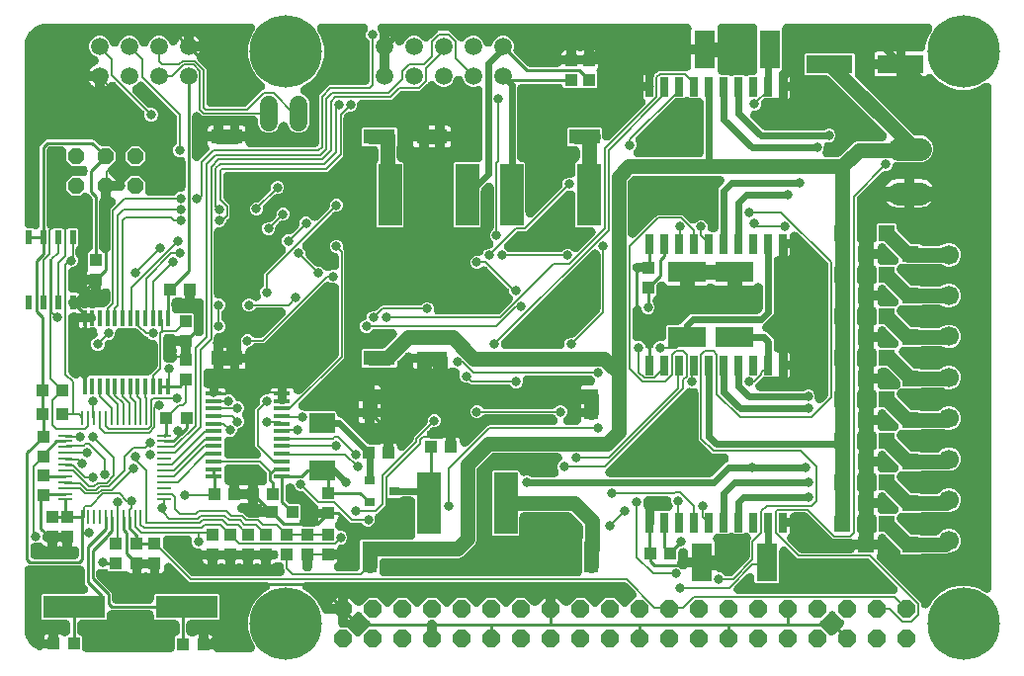
<source format=gbr>
G04 EAGLE Gerber RS-274X export*
G75*
%MOMM*%
%FSLAX34Y34*%
%LPD*%
%AMOC8*
5,1,8,0,0,1.08239X$1,22.5*%
G01*
%ADD10R,1.100000X1.000000*%
%ADD11R,2.000000X5.300000*%
%ADD12R,1.050000X1.080000*%
%ADD13R,2.160000X1.780000*%
%ADD14R,1.080000X1.050000*%
%ADD15R,1.800000X3.200000*%
%ADD16R,3.200000X1.800000*%
%ADD17R,1.400000X1.400000*%
%ADD18R,0.280000X1.200000*%
%ADD19R,1.200000X0.280000*%
%ADD20R,5.334000X1.930400*%
%ADD21R,1.000000X1.100000*%
%ADD22R,1.473200X0.355600*%
%ADD23R,0.355600X1.473200*%
%ADD24R,4.000000X1.600000*%
%ADD25C,1.508000*%
%ADD26C,1.700000*%
%ADD27C,1.905000*%
%ADD28C,6.200000*%
%ADD29P,1.649562X8X202.500000*%
%ADD30R,1.308000X1.308000*%
%ADD31R,0.600000X1.200000*%
%ADD32R,0.635000X1.651000*%
%ADD33P,1.539592X8X22.500000*%
%ADD34R,0.900000X0.800000*%
%ADD35C,1.524000*%
%ADD36C,1.270000*%
%ADD37C,0.254000*%
%ADD38C,0.806400*%
%ADD39C,0.609600*%
%ADD40C,0.152400*%

G36*
X783841Y49507D02*
X783841Y49507D01*
X784050Y49516D01*
X784125Y49530D01*
X784202Y49536D01*
X784405Y49582D01*
X784610Y49620D01*
X784683Y49645D01*
X784758Y49661D01*
X784953Y49735D01*
X785150Y49801D01*
X785219Y49836D01*
X785291Y49863D01*
X785473Y49963D01*
X785659Y50057D01*
X785723Y50100D01*
X785790Y50137D01*
X785957Y50262D01*
X786128Y50380D01*
X786185Y50433D01*
X786246Y50479D01*
X786394Y50625D01*
X786547Y50767D01*
X786596Y50826D01*
X786650Y50880D01*
X786721Y50979D01*
X786908Y51208D01*
X787039Y51424D01*
X787109Y51522D01*
X789874Y56311D01*
X795929Y62366D01*
X803346Y66648D01*
X811618Y68865D01*
X820182Y68865D01*
X828454Y66648D01*
X834009Y63441D01*
X834147Y63374D01*
X834281Y63298D01*
X834403Y63249D01*
X834522Y63191D01*
X834668Y63144D01*
X834810Y63087D01*
X834938Y63056D01*
X835064Y63016D01*
X835215Y62989D01*
X835364Y62953D01*
X835495Y62940D01*
X835625Y62918D01*
X835778Y62913D01*
X835931Y62898D01*
X836063Y62904D01*
X836194Y62899D01*
X836347Y62916D01*
X836501Y62923D01*
X836630Y62947D01*
X836761Y62961D01*
X836910Y62999D01*
X837061Y63027D01*
X837186Y63068D01*
X837313Y63101D01*
X837455Y63159D01*
X837601Y63208D01*
X837719Y63267D01*
X837841Y63317D01*
X837973Y63394D01*
X838110Y63463D01*
X838219Y63538D01*
X838332Y63604D01*
X838453Y63699D01*
X838579Y63787D01*
X838676Y63876D01*
X838779Y63958D01*
X838885Y64069D01*
X838998Y64173D01*
X839082Y64275D01*
X839172Y64370D01*
X839262Y64495D01*
X839359Y64614D01*
X839427Y64727D01*
X839504Y64834D01*
X839575Y64970D01*
X839654Y65101D01*
X839706Y65222D01*
X839767Y65339D01*
X839818Y65484D01*
X839879Y65625D01*
X839913Y65752D01*
X839957Y65876D01*
X839988Y66027D01*
X840028Y66175D01*
X840037Y66272D01*
X840070Y66435D01*
X840097Y66885D01*
X840104Y66960D01*
X840104Y495720D01*
X840093Y495874D01*
X840093Y496027D01*
X840074Y496157D01*
X840064Y496289D01*
X840032Y496439D01*
X840010Y496591D01*
X839973Y496717D01*
X839945Y496846D01*
X839893Y496990D01*
X839849Y497137D01*
X839795Y497257D01*
X839749Y497381D01*
X839677Y497516D01*
X839613Y497656D01*
X839543Y497767D01*
X839481Y497883D01*
X839390Y498007D01*
X839308Y498137D01*
X839222Y498237D01*
X839144Y498343D01*
X839037Y498453D01*
X838937Y498570D01*
X838839Y498657D01*
X838747Y498752D01*
X838625Y498846D01*
X838510Y498947D01*
X838400Y499020D01*
X838296Y499100D01*
X838163Y499176D01*
X838035Y499261D01*
X837916Y499317D01*
X837801Y499382D01*
X837658Y499439D01*
X837520Y499505D01*
X837394Y499544D01*
X837272Y499593D01*
X837122Y499629D01*
X836976Y499675D01*
X836846Y499696D01*
X836718Y499727D01*
X836565Y499742D01*
X836413Y499766D01*
X836282Y499769D01*
X836151Y499782D01*
X835997Y499775D01*
X835844Y499779D01*
X835713Y499763D01*
X835581Y499757D01*
X835431Y499729D01*
X835278Y499711D01*
X835151Y499677D01*
X835021Y499653D01*
X834876Y499605D01*
X834727Y499565D01*
X834639Y499525D01*
X834481Y499472D01*
X834077Y499270D01*
X834009Y499239D01*
X828454Y496032D01*
X820182Y493815D01*
X811618Y493815D01*
X803346Y496032D01*
X795929Y500314D01*
X790091Y506152D01*
X789918Y506303D01*
X789748Y506458D01*
X789702Y506490D01*
X789661Y506526D01*
X789468Y506651D01*
X789278Y506781D01*
X789229Y506805D01*
X789183Y506835D01*
X788974Y506932D01*
X788768Y507035D01*
X788716Y507052D01*
X788666Y507075D01*
X788446Y507142D01*
X788227Y507215D01*
X788173Y507225D01*
X788121Y507240D01*
X787893Y507276D01*
X787667Y507317D01*
X787612Y507319D01*
X787558Y507328D01*
X787328Y507331D01*
X787097Y507340D01*
X787043Y507335D01*
X786988Y507335D01*
X786760Y507306D01*
X786531Y507283D01*
X786477Y507270D01*
X786423Y507263D01*
X786201Y507203D01*
X785977Y507148D01*
X785926Y507127D01*
X785873Y507113D01*
X785662Y507022D01*
X785448Y506936D01*
X785400Y506909D01*
X785350Y506887D01*
X785153Y506767D01*
X784954Y506653D01*
X784920Y506624D01*
X784864Y506590D01*
X784424Y506228D01*
X784379Y506180D01*
X784345Y506152D01*
X784010Y505816D01*
X783593Y505538D01*
X783131Y505347D01*
X782640Y505249D01*
X766453Y505249D01*
X766453Y515790D01*
X766453Y526331D01*
X779312Y526331D01*
X779541Y526347D01*
X779772Y526357D01*
X779826Y526367D01*
X779880Y526371D01*
X780106Y526419D01*
X780332Y526461D01*
X780384Y526478D01*
X780438Y526490D01*
X780654Y526569D01*
X780872Y526642D01*
X780921Y526667D01*
X780973Y526686D01*
X781176Y526794D01*
X781381Y526897D01*
X781427Y526928D01*
X781475Y526954D01*
X781661Y527090D01*
X781850Y527221D01*
X781891Y527258D01*
X781935Y527291D01*
X782100Y527451D01*
X782269Y527607D01*
X782304Y527650D01*
X782343Y527688D01*
X782484Y527870D01*
X782630Y528048D01*
X782658Y528096D01*
X782692Y528139D01*
X782806Y528339D01*
X782925Y528536D01*
X782947Y528586D01*
X782974Y528634D01*
X783059Y528848D01*
X783150Y529059D01*
X783164Y529112D01*
X783184Y529163D01*
X783239Y529388D01*
X783299Y529609D01*
X783303Y529653D01*
X783319Y529717D01*
X783374Y530284D01*
X783371Y530350D01*
X783375Y530394D01*
X783375Y530622D01*
X785592Y538894D01*
X788799Y544449D01*
X788866Y544587D01*
X788942Y544721D01*
X788991Y544843D01*
X789049Y544962D01*
X789096Y545108D01*
X789153Y545250D01*
X789184Y545378D01*
X789224Y545504D01*
X789251Y545655D01*
X789287Y545804D01*
X789300Y545935D01*
X789322Y546065D01*
X789327Y546218D01*
X789342Y546371D01*
X789336Y546503D01*
X789341Y546634D01*
X789324Y546787D01*
X789317Y546941D01*
X789293Y547070D01*
X789279Y547201D01*
X789241Y547350D01*
X789213Y547501D01*
X789172Y547626D01*
X789139Y547753D01*
X789081Y547895D01*
X789032Y548041D01*
X788973Y548159D01*
X788923Y548281D01*
X788846Y548413D01*
X788777Y548550D01*
X788702Y548659D01*
X788636Y548772D01*
X788541Y548893D01*
X788453Y549019D01*
X788364Y549116D01*
X788282Y549219D01*
X788171Y549325D01*
X788067Y549438D01*
X787965Y549522D01*
X787870Y549612D01*
X787745Y549702D01*
X787626Y549799D01*
X787513Y549867D01*
X787406Y549944D01*
X787270Y550015D01*
X787139Y550094D01*
X787018Y550146D01*
X786901Y550207D01*
X786756Y550258D01*
X786615Y550319D01*
X786488Y550353D01*
X786364Y550397D01*
X786213Y550428D01*
X786065Y550468D01*
X785968Y550477D01*
X785805Y550510D01*
X785355Y550537D01*
X785280Y550544D01*
X664888Y550544D01*
X664659Y550528D01*
X664428Y550518D01*
X664374Y550508D01*
X664320Y550504D01*
X664094Y550456D01*
X663868Y550414D01*
X663816Y550397D01*
X663762Y550385D01*
X663546Y550306D01*
X663328Y550233D01*
X663279Y550208D01*
X663227Y550189D01*
X663024Y550081D01*
X662819Y549978D01*
X662773Y549947D01*
X662725Y549921D01*
X662539Y549785D01*
X662350Y549654D01*
X662309Y549617D01*
X662265Y549584D01*
X662100Y549424D01*
X661931Y549268D01*
X661896Y549225D01*
X661857Y549187D01*
X661716Y549005D01*
X661570Y548827D01*
X661542Y548779D01*
X661508Y548736D01*
X661394Y548536D01*
X661275Y548339D01*
X661253Y548289D01*
X661226Y548241D01*
X661140Y548026D01*
X661050Y547816D01*
X661036Y547763D01*
X661016Y547712D01*
X660961Y547487D01*
X660901Y547266D01*
X660897Y547222D01*
X660881Y547158D01*
X660826Y546591D01*
X660829Y546525D01*
X660825Y546481D01*
X660825Y511429D01*
X660841Y511200D01*
X660851Y510969D01*
X660861Y510915D01*
X660865Y510861D01*
X660884Y510769D01*
X660793Y510755D01*
X660722Y510734D01*
X660650Y510721D01*
X660450Y510653D01*
X660247Y510593D01*
X660180Y510563D01*
X660110Y510539D01*
X659921Y510445D01*
X659728Y510357D01*
X659666Y510317D01*
X659601Y510284D01*
X659426Y510164D01*
X659248Y510050D01*
X659205Y510011D01*
X659132Y509960D01*
X658713Y509574D01*
X658686Y509541D01*
X658664Y509521D01*
X658663Y509520D01*
X658510Y509325D01*
X658352Y509133D01*
X658333Y509102D01*
X658310Y509073D01*
X658185Y508858D01*
X658056Y508646D01*
X658042Y508612D01*
X658024Y508581D01*
X657930Y508350D01*
X657832Y508122D01*
X657823Y508087D01*
X657809Y508053D01*
X657748Y507812D01*
X657683Y507572D01*
X657680Y507542D01*
X657670Y507500D01*
X657609Y506934D01*
X657612Y506845D01*
X657607Y506787D01*
X657607Y496570D01*
X657607Y485933D01*
X657292Y486063D01*
X656922Y486310D01*
X656820Y486368D01*
X656724Y486434D01*
X656574Y486509D01*
X656427Y486593D01*
X656319Y486636D01*
X656214Y486688D01*
X656054Y486741D01*
X655898Y486803D01*
X655784Y486831D01*
X655673Y486868D01*
X655508Y486898D01*
X655344Y486938D01*
X655228Y486949D01*
X655113Y486970D01*
X654945Y486977D01*
X654777Y486994D01*
X654660Y486989D01*
X654544Y486993D01*
X654376Y486977D01*
X654208Y486969D01*
X654093Y486948D01*
X653977Y486937D01*
X653813Y486896D01*
X653648Y486866D01*
X653537Y486829D01*
X653423Y486801D01*
X653397Y486790D01*
X647155Y486790D01*
X647095Y486786D01*
X647035Y486788D01*
X646811Y486766D01*
X646587Y486750D01*
X646528Y486738D01*
X646468Y486732D01*
X646249Y486678D01*
X646030Y486631D01*
X645973Y486611D01*
X645914Y486596D01*
X645706Y486513D01*
X645495Y486435D01*
X645441Y486407D01*
X645385Y486385D01*
X645190Y486273D01*
X644992Y486167D01*
X644943Y486131D01*
X644891Y486101D01*
X644800Y486026D01*
X644532Y485830D01*
X644371Y485673D01*
X644282Y485600D01*
X643779Y485097D01*
X643739Y485051D01*
X643695Y485010D01*
X643552Y484836D01*
X643405Y484667D01*
X643372Y484616D01*
X643334Y484569D01*
X643217Y484377D01*
X643095Y484189D01*
X643070Y484134D01*
X643039Y484082D01*
X642950Y483876D01*
X642855Y483672D01*
X642838Y483614D01*
X642814Y483558D01*
X642756Y483342D01*
X642690Y483126D01*
X642681Y483067D01*
X642665Y483008D01*
X642654Y482891D01*
X642603Y482563D01*
X642600Y482338D01*
X642589Y482224D01*
X642589Y480479D01*
X641743Y478436D01*
X640180Y476873D01*
X638137Y476027D01*
X637529Y476027D01*
X637414Y476019D01*
X637299Y476021D01*
X637130Y475999D01*
X636961Y475987D01*
X636848Y475963D01*
X636734Y475949D01*
X636569Y475904D01*
X636403Y475868D01*
X636295Y475829D01*
X636184Y475798D01*
X636028Y475731D01*
X635868Y475672D01*
X635767Y475618D01*
X635661Y475572D01*
X635516Y475484D01*
X635366Y475404D01*
X635273Y475336D01*
X635175Y475276D01*
X635043Y475168D01*
X634906Y475067D01*
X634823Y474987D01*
X634735Y474914D01*
X634620Y474789D01*
X634498Y474670D01*
X634427Y474579D01*
X634349Y474494D01*
X634253Y474354D01*
X634149Y474219D01*
X634092Y474119D01*
X634027Y474024D01*
X633951Y473872D01*
X633867Y473724D01*
X633824Y473617D01*
X633773Y473514D01*
X633719Y473353D01*
X633657Y473195D01*
X633629Y473082D01*
X633593Y472973D01*
X633563Y472806D01*
X633523Y472641D01*
X633511Y472526D01*
X633491Y472413D01*
X633484Y472243D01*
X633467Y472074D01*
X633472Y471959D01*
X633468Y471843D01*
X633485Y471674D01*
X633492Y471504D01*
X633513Y471391D01*
X633524Y471277D01*
X633565Y471111D01*
X633596Y470944D01*
X633633Y470835D01*
X633660Y470723D01*
X633723Y470565D01*
X633777Y470404D01*
X633829Y470301D01*
X633872Y470194D01*
X633956Y470047D01*
X634032Y469895D01*
X634098Y469800D01*
X634155Y469700D01*
X634228Y469611D01*
X634356Y469426D01*
X634581Y469182D01*
X634656Y469091D01*
X643324Y460423D01*
X643370Y460383D01*
X643410Y460339D01*
X643585Y460197D01*
X643754Y460049D01*
X643805Y460016D01*
X643852Y459978D01*
X644044Y459861D01*
X644232Y459739D01*
X644287Y459714D01*
X644339Y459683D01*
X644545Y459594D01*
X644749Y459499D01*
X644807Y459482D01*
X644862Y459458D01*
X645079Y459399D01*
X645295Y459334D01*
X645354Y459325D01*
X645412Y459309D01*
X645530Y459298D01*
X645858Y459247D01*
X646082Y459244D01*
X646197Y459233D01*
X696751Y459233D01*
X696869Y459241D01*
X696986Y459240D01*
X697152Y459261D01*
X697319Y459273D01*
X697435Y459297D01*
X697552Y459312D01*
X697661Y459346D01*
X697876Y459392D01*
X698195Y459508D01*
X698306Y459542D01*
X699935Y460217D01*
X702145Y460217D01*
X704188Y459371D01*
X705751Y457808D01*
X706597Y455765D01*
X706597Y453555D01*
X705751Y451512D01*
X704188Y449949D01*
X702145Y449103D01*
X700500Y449103D01*
X700271Y449087D01*
X700040Y449077D01*
X699986Y449067D01*
X699932Y449063D01*
X699706Y449015D01*
X699480Y448973D01*
X699428Y448956D01*
X699374Y448944D01*
X699158Y448865D01*
X698940Y448792D01*
X698891Y448767D01*
X698839Y448748D01*
X698636Y448640D01*
X698431Y448537D01*
X698385Y448506D01*
X698337Y448480D01*
X698151Y448344D01*
X697962Y448213D01*
X697921Y448176D01*
X697877Y448143D01*
X697712Y447983D01*
X697543Y447827D01*
X697508Y447784D01*
X697469Y447746D01*
X697328Y447564D01*
X697182Y447386D01*
X697153Y447338D01*
X697120Y447295D01*
X697006Y447095D01*
X696887Y446898D01*
X696865Y446848D01*
X696838Y446800D01*
X696753Y446586D01*
X696662Y446375D01*
X696648Y446322D01*
X696628Y446271D01*
X696573Y446046D01*
X696513Y445825D01*
X696509Y445781D01*
X696493Y445717D01*
X696438Y445150D01*
X696441Y445084D01*
X696437Y445040D01*
X696437Y443395D01*
X695666Y441533D01*
X695611Y441370D01*
X695547Y441209D01*
X695521Y441099D01*
X695485Y440993D01*
X695454Y440823D01*
X695413Y440655D01*
X695402Y440543D01*
X695382Y440432D01*
X695374Y440260D01*
X695358Y440088D01*
X695363Y439975D01*
X695358Y439863D01*
X695375Y439691D01*
X695382Y439518D01*
X695403Y439408D01*
X695414Y439296D01*
X695455Y439128D01*
X695486Y438958D01*
X695522Y438852D01*
X695549Y438742D01*
X695613Y438582D01*
X695668Y438418D01*
X695718Y438317D01*
X695760Y438213D01*
X695845Y438063D01*
X695923Y437909D01*
X695987Y437816D01*
X696042Y437718D01*
X696148Y437582D01*
X696247Y437440D01*
X696323Y437357D01*
X696392Y437268D01*
X696516Y437148D01*
X696633Y437021D01*
X696720Y436950D01*
X696801Y436871D01*
X696940Y436770D01*
X697074Y436660D01*
X697170Y436602D01*
X697261Y436535D01*
X697414Y436454D01*
X697561Y436365D01*
X697664Y436320D01*
X697764Y436267D01*
X697926Y436208D01*
X698085Y436140D01*
X698193Y436111D01*
X698299Y436072D01*
X698468Y436036D01*
X698635Y435991D01*
X698720Y435983D01*
X698856Y435954D01*
X699407Y435916D01*
X699419Y435915D01*
X707575Y435915D01*
X707635Y435919D01*
X707696Y435917D01*
X707919Y435939D01*
X708143Y435955D01*
X708203Y435967D01*
X708263Y435973D01*
X708481Y436027D01*
X708701Y436074D01*
X708757Y436094D01*
X708816Y436109D01*
X709025Y436192D01*
X709236Y436270D01*
X709289Y436298D01*
X709345Y436320D01*
X709540Y436432D01*
X709738Y436538D01*
X709787Y436574D01*
X709839Y436604D01*
X709930Y436679D01*
X710198Y436875D01*
X710359Y437032D01*
X710448Y437105D01*
X721979Y448636D01*
X724874Y449835D01*
X746399Y449835D01*
X746514Y449843D01*
X746629Y449841D01*
X746798Y449863D01*
X746968Y449875D01*
X747080Y449899D01*
X747195Y449913D01*
X747359Y449958D01*
X747525Y449994D01*
X747633Y450033D01*
X747744Y450064D01*
X747900Y450131D01*
X748060Y450190D01*
X748162Y450244D01*
X748267Y450290D01*
X748412Y450378D01*
X748562Y450458D01*
X748655Y450526D01*
X748754Y450586D01*
X748885Y450694D01*
X749022Y450795D01*
X749105Y450875D01*
X749194Y450948D01*
X749308Y451073D01*
X749430Y451192D01*
X749501Y451283D01*
X749579Y451368D01*
X749675Y451508D01*
X749779Y451643D01*
X749836Y451743D01*
X749901Y451838D01*
X749977Y451990D01*
X750061Y452138D01*
X750104Y452245D01*
X750155Y452348D01*
X750209Y452509D01*
X750272Y452667D01*
X750299Y452780D01*
X750335Y452889D01*
X750366Y453056D01*
X750406Y453221D01*
X750417Y453336D01*
X750438Y453449D01*
X750444Y453619D01*
X750461Y453788D01*
X750456Y453903D01*
X750461Y454019D01*
X750444Y454188D01*
X750436Y454358D01*
X750415Y454471D01*
X750404Y454585D01*
X750363Y454751D01*
X750332Y454918D01*
X750296Y455027D01*
X750268Y455139D01*
X750205Y455297D01*
X750151Y455458D01*
X750099Y455561D01*
X750057Y455668D01*
X749972Y455815D01*
X749896Y455967D01*
X749830Y456062D01*
X749773Y456162D01*
X749700Y456251D01*
X749572Y456436D01*
X749347Y456680D01*
X749272Y456771D01*
X700968Y505075D01*
X700923Y505115D01*
X700882Y505159D01*
X700708Y505301D01*
X700538Y505449D01*
X700487Y505482D01*
X700441Y505520D01*
X700248Y505637D01*
X700060Y505759D01*
X700005Y505784D01*
X699954Y505815D01*
X699747Y505904D01*
X699543Y505999D01*
X699485Y506016D01*
X699430Y506040D01*
X699213Y506098D01*
X698998Y506164D01*
X698938Y506173D01*
X698880Y506189D01*
X698763Y506200D01*
X698435Y506251D01*
X698210Y506254D01*
X698095Y506265D01*
X680758Y506265D01*
X679865Y507158D01*
X679865Y524422D01*
X680758Y525315D01*
X722022Y525315D01*
X722915Y524422D01*
X722915Y507085D01*
X722919Y507025D01*
X722917Y506964D01*
X722939Y506741D01*
X722955Y506517D01*
X722967Y506457D01*
X722973Y506397D01*
X723027Y506179D01*
X723074Y505959D01*
X723094Y505903D01*
X723109Y505844D01*
X723192Y505635D01*
X723270Y505424D01*
X723298Y505371D01*
X723320Y505315D01*
X723432Y505120D01*
X723538Y504922D01*
X723574Y504873D01*
X723604Y504821D01*
X723679Y504730D01*
X723875Y504462D01*
X724032Y504301D01*
X724105Y504212D01*
X772847Y455470D01*
X772892Y455430D01*
X772933Y455386D01*
X773107Y455244D01*
X773277Y455096D01*
X773328Y455063D01*
X773374Y455025D01*
X773567Y454908D01*
X773755Y454786D01*
X773810Y454761D01*
X773861Y454730D01*
X774068Y454641D01*
X774272Y454546D01*
X774330Y454529D01*
X774385Y454505D01*
X774602Y454447D01*
X774817Y454381D01*
X774877Y454372D01*
X774935Y454356D01*
X775052Y454345D01*
X775380Y454294D01*
X775605Y454291D01*
X775720Y454280D01*
X781343Y454280D01*
X785404Y452597D01*
X788512Y449489D01*
X790195Y445428D01*
X790195Y441032D01*
X788512Y436971D01*
X785404Y433863D01*
X781343Y432180D01*
X759428Y432180D01*
X759199Y432164D01*
X758968Y432154D01*
X758914Y432144D01*
X758860Y432140D01*
X758634Y432092D01*
X758408Y432050D01*
X758356Y432033D01*
X758302Y432021D01*
X758086Y431942D01*
X757868Y431869D01*
X757819Y431844D01*
X757767Y431825D01*
X757564Y431717D01*
X757359Y431614D01*
X757313Y431583D01*
X757265Y431557D01*
X757079Y431421D01*
X756890Y431290D01*
X756849Y431253D01*
X756805Y431220D01*
X756640Y431060D01*
X756471Y430904D01*
X756436Y430861D01*
X756397Y430823D01*
X756256Y430641D01*
X756110Y430463D01*
X756082Y430415D01*
X756048Y430372D01*
X755934Y430172D01*
X755815Y429975D01*
X755793Y429925D01*
X755766Y429877D01*
X755681Y429663D01*
X755590Y429452D01*
X755576Y429399D01*
X755556Y429348D01*
X755501Y429123D01*
X755441Y428902D01*
X755437Y428858D01*
X755425Y428808D01*
X754519Y426620D01*
X752956Y425057D01*
X750913Y424211D01*
X749168Y424211D01*
X749108Y424207D01*
X749048Y424209D01*
X748824Y424187D01*
X748600Y424171D01*
X748541Y424159D01*
X748481Y424153D01*
X748262Y424099D01*
X748043Y424052D01*
X747986Y424032D01*
X747927Y424017D01*
X747719Y423934D01*
X747508Y423856D01*
X747454Y423828D01*
X747398Y423806D01*
X747203Y423694D01*
X747005Y423588D01*
X746956Y423552D01*
X746904Y423522D01*
X746813Y423447D01*
X746545Y423251D01*
X746384Y423094D01*
X746295Y423021D01*
X725853Y402579D01*
X725813Y402533D01*
X725769Y402492D01*
X725627Y402318D01*
X725479Y402149D01*
X725446Y402098D01*
X725408Y402051D01*
X725291Y401859D01*
X725169Y401671D01*
X725144Y401616D01*
X725113Y401564D01*
X725024Y401358D01*
X724929Y401154D01*
X724912Y401096D01*
X724888Y401040D01*
X724829Y400823D01*
X724764Y400608D01*
X724755Y400549D01*
X724739Y400490D01*
X724728Y400373D01*
X724677Y400045D01*
X724674Y399820D01*
X724663Y399706D01*
X724663Y366664D01*
X724679Y366435D01*
X724689Y366204D01*
X724699Y366150D01*
X724703Y366096D01*
X724751Y365870D01*
X724793Y365644D01*
X724810Y365592D01*
X724822Y365538D01*
X724901Y365322D01*
X724974Y365104D01*
X724999Y365055D01*
X725018Y365003D01*
X725126Y364800D01*
X725229Y364595D01*
X725260Y364549D01*
X725286Y364501D01*
X725422Y364315D01*
X725553Y364126D01*
X725590Y364085D01*
X725623Y364041D01*
X725783Y363876D01*
X725939Y363707D01*
X725982Y363672D01*
X726020Y363633D01*
X726202Y363492D01*
X726380Y363346D01*
X726428Y363318D01*
X726471Y363284D01*
X726671Y363170D01*
X726868Y363051D01*
X726918Y363029D01*
X726966Y363002D01*
X727180Y362917D01*
X727391Y362826D01*
X727444Y362812D01*
X727495Y362792D01*
X727720Y362737D01*
X727941Y362677D01*
X727985Y362673D01*
X728049Y362657D01*
X728616Y362602D01*
X728682Y362605D01*
X728726Y362601D01*
X728777Y362601D01*
X728777Y353060D01*
X728777Y343519D01*
X728726Y343519D01*
X728497Y343503D01*
X728266Y343493D01*
X728212Y343483D01*
X728158Y343479D01*
X727932Y343431D01*
X727706Y343389D01*
X727654Y343372D01*
X727600Y343360D01*
X727384Y343281D01*
X727166Y343208D01*
X727117Y343183D01*
X727065Y343164D01*
X726862Y343056D01*
X726657Y342953D01*
X726611Y342922D01*
X726563Y342896D01*
X726377Y342760D01*
X726188Y342629D01*
X726147Y342592D01*
X726103Y342559D01*
X725938Y342399D01*
X725769Y342243D01*
X725734Y342200D01*
X725695Y342162D01*
X725554Y341980D01*
X725408Y341802D01*
X725380Y341754D01*
X725346Y341711D01*
X725232Y341511D01*
X725113Y341314D01*
X725091Y341264D01*
X725064Y341216D01*
X724979Y341002D01*
X724888Y340791D01*
X724874Y340738D01*
X724854Y340687D01*
X724799Y340462D01*
X724739Y340241D01*
X724735Y340197D01*
X724719Y340133D01*
X724664Y339566D01*
X724667Y339500D01*
X724663Y339456D01*
X724663Y331104D01*
X724679Y330875D01*
X724689Y330644D01*
X724699Y330590D01*
X724703Y330536D01*
X724751Y330310D01*
X724793Y330084D01*
X724810Y330032D01*
X724822Y329978D01*
X724901Y329762D01*
X724974Y329544D01*
X724999Y329495D01*
X725018Y329443D01*
X725126Y329240D01*
X725229Y329035D01*
X725260Y328989D01*
X725286Y328941D01*
X725422Y328755D01*
X725553Y328566D01*
X725590Y328525D01*
X725623Y328481D01*
X725783Y328316D01*
X725939Y328147D01*
X725982Y328112D01*
X726020Y328073D01*
X726202Y327932D01*
X726380Y327786D01*
X726428Y327758D01*
X726471Y327724D01*
X726671Y327610D01*
X726868Y327491D01*
X726918Y327469D01*
X726966Y327442D01*
X727180Y327357D01*
X727391Y327266D01*
X727444Y327252D01*
X727495Y327232D01*
X727720Y327177D01*
X727941Y327117D01*
X727985Y327113D01*
X728049Y327097D01*
X728616Y327042D01*
X728682Y327045D01*
X728726Y327041D01*
X728777Y327041D01*
X728777Y317500D01*
X728777Y307959D01*
X728726Y307959D01*
X728497Y307943D01*
X728266Y307933D01*
X728212Y307923D01*
X728158Y307919D01*
X727932Y307871D01*
X727706Y307829D01*
X727654Y307812D01*
X727600Y307800D01*
X727384Y307721D01*
X727166Y307648D01*
X727117Y307623D01*
X727065Y307604D01*
X726862Y307496D01*
X726657Y307393D01*
X726611Y307362D01*
X726563Y307336D01*
X726377Y307200D01*
X726188Y307069D01*
X726147Y307032D01*
X726103Y306999D01*
X725938Y306839D01*
X725769Y306683D01*
X725734Y306640D01*
X725695Y306602D01*
X725554Y306420D01*
X725408Y306242D01*
X725380Y306194D01*
X725346Y306151D01*
X725232Y305951D01*
X725113Y305754D01*
X725091Y305704D01*
X725064Y305656D01*
X724979Y305442D01*
X724888Y305231D01*
X724874Y305178D01*
X724854Y305127D01*
X724799Y304902D01*
X724739Y304681D01*
X724735Y304637D01*
X724719Y304573D01*
X724664Y304006D01*
X724667Y303940D01*
X724663Y303896D01*
X724663Y295544D01*
X724679Y295315D01*
X724689Y295084D01*
X724699Y295030D01*
X724703Y294976D01*
X724751Y294750D01*
X724793Y294524D01*
X724810Y294472D01*
X724822Y294418D01*
X724901Y294202D01*
X724974Y293984D01*
X724999Y293935D01*
X725018Y293883D01*
X725126Y293680D01*
X725229Y293475D01*
X725261Y293429D01*
X725286Y293381D01*
X725422Y293195D01*
X725553Y293006D01*
X725590Y292965D01*
X725623Y292921D01*
X725783Y292756D01*
X725939Y292587D01*
X725982Y292552D01*
X726020Y292513D01*
X726202Y292372D01*
X726380Y292226D01*
X726428Y292198D01*
X726471Y292164D01*
X726671Y292050D01*
X726868Y291931D01*
X726918Y291909D01*
X726966Y291882D01*
X727180Y291797D01*
X727391Y291706D01*
X727444Y291692D01*
X727495Y291672D01*
X727720Y291617D01*
X727941Y291557D01*
X727985Y291553D01*
X728049Y291537D01*
X728616Y291482D01*
X728682Y291485D01*
X728726Y291481D01*
X728777Y291481D01*
X728777Y281940D01*
X728777Y272399D01*
X728726Y272399D01*
X728497Y272383D01*
X728266Y272373D01*
X728212Y272363D01*
X728158Y272359D01*
X727932Y272311D01*
X727706Y272269D01*
X727654Y272252D01*
X727600Y272240D01*
X727384Y272161D01*
X727166Y272088D01*
X727117Y272063D01*
X727065Y272044D01*
X726862Y271936D01*
X726657Y271833D01*
X726611Y271802D01*
X726563Y271776D01*
X726377Y271640D01*
X726188Y271509D01*
X726147Y271472D01*
X726103Y271439D01*
X725938Y271279D01*
X725769Y271123D01*
X725734Y271080D01*
X725695Y271042D01*
X725554Y270860D01*
X725408Y270682D01*
X725380Y270634D01*
X725346Y270591D01*
X725232Y270391D01*
X725113Y270194D01*
X725091Y270144D01*
X725064Y270096D01*
X724979Y269882D01*
X724888Y269671D01*
X724874Y269618D01*
X724854Y269567D01*
X724799Y269342D01*
X724739Y269121D01*
X724735Y269077D01*
X724719Y269013D01*
X724664Y268446D01*
X724667Y268380D01*
X724663Y268336D01*
X724663Y259984D01*
X724679Y259755D01*
X724689Y259524D01*
X724699Y259470D01*
X724703Y259416D01*
X724751Y259190D01*
X724793Y258964D01*
X724810Y258912D01*
X724822Y258858D01*
X724901Y258642D01*
X724974Y258424D01*
X724999Y258375D01*
X725018Y258323D01*
X725126Y258120D01*
X725229Y257915D01*
X725261Y257869D01*
X725286Y257821D01*
X725422Y257635D01*
X725553Y257446D01*
X725590Y257405D01*
X725623Y257361D01*
X725783Y257196D01*
X725939Y257027D01*
X725982Y256992D01*
X726020Y256953D01*
X726202Y256812D01*
X726380Y256666D01*
X726428Y256638D01*
X726471Y256604D01*
X726671Y256490D01*
X726868Y256371D01*
X726918Y256349D01*
X726966Y256322D01*
X727180Y256237D01*
X727391Y256146D01*
X727444Y256132D01*
X727495Y256112D01*
X727720Y256057D01*
X727941Y255997D01*
X727985Y255993D01*
X728049Y255977D01*
X728616Y255922D01*
X728682Y255925D01*
X728726Y255921D01*
X728777Y255921D01*
X728777Y246380D01*
X728777Y236839D01*
X728726Y236839D01*
X728497Y236823D01*
X728266Y236813D01*
X728212Y236803D01*
X728158Y236799D01*
X727932Y236751D01*
X727706Y236709D01*
X727654Y236692D01*
X727600Y236680D01*
X727384Y236601D01*
X727166Y236528D01*
X727117Y236503D01*
X727065Y236484D01*
X726862Y236376D01*
X726657Y236273D01*
X726611Y236242D01*
X726563Y236216D01*
X726377Y236080D01*
X726188Y235949D01*
X726147Y235912D01*
X726103Y235879D01*
X725938Y235719D01*
X725769Y235563D01*
X725734Y235520D01*
X725695Y235482D01*
X725554Y235300D01*
X725408Y235122D01*
X725380Y235074D01*
X725346Y235031D01*
X725232Y234831D01*
X725113Y234634D01*
X725091Y234584D01*
X725064Y234536D01*
X724979Y234322D01*
X724888Y234111D01*
X724874Y234058D01*
X724854Y234007D01*
X724799Y233782D01*
X724739Y233561D01*
X724735Y233517D01*
X724719Y233453D01*
X724664Y232886D01*
X724667Y232820D01*
X724663Y232776D01*
X724663Y224424D01*
X724679Y224195D01*
X724689Y223964D01*
X724699Y223910D01*
X724703Y223856D01*
X724751Y223630D01*
X724793Y223404D01*
X724810Y223352D01*
X724822Y223298D01*
X724901Y223082D01*
X724974Y222864D01*
X724999Y222815D01*
X725018Y222763D01*
X725126Y222560D01*
X725229Y222355D01*
X725261Y222309D01*
X725286Y222261D01*
X725422Y222075D01*
X725553Y221886D01*
X725590Y221845D01*
X725623Y221801D01*
X725783Y221636D01*
X725939Y221467D01*
X725982Y221432D01*
X726020Y221393D01*
X726202Y221252D01*
X726380Y221106D01*
X726428Y221078D01*
X726471Y221044D01*
X726671Y220930D01*
X726868Y220811D01*
X726918Y220789D01*
X726966Y220762D01*
X727180Y220677D01*
X727391Y220586D01*
X727444Y220572D01*
X727495Y220552D01*
X727720Y220497D01*
X727941Y220437D01*
X727985Y220433D01*
X728049Y220417D01*
X728616Y220362D01*
X728682Y220365D01*
X728726Y220361D01*
X728777Y220361D01*
X728777Y210820D01*
X728777Y201279D01*
X728726Y201279D01*
X728497Y201263D01*
X728266Y201253D01*
X728212Y201243D01*
X728158Y201239D01*
X727932Y201191D01*
X727706Y201149D01*
X727654Y201132D01*
X727600Y201120D01*
X727384Y201041D01*
X727166Y200968D01*
X727117Y200943D01*
X727065Y200924D01*
X726862Y200816D01*
X726657Y200713D01*
X726611Y200682D01*
X726563Y200656D01*
X726377Y200520D01*
X726188Y200389D01*
X726147Y200352D01*
X726103Y200319D01*
X725938Y200159D01*
X725769Y200003D01*
X725734Y199960D01*
X725695Y199922D01*
X725554Y199740D01*
X725408Y199562D01*
X725380Y199514D01*
X725346Y199471D01*
X725232Y199271D01*
X725113Y199074D01*
X725091Y199024D01*
X725064Y198976D01*
X724979Y198762D01*
X724888Y198551D01*
X724874Y198498D01*
X724854Y198447D01*
X724799Y198222D01*
X724739Y198001D01*
X724735Y197957D01*
X724719Y197893D01*
X724664Y197326D01*
X724667Y197260D01*
X724663Y197216D01*
X724663Y188864D01*
X724679Y188635D01*
X724689Y188404D01*
X724699Y188350D01*
X724703Y188296D01*
X724751Y188070D01*
X724793Y187844D01*
X724810Y187792D01*
X724822Y187738D01*
X724901Y187522D01*
X724974Y187304D01*
X724999Y187255D01*
X725018Y187203D01*
X725126Y187000D01*
X725229Y186795D01*
X725261Y186749D01*
X725286Y186701D01*
X725422Y186515D01*
X725553Y186326D01*
X725590Y186285D01*
X725623Y186241D01*
X725783Y186076D01*
X725939Y185907D01*
X725982Y185872D01*
X726020Y185833D01*
X726202Y185692D01*
X726380Y185546D01*
X726428Y185518D01*
X726471Y185484D01*
X726671Y185370D01*
X726868Y185251D01*
X726918Y185229D01*
X726966Y185202D01*
X727180Y185117D01*
X727391Y185026D01*
X727444Y185012D01*
X727495Y184992D01*
X727720Y184937D01*
X727941Y184877D01*
X727985Y184873D01*
X728049Y184857D01*
X728616Y184802D01*
X728682Y184805D01*
X728726Y184801D01*
X728777Y184801D01*
X728777Y175260D01*
X728777Y165719D01*
X728726Y165719D01*
X728497Y165703D01*
X728266Y165693D01*
X728212Y165683D01*
X728158Y165679D01*
X727932Y165631D01*
X727706Y165589D01*
X727654Y165572D01*
X727600Y165560D01*
X727384Y165481D01*
X727166Y165408D01*
X727117Y165383D01*
X727065Y165364D01*
X726862Y165256D01*
X726657Y165153D01*
X726611Y165122D01*
X726563Y165096D01*
X726377Y164960D01*
X726188Y164829D01*
X726147Y164792D01*
X726103Y164759D01*
X725938Y164599D01*
X725769Y164443D01*
X725734Y164400D01*
X725695Y164362D01*
X725554Y164180D01*
X725408Y164002D01*
X725380Y163954D01*
X725346Y163911D01*
X725232Y163711D01*
X725113Y163514D01*
X725091Y163464D01*
X725064Y163416D01*
X724979Y163202D01*
X724888Y162991D01*
X724874Y162938D01*
X724854Y162887D01*
X724799Y162662D01*
X724739Y162441D01*
X724735Y162397D01*
X724719Y162333D01*
X724664Y161766D01*
X724667Y161700D01*
X724663Y161656D01*
X724663Y153304D01*
X724679Y153075D01*
X724689Y152844D01*
X724699Y152790D01*
X724703Y152736D01*
X724751Y152510D01*
X724793Y152284D01*
X724810Y152232D01*
X724822Y152178D01*
X724901Y151962D01*
X724974Y151744D01*
X724999Y151695D01*
X725018Y151643D01*
X725126Y151440D01*
X725229Y151235D01*
X725261Y151189D01*
X725286Y151141D01*
X725422Y150955D01*
X725553Y150766D01*
X725590Y150725D01*
X725623Y150681D01*
X725783Y150516D01*
X725939Y150347D01*
X725982Y150312D01*
X726020Y150273D01*
X726202Y150132D01*
X726380Y149986D01*
X726428Y149958D01*
X726471Y149924D01*
X726671Y149810D01*
X726868Y149691D01*
X726918Y149669D01*
X726966Y149642D01*
X727180Y149557D01*
X727391Y149466D01*
X727444Y149452D01*
X727495Y149432D01*
X727720Y149377D01*
X727941Y149317D01*
X727985Y149313D01*
X728049Y149297D01*
X728616Y149242D01*
X728682Y149245D01*
X728726Y149241D01*
X728777Y149241D01*
X728777Y139700D01*
X728777Y130159D01*
X728726Y130159D01*
X728497Y130143D01*
X728266Y130133D01*
X728212Y130123D01*
X728158Y130119D01*
X727932Y130071D01*
X727706Y130029D01*
X727654Y130012D01*
X727600Y130000D01*
X727384Y129921D01*
X727166Y129848D01*
X727117Y129823D01*
X727065Y129804D01*
X726862Y129696D01*
X726657Y129593D01*
X726611Y129562D01*
X726563Y129536D01*
X726377Y129400D01*
X726188Y129269D01*
X726147Y129232D01*
X726103Y129199D01*
X725938Y129039D01*
X725769Y128883D01*
X725734Y128840D01*
X725695Y128802D01*
X725554Y128620D01*
X725408Y128442D01*
X725380Y128394D01*
X725346Y128351D01*
X725232Y128151D01*
X725113Y127954D01*
X725091Y127904D01*
X725064Y127856D01*
X724979Y127641D01*
X724888Y127431D01*
X724874Y127378D01*
X724854Y127327D01*
X724799Y127102D01*
X724739Y126881D01*
X724735Y126837D01*
X724719Y126773D01*
X724664Y126206D01*
X724667Y126140D01*
X724663Y126096D01*
X724663Y117744D01*
X724679Y117515D01*
X724689Y117284D01*
X724699Y117230D01*
X724703Y117176D01*
X724751Y116950D01*
X724793Y116724D01*
X724810Y116672D01*
X724822Y116618D01*
X724901Y116402D01*
X724974Y116184D01*
X724999Y116135D01*
X725018Y116083D01*
X725126Y115880D01*
X725229Y115675D01*
X725261Y115629D01*
X725286Y115581D01*
X725422Y115395D01*
X725553Y115206D01*
X725590Y115165D01*
X725623Y115121D01*
X725783Y114956D01*
X725939Y114787D01*
X725982Y114752D01*
X726020Y114713D01*
X726202Y114572D01*
X726380Y114426D01*
X726428Y114398D01*
X726471Y114364D01*
X726671Y114250D01*
X726868Y114131D01*
X726918Y114109D01*
X726966Y114082D01*
X727180Y113997D01*
X727391Y113906D01*
X727444Y113892D01*
X727495Y113872D01*
X727720Y113817D01*
X727941Y113757D01*
X727985Y113753D01*
X728049Y113737D01*
X728616Y113682D01*
X728682Y113685D01*
X728726Y113681D01*
X728777Y113681D01*
X728777Y108203D01*
X721602Y108203D01*
X721582Y108220D01*
X721534Y108248D01*
X721491Y108282D01*
X721291Y108396D01*
X721094Y108515D01*
X721044Y108537D01*
X720996Y108564D01*
X720782Y108649D01*
X720571Y108740D01*
X720518Y108754D01*
X720467Y108774D01*
X720242Y108829D01*
X720021Y108889D01*
X719977Y108893D01*
X719913Y108909D01*
X719346Y108964D01*
X719280Y108961D01*
X719236Y108965D01*
X705157Y108965D01*
X704317Y109313D01*
X682995Y130635D01*
X682949Y130675D01*
X682908Y130719D01*
X682734Y130861D01*
X682565Y131009D01*
X682514Y131042D01*
X682467Y131080D01*
X682275Y131197D01*
X682087Y131319D01*
X682032Y131344D01*
X681980Y131375D01*
X681774Y131464D01*
X681570Y131559D01*
X681512Y131576D01*
X681456Y131600D01*
X681240Y131658D01*
X681024Y131724D01*
X680965Y131733D01*
X680906Y131749D01*
X680789Y131760D01*
X680461Y131811D01*
X680236Y131814D01*
X680122Y131825D01*
X671449Y131825D01*
X671220Y131809D01*
X670989Y131799D01*
X670935Y131789D01*
X670881Y131785D01*
X670655Y131737D01*
X670429Y131695D01*
X670377Y131678D01*
X670323Y131666D01*
X670107Y131587D01*
X669889Y131514D01*
X669840Y131489D01*
X669788Y131470D01*
X669585Y131362D01*
X669380Y131259D01*
X669334Y131228D01*
X669286Y131202D01*
X669100Y131066D01*
X668911Y130935D01*
X668870Y130898D01*
X668826Y130865D01*
X668661Y130705D01*
X668492Y130549D01*
X668457Y130506D01*
X668418Y130468D01*
X668277Y130286D01*
X668131Y130108D01*
X668103Y130060D01*
X668069Y130017D01*
X667955Y129817D01*
X667836Y129620D01*
X667814Y129570D01*
X667787Y129522D01*
X667702Y129308D01*
X667611Y129097D01*
X667597Y129044D01*
X667577Y128993D01*
X667522Y128768D01*
X667462Y128547D01*
X667458Y128503D01*
X667442Y128439D01*
X667387Y127872D01*
X667390Y127806D01*
X667386Y127762D01*
X667386Y127253D01*
X661670Y127253D01*
X661441Y127237D01*
X661211Y127227D01*
X661157Y127217D01*
X661102Y127213D01*
X660877Y127165D01*
X660651Y127123D01*
X660598Y127106D01*
X660545Y127094D01*
X660329Y127015D01*
X660110Y126942D01*
X660061Y126917D01*
X660010Y126899D01*
X659807Y126790D01*
X659601Y126687D01*
X659556Y126656D01*
X659507Y126630D01*
X659322Y126494D01*
X659132Y126363D01*
X659092Y126326D01*
X659047Y126293D01*
X658883Y126133D01*
X658713Y125977D01*
X658678Y125934D01*
X658639Y125896D01*
X658498Y125714D01*
X658352Y125536D01*
X658324Y125489D01*
X658290Y125445D01*
X658176Y125245D01*
X658057Y125049D01*
X658035Y124998D01*
X658008Y124950D01*
X657923Y124736D01*
X657833Y124525D01*
X657818Y124472D01*
X657798Y124421D01*
X657744Y124196D01*
X657684Y123975D01*
X657679Y123931D01*
X657664Y123867D01*
X657609Y123300D01*
X657611Y123234D01*
X657607Y123190D01*
X657623Y122960D01*
X657633Y122730D01*
X657643Y122676D01*
X657647Y122621D01*
X657695Y122396D01*
X657737Y122170D01*
X657755Y122118D01*
X657766Y122064D01*
X657845Y121848D01*
X657918Y121630D01*
X657943Y121581D01*
X657962Y121529D01*
X658071Y121326D01*
X658174Y121120D01*
X658205Y121075D01*
X658231Y121027D01*
X658366Y120841D01*
X658497Y120652D01*
X658535Y120611D01*
X658567Y120567D01*
X658727Y120402D01*
X658884Y120233D01*
X658926Y120198D01*
X658965Y120159D01*
X659146Y120018D01*
X659325Y119872D01*
X659372Y119843D01*
X659415Y119810D01*
X659615Y119696D01*
X659812Y119576D01*
X659862Y119555D01*
X659910Y119528D01*
X660125Y119442D01*
X660336Y119352D01*
X660388Y119338D01*
X660440Y119317D01*
X660664Y119263D01*
X660886Y119203D01*
X660930Y119199D01*
X660994Y119183D01*
X661561Y119128D01*
X661626Y119131D01*
X661670Y119127D01*
X667386Y119127D01*
X667386Y114685D01*
X667288Y114194D01*
X667097Y113732D01*
X666818Y113315D01*
X666384Y112881D01*
X666370Y112869D01*
X666191Y112731D01*
X666150Y112688D01*
X666104Y112651D01*
X665952Y112485D01*
X665794Y112322D01*
X665759Y112275D01*
X665719Y112231D01*
X665591Y112045D01*
X665458Y111862D01*
X665430Y111810D01*
X665397Y111761D01*
X665296Y111559D01*
X665190Y111360D01*
X665169Y111304D01*
X665143Y111251D01*
X665072Y111037D01*
X664994Y110825D01*
X664982Y110767D01*
X664963Y110711D01*
X664922Y110488D01*
X664875Y110267D01*
X664871Y110208D01*
X664861Y110150D01*
X664851Y109924D01*
X664836Y109699D01*
X664840Y109640D01*
X664838Y109581D01*
X664860Y109356D01*
X664876Y109130D01*
X664888Y109073D01*
X664894Y109014D01*
X664948Y108794D01*
X664995Y108573D01*
X665016Y108518D01*
X665030Y108460D01*
X665114Y108250D01*
X665192Y108038D01*
X665219Y107986D01*
X665241Y107931D01*
X665354Y107735D01*
X665461Y107536D01*
X665496Y107488D01*
X665525Y107437D01*
X665600Y107346D01*
X665797Y107076D01*
X665953Y106917D01*
X666026Y106828D01*
X674889Y97965D01*
X674935Y97925D01*
X674976Y97881D01*
X675150Y97739D01*
X675319Y97591D01*
X675370Y97558D01*
X675417Y97520D01*
X675609Y97403D01*
X675797Y97281D01*
X675852Y97256D01*
X675904Y97225D01*
X676110Y97136D01*
X676314Y97041D01*
X676372Y97024D01*
X676428Y97000D01*
X676644Y96942D01*
X676860Y96876D01*
X676919Y96867D01*
X676978Y96851D01*
X677095Y96840D01*
X677423Y96789D01*
X677648Y96786D01*
X677762Y96775D01*
X719236Y96775D01*
X719465Y96791D01*
X719696Y96801D01*
X719750Y96811D01*
X719804Y96815D01*
X720030Y96863D01*
X720256Y96905D01*
X720308Y96922D01*
X720362Y96934D01*
X720578Y97013D01*
X720796Y97086D01*
X720845Y97111D01*
X720897Y97130D01*
X721100Y97238D01*
X721305Y97341D01*
X721351Y97372D01*
X721399Y97398D01*
X721585Y97534D01*
X721774Y97665D01*
X721815Y97702D01*
X721859Y97735D01*
X722024Y97895D01*
X722193Y98051D01*
X722228Y98094D01*
X722267Y98132D01*
X722408Y98314D01*
X722554Y98492D01*
X722582Y98540D01*
X722616Y98583D01*
X722730Y98783D01*
X722849Y98980D01*
X722871Y99030D01*
X722898Y99078D01*
X722983Y99292D01*
X723074Y99503D01*
X723088Y99556D01*
X723108Y99607D01*
X723163Y99832D01*
X723223Y100053D01*
X723225Y100077D01*
X732840Y100077D01*
X742381Y100077D01*
X742381Y96890D01*
X742283Y96399D01*
X742029Y95784D01*
X741974Y95689D01*
X741931Y95580D01*
X741879Y95475D01*
X741825Y95316D01*
X741763Y95159D01*
X741736Y95046D01*
X741699Y94935D01*
X741668Y94769D01*
X741629Y94605D01*
X741617Y94489D01*
X741596Y94374D01*
X741589Y94206D01*
X741573Y94038D01*
X741578Y93922D01*
X741573Y93805D01*
X741590Y93637D01*
X741597Y93469D01*
X741618Y93354D01*
X741630Y93238D01*
X741670Y93074D01*
X741701Y92909D01*
X741738Y92798D01*
X741766Y92685D01*
X741828Y92528D01*
X741882Y92369D01*
X741934Y92264D01*
X741977Y92156D01*
X742061Y92009D01*
X742136Y91859D01*
X742203Y91763D01*
X742261Y91661D01*
X742334Y91573D01*
X742460Y91390D01*
X742687Y91143D01*
X742762Y91052D01*
X779179Y54635D01*
X779527Y53795D01*
X779527Y53553D01*
X779532Y53477D01*
X779530Y53400D01*
X779552Y53193D01*
X779567Y52985D01*
X779583Y52910D01*
X779591Y52833D01*
X779642Y52631D01*
X779686Y52428D01*
X779712Y52356D01*
X779731Y52281D01*
X779810Y52088D01*
X779882Y51893D01*
X779918Y51825D01*
X779947Y51754D01*
X780052Y51574D01*
X780150Y51390D01*
X780196Y51328D01*
X780235Y51262D01*
X780364Y51098D01*
X780487Y50930D01*
X780540Y50875D01*
X780588Y50815D01*
X780739Y50671D01*
X780884Y50522D01*
X780945Y50475D01*
X781001Y50422D01*
X781170Y50301D01*
X781335Y50173D01*
X781402Y50135D01*
X781464Y50091D01*
X781649Y49994D01*
X781830Y49891D01*
X781901Y49863D01*
X781969Y49827D01*
X782166Y49758D01*
X782359Y49681D01*
X782434Y49663D01*
X782507Y49637D01*
X782711Y49596D01*
X782913Y49547D01*
X782990Y49539D01*
X783065Y49524D01*
X783272Y49512D01*
X783480Y49492D01*
X783557Y49495D01*
X783634Y49490D01*
X783841Y49507D01*
G37*
G36*
X210337Y177555D02*
X210337Y177555D01*
X210452Y177553D01*
X210620Y177575D01*
X210790Y177587D01*
X210903Y177611D01*
X211017Y177625D01*
X211181Y177670D01*
X211347Y177706D01*
X211456Y177745D01*
X211567Y177776D01*
X211723Y177843D01*
X211882Y177902D01*
X211984Y177956D01*
X212090Y178002D01*
X212235Y178090D01*
X212385Y178170D01*
X212478Y178238D01*
X212576Y178298D01*
X212708Y178406D01*
X212845Y178507D01*
X212927Y178587D01*
X213016Y178660D01*
X213131Y178786D01*
X213253Y178904D01*
X213324Y178995D01*
X213401Y179080D01*
X213498Y179220D01*
X213602Y179355D01*
X213659Y179455D01*
X213724Y179550D01*
X213800Y179702D01*
X213884Y179850D01*
X213927Y179957D01*
X213978Y180060D01*
X214031Y180221D01*
X214094Y180379D01*
X214121Y180492D01*
X214158Y180601D01*
X214188Y180768D01*
X214228Y180933D01*
X214239Y181048D01*
X214260Y181161D01*
X214267Y181331D01*
X214284Y181500D01*
X214279Y181615D01*
X214283Y181731D01*
X214266Y181900D01*
X214259Y182070D01*
X214238Y182183D01*
X214226Y182298D01*
X214186Y182463D01*
X214155Y182630D01*
X214118Y182739D01*
X214091Y182851D01*
X214028Y183009D01*
X213974Y183170D01*
X213922Y183273D01*
X213879Y183380D01*
X213795Y183527D01*
X213719Y183679D01*
X213653Y183774D01*
X213596Y183874D01*
X213523Y183963D01*
X213395Y184148D01*
X213170Y184392D01*
X213095Y184483D01*
X211112Y186466D01*
X209897Y187681D01*
X209549Y188521D01*
X209549Y219911D01*
X209897Y220751D01*
X212709Y223563D01*
X212749Y223609D01*
X212793Y223650D01*
X212935Y223823D01*
X213083Y223993D01*
X213116Y224044D01*
X213154Y224091D01*
X213270Y224283D01*
X213393Y224471D01*
X213418Y224526D01*
X213449Y224578D01*
X213538Y224784D01*
X213633Y224988D01*
X213650Y225046D01*
X213674Y225102D01*
X213732Y225318D01*
X213798Y225534D01*
X213807Y225593D01*
X213823Y225652D01*
X213834Y225769D01*
X213885Y226097D01*
X213888Y226321D01*
X213899Y226436D01*
X213899Y228181D01*
X214745Y230224D01*
X216308Y231787D01*
X218351Y232633D01*
X218506Y232633D01*
X218623Y232641D01*
X218739Y232639D01*
X218906Y232661D01*
X219075Y232673D01*
X219189Y232697D01*
X219304Y232712D01*
X219467Y232757D01*
X219632Y232792D01*
X219741Y232832D01*
X219854Y232863D01*
X220009Y232930D01*
X220167Y232988D01*
X220270Y233043D01*
X220377Y233089D01*
X220521Y233177D01*
X220669Y233256D01*
X220763Y233325D01*
X220863Y233386D01*
X220993Y233493D01*
X221129Y233593D01*
X221213Y233674D01*
X221303Y233748D01*
X221417Y233872D01*
X221538Y233990D01*
X221609Y234083D01*
X221688Y234168D01*
X221783Y234307D01*
X221886Y234441D01*
X221944Y234542D01*
X222010Y234638D01*
X222085Y234789D01*
X222169Y234936D01*
X222212Y235044D01*
X222263Y235149D01*
X222297Y235258D01*
X222379Y235465D01*
X222458Y235791D01*
X222492Y235903D01*
X222601Y236453D01*
X222792Y236915D01*
X223071Y237332D01*
X223424Y237685D01*
X223841Y237964D01*
X224303Y238155D01*
X224794Y238253D01*
X228347Y238253D01*
X228347Y233934D01*
X228347Y228346D01*
X228363Y228117D01*
X228373Y227886D01*
X228383Y227832D01*
X228387Y227778D01*
X228435Y227552D01*
X228477Y227326D01*
X228494Y227274D01*
X228506Y227220D01*
X228585Y227004D01*
X228658Y226786D01*
X228683Y226737D01*
X228701Y226685D01*
X228810Y226482D01*
X228913Y226277D01*
X228944Y226231D01*
X228970Y226183D01*
X229106Y225997D01*
X229237Y225808D01*
X229274Y225767D01*
X229307Y225723D01*
X229467Y225558D01*
X229623Y225389D01*
X229666Y225354D01*
X229704Y225315D01*
X229886Y225174D01*
X230064Y225028D01*
X230111Y225000D01*
X230155Y224966D01*
X230355Y224852D01*
X230551Y224733D01*
X230602Y224711D01*
X230650Y224684D01*
X230864Y224599D01*
X231075Y224508D01*
X231128Y224494D01*
X231179Y224474D01*
X231404Y224419D01*
X231625Y224359D01*
X231669Y224355D01*
X231733Y224339D01*
X232300Y224284D01*
X232366Y224287D01*
X232410Y224283D01*
X232640Y224299D01*
X232870Y224309D01*
X232924Y224319D01*
X232979Y224323D01*
X233204Y224371D01*
X233430Y224413D01*
X233482Y224430D01*
X233536Y224442D01*
X233752Y224521D01*
X233970Y224594D01*
X234019Y224619D01*
X234071Y224638D01*
X234274Y224746D01*
X234480Y224849D01*
X234525Y224880D01*
X234573Y224906D01*
X234759Y225042D01*
X234948Y225173D01*
X234989Y225210D01*
X235033Y225243D01*
X235198Y225403D01*
X235367Y225559D01*
X235402Y225602D01*
X235441Y225640D01*
X235582Y225822D01*
X235728Y226000D01*
X235757Y226048D01*
X235790Y226091D01*
X235904Y226291D01*
X236023Y226488D01*
X236045Y226538D01*
X236072Y226586D01*
X236158Y226800D01*
X236248Y227011D01*
X236262Y227064D01*
X236283Y227115D01*
X236337Y227340D01*
X236397Y227561D01*
X236401Y227605D01*
X236417Y227669D01*
X236472Y228236D01*
X236469Y228302D01*
X236473Y228346D01*
X236473Y233934D01*
X236473Y238253D01*
X240026Y238253D01*
X240517Y238155D01*
X240979Y237964D01*
X241396Y237685D01*
X241749Y237332D01*
X242028Y236915D01*
X242219Y236453D01*
X242277Y236162D01*
X242277Y236160D01*
X242278Y236159D01*
X242366Y235837D01*
X242427Y235612D01*
X242428Y235611D01*
X242428Y235610D01*
X242545Y235339D01*
X242653Y235089D01*
X242653Y235088D01*
X242654Y235086D01*
X242799Y234848D01*
X242949Y234602D01*
X242950Y234601D01*
X242951Y234600D01*
X243128Y234384D01*
X243311Y234162D01*
X243312Y234161D01*
X243313Y234160D01*
X243516Y233973D01*
X243730Y233776D01*
X243731Y233776D01*
X243732Y233775D01*
X243966Y233614D01*
X244200Y233454D01*
X244201Y233453D01*
X244202Y233452D01*
X244454Y233327D01*
X244710Y233199D01*
X244711Y233199D01*
X244712Y233198D01*
X244982Y233109D01*
X245250Y233019D01*
X245252Y233019D01*
X245253Y233019D01*
X245551Y232964D01*
X245811Y232916D01*
X245812Y232916D01*
X245813Y232916D01*
X246119Y232904D01*
X246380Y232893D01*
X246381Y232893D01*
X246383Y232893D01*
X246671Y232922D01*
X246947Y232949D01*
X246948Y232950D01*
X246950Y232950D01*
X247233Y233019D01*
X247501Y233085D01*
X247502Y233085D01*
X247503Y233085D01*
X247788Y233199D01*
X248030Y233296D01*
X248031Y233296D01*
X248032Y233297D01*
X248295Y233448D01*
X248524Y233579D01*
X248525Y233580D01*
X248526Y233581D01*
X248532Y233585D01*
X248974Y233929D01*
X249070Y234027D01*
X249135Y234081D01*
X279987Y264933D01*
X280027Y264979D01*
X280071Y265020D01*
X280213Y265194D01*
X280361Y265363D01*
X280394Y265414D01*
X280432Y265461D01*
X280549Y265653D01*
X280671Y265841D01*
X280696Y265896D01*
X280727Y265948D01*
X280816Y266154D01*
X280911Y266358D01*
X280928Y266416D01*
X280952Y266472D01*
X281010Y266688D01*
X281076Y266904D01*
X281085Y266963D01*
X281101Y267022D01*
X281112Y267139D01*
X281163Y267467D01*
X281166Y267692D01*
X281177Y267806D01*
X281177Y324136D01*
X281161Y324365D01*
X281151Y324596D01*
X281141Y324650D01*
X281137Y324704D01*
X281089Y324930D01*
X281047Y325156D01*
X281030Y325208D01*
X281018Y325262D01*
X280939Y325477D01*
X280866Y325696D01*
X280841Y325745D01*
X280822Y325797D01*
X280714Y326000D01*
X280611Y326205D01*
X280580Y326251D01*
X280554Y326299D01*
X280418Y326485D01*
X280287Y326674D01*
X280250Y326715D01*
X280217Y326759D01*
X280057Y326924D01*
X279901Y327093D01*
X279858Y327128D01*
X279820Y327167D01*
X279638Y327308D01*
X279460Y327454D01*
X279412Y327482D01*
X279369Y327516D01*
X279169Y327630D01*
X278972Y327749D01*
X278922Y327771D01*
X278874Y327798D01*
X278660Y327883D01*
X278449Y327974D01*
X278396Y327988D01*
X278345Y328008D01*
X278120Y328063D01*
X277899Y328123D01*
X277855Y328127D01*
X277791Y328143D01*
X277224Y328198D01*
X277158Y328195D01*
X277114Y328199D01*
X274739Y328199D01*
X273153Y328856D01*
X273151Y328857D01*
X273148Y328858D01*
X272877Y328948D01*
X272613Y329037D01*
X272610Y329037D01*
X272608Y329038D01*
X272325Y329090D01*
X272052Y329140D01*
X272050Y329140D01*
X272047Y329140D01*
X271757Y329152D01*
X271483Y329164D01*
X271480Y329163D01*
X271478Y329164D01*
X271203Y329136D01*
X270916Y329108D01*
X270913Y329107D01*
X270911Y329107D01*
X270642Y329041D01*
X270363Y328973D01*
X270360Y328972D01*
X270357Y328971D01*
X270085Y328862D01*
X269833Y328762D01*
X269831Y328761D01*
X269828Y328760D01*
X269575Y328614D01*
X269339Y328479D01*
X269336Y328477D01*
X269334Y328476D01*
X269324Y328467D01*
X268888Y328130D01*
X268791Y328030D01*
X268725Y327975D01*
X218918Y278168D01*
X217703Y276953D01*
X216863Y276605D01*
X209947Y276605D01*
X209887Y276601D01*
X209826Y276603D01*
X209603Y276581D01*
X209378Y276565D01*
X209319Y276553D01*
X209259Y276547D01*
X209041Y276493D01*
X208821Y276446D01*
X208765Y276426D01*
X208706Y276411D01*
X208497Y276328D01*
X208286Y276250D01*
X208233Y276222D01*
X208177Y276200D01*
X207982Y276088D01*
X207784Y275982D01*
X207735Y275946D01*
X207683Y275916D01*
X207592Y275841D01*
X207324Y275645D01*
X207163Y275488D01*
X207074Y275415D01*
X205840Y274181D01*
X203609Y273257D01*
X203607Y273256D01*
X203604Y273255D01*
X203343Y273125D01*
X203099Y273003D01*
X203097Y273001D01*
X203095Y273000D01*
X202857Y272836D01*
X202630Y272680D01*
X202628Y272678D01*
X202626Y272676D01*
X202407Y272475D01*
X202211Y272294D01*
X202209Y272292D01*
X202207Y272290D01*
X202020Y272062D01*
X201849Y271853D01*
X201848Y271851D01*
X201846Y271849D01*
X201695Y271600D01*
X201553Y271367D01*
X201552Y271364D01*
X201551Y271362D01*
X201442Y271108D01*
X201328Y270843D01*
X201327Y270840D01*
X201326Y270838D01*
X201254Y270572D01*
X201178Y270293D01*
X201178Y270291D01*
X201177Y270288D01*
X201176Y270275D01*
X201107Y269728D01*
X201109Y269588D01*
X201101Y269503D01*
X201101Y267823D01*
X196083Y267823D01*
X196083Y274149D01*
X196134Y274198D01*
X196240Y274335D01*
X196353Y274466D01*
X196414Y274560D01*
X196483Y274649D01*
X196568Y274799D01*
X196663Y274945D01*
X196710Y275046D01*
X196765Y275144D01*
X196829Y275305D01*
X196902Y275462D01*
X196934Y275569D01*
X196975Y275673D01*
X197016Y275842D01*
X197066Y276007D01*
X197083Y276118D01*
X197109Y276227D01*
X197126Y276400D01*
X197152Y276571D01*
X197154Y276682D01*
X197165Y276794D01*
X197157Y276967D01*
X197159Y277140D01*
X197145Y277251D01*
X197140Y277364D01*
X197135Y277389D01*
X197135Y279997D01*
X197981Y282040D01*
X199544Y283603D01*
X201587Y284449D01*
X203797Y284449D01*
X205840Y283603D01*
X207074Y282369D01*
X207119Y282329D01*
X207160Y282285D01*
X207334Y282143D01*
X207504Y281995D01*
X207554Y281962D01*
X207601Y281924D01*
X207794Y281807D01*
X207982Y281685D01*
X208037Y281660D01*
X208088Y281629D01*
X208295Y281540D01*
X208499Y281445D01*
X208557Y281428D01*
X208612Y281404D01*
X208829Y281346D01*
X209044Y281280D01*
X209104Y281271D01*
X209162Y281255D01*
X209279Y281244D01*
X209607Y281193D01*
X209832Y281190D01*
X209947Y281179D01*
X213778Y281179D01*
X213838Y281183D01*
X213898Y281181D01*
X214122Y281203D01*
X214346Y281219D01*
X214405Y281231D01*
X214465Y281237D01*
X214684Y281291D01*
X214903Y281338D01*
X214960Y281358D01*
X215019Y281373D01*
X215227Y281456D01*
X215438Y281534D01*
X215492Y281562D01*
X215548Y281584D01*
X215743Y281696D01*
X215941Y281802D01*
X215990Y281838D01*
X216042Y281868D01*
X216133Y281943D01*
X216401Y282139D01*
X216562Y282296D01*
X216651Y282369D01*
X234431Y300149D01*
X234507Y300236D01*
X234589Y300316D01*
X234693Y300451D01*
X234805Y300579D01*
X234867Y300676D01*
X234938Y300767D01*
X235022Y300915D01*
X235114Y301057D01*
X235163Y301162D01*
X235220Y301262D01*
X235283Y301420D01*
X235354Y301574D01*
X235388Y301684D01*
X235430Y301791D01*
X235470Y301957D01*
X235520Y302119D01*
X235537Y302233D01*
X235564Y302345D01*
X235581Y302515D01*
X235607Y302682D01*
X235608Y302797D01*
X235620Y302912D01*
X235612Y303082D01*
X235615Y303252D01*
X235600Y303366D01*
X235595Y303482D01*
X235564Y303649D01*
X235542Y303817D01*
X235512Y303929D01*
X235491Y304042D01*
X235437Y304203D01*
X235392Y304367D01*
X235346Y304473D01*
X235310Y304582D01*
X235234Y304734D01*
X235166Y304890D01*
X235106Y304988D01*
X235055Y305091D01*
X234958Y305231D01*
X234869Y305376D01*
X234796Y305465D01*
X234731Y305560D01*
X234615Y305685D01*
X234507Y305817D01*
X234423Y305894D01*
X234344Y305979D01*
X234213Y306087D01*
X234088Y306202D01*
X233993Y306267D01*
X233903Y306340D01*
X233758Y306428D01*
X233618Y306524D01*
X233515Y306576D01*
X233416Y306635D01*
X233260Y306702D01*
X233108Y306778D01*
X232998Y306814D01*
X232892Y306860D01*
X232729Y306904D01*
X232567Y306958D01*
X232454Y306979D01*
X232343Y307009D01*
X232228Y307020D01*
X232007Y307060D01*
X231675Y307074D01*
X231558Y307085D01*
X211471Y307085D01*
X211411Y307081D01*
X211350Y307083D01*
X211127Y307061D01*
X210902Y307045D01*
X210843Y307033D01*
X210783Y307027D01*
X210565Y306973D01*
X210345Y306926D01*
X210289Y306906D01*
X210230Y306891D01*
X210021Y306808D01*
X209810Y306730D01*
X209757Y306702D01*
X209701Y306680D01*
X209506Y306568D01*
X209308Y306462D01*
X209259Y306426D01*
X209207Y306396D01*
X209116Y306321D01*
X208848Y306125D01*
X208687Y305968D01*
X208598Y305895D01*
X207364Y304661D01*
X205321Y303815D01*
X203111Y303815D01*
X201068Y304661D01*
X199505Y306224D01*
X199495Y306249D01*
X199495Y306250D01*
X198659Y308267D01*
X198659Y310477D01*
X199505Y312520D01*
X201068Y314083D01*
X203111Y314929D01*
X205321Y314929D01*
X207364Y314083D01*
X207507Y313939D01*
X207551Y313901D01*
X207590Y313859D01*
X207766Y313715D01*
X207937Y313566D01*
X207986Y313534D01*
X208030Y313498D01*
X208225Y313379D01*
X208415Y313256D01*
X208468Y313231D01*
X208517Y313201D01*
X208726Y313112D01*
X208932Y313016D01*
X208987Y312999D01*
X209041Y312976D01*
X209260Y312917D01*
X209478Y312851D01*
X209535Y312842D01*
X209590Y312827D01*
X209816Y312798D01*
X210041Y312763D01*
X210098Y312763D01*
X210156Y312755D01*
X210383Y312759D01*
X210610Y312756D01*
X210668Y312763D01*
X210725Y312764D01*
X210950Y312799D01*
X211176Y312828D01*
X211231Y312843D01*
X211288Y312852D01*
X211505Y312918D01*
X211725Y312978D01*
X211778Y313001D01*
X211833Y313018D01*
X212040Y313114D01*
X212248Y313204D01*
X212297Y313234D01*
X212350Y313258D01*
X212541Y313382D01*
X212735Y313501D01*
X212779Y313537D01*
X212828Y313569D01*
X212999Y313718D01*
X213175Y313863D01*
X213214Y313905D01*
X213257Y313943D01*
X213406Y314115D01*
X213560Y314283D01*
X213593Y314330D01*
X213630Y314374D01*
X213754Y314565D01*
X213883Y314752D01*
X213908Y314804D01*
X213940Y314852D01*
X214035Y315059D01*
X214136Y315262D01*
X214155Y315317D01*
X214179Y315369D01*
X214244Y315587D01*
X214316Y315803D01*
X214327Y315860D01*
X214343Y315915D01*
X214378Y316139D01*
X214419Y316363D01*
X214421Y316421D01*
X214430Y316478D01*
X214433Y316705D01*
X214442Y316933D01*
X214436Y316990D01*
X214437Y317048D01*
X214408Y317273D01*
X214385Y317500D01*
X214371Y317556D01*
X214364Y317613D01*
X214330Y317725D01*
X214249Y318053D01*
X214168Y318258D01*
X214134Y318367D01*
X213899Y318935D01*
X213899Y321145D01*
X214745Y323188D01*
X215979Y324422D01*
X216019Y324467D01*
X216063Y324508D01*
X216205Y324682D01*
X216353Y324852D01*
X216386Y324902D01*
X216424Y324949D01*
X216541Y325142D01*
X216663Y325330D01*
X216688Y325385D01*
X216719Y325436D01*
X216808Y325643D01*
X216903Y325847D01*
X216920Y325905D01*
X216944Y325960D01*
X217002Y326177D01*
X217068Y326392D01*
X217077Y326452D01*
X217093Y326510D01*
X217104Y326627D01*
X217155Y326955D01*
X217158Y327180D01*
X217169Y327295D01*
X217169Y335735D01*
X217517Y336575D01*
X234659Y353717D01*
X234810Y353891D01*
X234965Y354060D01*
X234996Y354105D01*
X235032Y354147D01*
X235158Y354340D01*
X235288Y354530D01*
X235312Y354579D01*
X235342Y354625D01*
X235439Y354834D01*
X235542Y355040D01*
X235559Y355092D01*
X235582Y355142D01*
X235649Y355362D01*
X235721Y355581D01*
X235731Y355634D01*
X235747Y355687D01*
X235782Y355914D01*
X235824Y356141D01*
X235826Y356196D01*
X235835Y356250D01*
X235838Y356480D01*
X235847Y356710D01*
X235842Y356765D01*
X235842Y356820D01*
X235813Y357048D01*
X235790Y357277D01*
X235777Y357331D01*
X235770Y357385D01*
X235709Y357607D01*
X235655Y357831D01*
X235634Y357882D01*
X235620Y357935D01*
X235528Y358146D01*
X235443Y358360D01*
X235416Y358407D01*
X235394Y358458D01*
X235274Y358655D01*
X235159Y358854D01*
X235131Y358888D01*
X235097Y358944D01*
X234735Y359384D01*
X234687Y359429D01*
X234659Y359463D01*
X233033Y361088D01*
X232187Y363131D01*
X232187Y365341D01*
X233033Y367384D01*
X234596Y368947D01*
X236639Y369793D01*
X238384Y369793D01*
X238444Y369797D01*
X238504Y369795D01*
X238728Y369817D01*
X238952Y369833D01*
X239011Y369845D01*
X239071Y369851D01*
X239290Y369905D01*
X239509Y369952D01*
X239566Y369972D01*
X239625Y369987D01*
X239833Y370070D01*
X240044Y370148D01*
X240098Y370176D01*
X240154Y370198D01*
X240349Y370310D01*
X240547Y370416D01*
X240596Y370452D01*
X240648Y370482D01*
X240739Y370557D01*
X241007Y370753D01*
X241168Y370910D01*
X241257Y370983D01*
X246237Y375963D01*
X246277Y376009D01*
X246321Y376050D01*
X246463Y376224D01*
X246611Y376393D01*
X246644Y376444D01*
X246682Y376491D01*
X246799Y376683D01*
X246921Y376871D01*
X246946Y376926D01*
X246977Y376978D01*
X247066Y377184D01*
X247161Y377388D01*
X247178Y377446D01*
X247202Y377502D01*
X247260Y377718D01*
X247326Y377934D01*
X247335Y377993D01*
X247351Y378052D01*
X247362Y378169D01*
X247413Y378497D01*
X247416Y378722D01*
X247427Y378836D01*
X247427Y380581D01*
X248273Y382624D01*
X249836Y384187D01*
X251879Y385033D01*
X254089Y385033D01*
X256132Y384187D01*
X257757Y382561D01*
X257931Y382410D01*
X258100Y382255D01*
X258146Y382224D01*
X258187Y382188D01*
X258380Y382063D01*
X258570Y381932D01*
X258619Y381908D01*
X258665Y381878D01*
X258875Y381781D01*
X259080Y381678D01*
X259132Y381661D01*
X259182Y381638D01*
X259403Y381571D01*
X259621Y381499D01*
X259675Y381489D01*
X259728Y381473D01*
X259955Y381437D01*
X260181Y381396D01*
X260236Y381394D01*
X260291Y381385D01*
X260520Y381382D01*
X260751Y381373D01*
X260806Y381378D01*
X260860Y381378D01*
X261089Y381407D01*
X261318Y381430D01*
X261371Y381443D01*
X261426Y381450D01*
X261648Y381511D01*
X261871Y381565D01*
X261922Y381586D01*
X261975Y381600D01*
X262186Y381691D01*
X262400Y381777D01*
X262448Y381804D01*
X262498Y381826D01*
X262694Y381946D01*
X262894Y382061D01*
X262929Y382089D01*
X262985Y382123D01*
X263425Y382485D01*
X263469Y382533D01*
X263503Y382561D01*
X272145Y391203D01*
X272185Y391249D01*
X272229Y391290D01*
X272284Y391356D01*
X272303Y391375D01*
X272372Y391464D01*
X272519Y391633D01*
X272552Y391684D01*
X272590Y391731D01*
X272632Y391801D01*
X272652Y391826D01*
X272713Y391932D01*
X272829Y392111D01*
X272854Y392166D01*
X272885Y392218D01*
X272916Y392288D01*
X272934Y392321D01*
X272983Y392445D01*
X273069Y392628D01*
X273086Y392686D01*
X273110Y392742D01*
X273128Y392810D01*
X273144Y392851D01*
X273179Y392992D01*
X273234Y393174D01*
X273243Y393233D01*
X273259Y393292D01*
X273264Y393344D01*
X273279Y393404D01*
X273294Y393561D01*
X273321Y393737D01*
X273323Y393857D01*
X273334Y393972D01*
X273331Y394034D01*
X273335Y394076D01*
X273335Y395821D01*
X274181Y397864D01*
X275744Y399427D01*
X277787Y400273D01*
X279997Y400273D01*
X282040Y399427D01*
X283603Y397864D01*
X284449Y395821D01*
X284449Y393611D01*
X283603Y391568D01*
X282040Y390005D01*
X279997Y389159D01*
X278252Y389159D01*
X278192Y389155D01*
X278132Y389157D01*
X277908Y389135D01*
X277684Y389119D01*
X277625Y389107D01*
X277565Y389101D01*
X277346Y389047D01*
X277127Y389000D01*
X277070Y388980D01*
X277011Y388965D01*
X276803Y388882D01*
X276592Y388804D01*
X276538Y388776D01*
X276482Y388754D01*
X276287Y388642D01*
X276089Y388536D01*
X276040Y388500D01*
X275988Y388470D01*
X275897Y388395D01*
X275629Y388199D01*
X275468Y388042D01*
X275379Y387969D01*
X250735Y363325D01*
X250584Y363151D01*
X250429Y362982D01*
X250398Y362937D01*
X250362Y362895D01*
X250237Y362702D01*
X250106Y362512D01*
X250082Y362463D01*
X250052Y362417D01*
X249955Y362208D01*
X249852Y362002D01*
X249835Y361950D01*
X249812Y361900D01*
X249745Y361679D01*
X249673Y361461D01*
X249663Y361408D01*
X249647Y361355D01*
X249611Y361127D01*
X249570Y360901D01*
X249568Y360846D01*
X249559Y360792D01*
X249556Y360562D01*
X249547Y360332D01*
X249552Y360277D01*
X249552Y360222D01*
X249581Y359994D01*
X249604Y359765D01*
X249617Y359711D01*
X249624Y359657D01*
X249685Y359434D01*
X249739Y359211D01*
X249760Y359160D01*
X249774Y359107D01*
X249866Y358895D01*
X249951Y358682D01*
X249978Y358635D01*
X250000Y358584D01*
X250120Y358387D01*
X250235Y358188D01*
X250263Y358154D01*
X250297Y358098D01*
X250659Y357658D01*
X250707Y357613D01*
X250735Y357579D01*
X251599Y356716D01*
X252445Y354673D01*
X252445Y352928D01*
X252449Y352868D01*
X252447Y352808D01*
X252469Y352584D01*
X252485Y352360D01*
X252497Y352301D01*
X252503Y352241D01*
X252557Y352022D01*
X252604Y351803D01*
X252624Y351746D01*
X252639Y351687D01*
X252722Y351479D01*
X252800Y351268D01*
X252828Y351214D01*
X252850Y351158D01*
X252962Y350963D01*
X253068Y350765D01*
X253104Y350716D01*
X253134Y350664D01*
X253209Y350573D01*
X253405Y350305D01*
X253562Y350144D01*
X253635Y350055D01*
X260139Y343551D01*
X260185Y343511D01*
X260226Y343467D01*
X260400Y343325D01*
X260569Y343177D01*
X260620Y343144D01*
X260667Y343106D01*
X260859Y342989D01*
X261047Y342867D01*
X261102Y342842D01*
X261154Y342811D01*
X261360Y342722D01*
X261564Y342627D01*
X261622Y342610D01*
X261678Y342586D01*
X261894Y342528D01*
X262110Y342462D01*
X262169Y342453D01*
X262228Y342437D01*
X262345Y342426D01*
X262673Y342375D01*
X262898Y342372D01*
X263012Y342361D01*
X264757Y342361D01*
X266800Y341515D01*
X268762Y339552D01*
X268764Y339550D01*
X268766Y339548D01*
X268980Y339363D01*
X269192Y339179D01*
X269195Y339177D01*
X269197Y339175D01*
X269435Y339022D01*
X269671Y338869D01*
X269673Y338868D01*
X269675Y338866D01*
X269932Y338747D01*
X270187Y338629D01*
X270190Y338628D01*
X270193Y338627D01*
X270466Y338544D01*
X270733Y338464D01*
X270735Y338463D01*
X270738Y338462D01*
X271027Y338418D01*
X271296Y338376D01*
X271298Y338376D01*
X271301Y338376D01*
X271590Y338372D01*
X271866Y338369D01*
X271868Y338369D01*
X271871Y338369D01*
X272141Y338404D01*
X272431Y338441D01*
X272434Y338441D01*
X272436Y338442D01*
X272448Y338445D01*
X272980Y338591D01*
X273109Y338647D01*
X273190Y338671D01*
X274739Y339313D01*
X277114Y339313D01*
X277343Y339329D01*
X277574Y339339D01*
X277628Y339349D01*
X277682Y339353D01*
X277908Y339401D01*
X278134Y339443D01*
X278186Y339460D01*
X278240Y339472D01*
X278456Y339551D01*
X278674Y339624D01*
X278723Y339649D01*
X278775Y339668D01*
X278978Y339776D01*
X279183Y339879D01*
X279229Y339910D01*
X279277Y339936D01*
X279463Y340072D01*
X279652Y340203D01*
X279693Y340240D01*
X279737Y340273D01*
X279902Y340433D01*
X280071Y340589D01*
X280106Y340632D01*
X280145Y340670D01*
X280286Y340852D01*
X280432Y341030D01*
X280460Y341078D01*
X280494Y341121D01*
X280608Y341321D01*
X280727Y341518D01*
X280749Y341568D01*
X280776Y341616D01*
X280861Y341830D01*
X280952Y342041D01*
X280966Y342094D01*
X280986Y342145D01*
X281041Y342370D01*
X281101Y342591D01*
X281105Y342635D01*
X281121Y342699D01*
X281176Y343266D01*
X281173Y343332D01*
X281177Y343376D01*
X281177Y350044D01*
X281161Y350273D01*
X281151Y350504D01*
X281141Y350558D01*
X281137Y350612D01*
X281089Y350838D01*
X281047Y351064D01*
X281030Y351116D01*
X281018Y351170D01*
X280939Y351386D01*
X280866Y351604D01*
X280841Y351653D01*
X280822Y351705D01*
X280714Y351908D01*
X280611Y352113D01*
X280580Y352159D01*
X280554Y352207D01*
X280418Y352393D01*
X280287Y352582D01*
X280250Y352623D01*
X280217Y352667D01*
X280057Y352832D01*
X279901Y353001D01*
X279858Y353036D01*
X279820Y353075D01*
X279638Y353216D01*
X279460Y353362D01*
X279412Y353390D01*
X279369Y353424D01*
X279169Y353538D01*
X278972Y353657D01*
X278922Y353679D01*
X278874Y353706D01*
X278660Y353791D01*
X278449Y353882D01*
X278396Y353896D01*
X278345Y353916D01*
X278120Y353971D01*
X278109Y353974D01*
X275744Y354953D01*
X274181Y356516D01*
X273335Y358559D01*
X273335Y360769D01*
X274181Y362812D01*
X275744Y364375D01*
X277787Y365221D01*
X279997Y365221D01*
X282040Y364375D01*
X283603Y362812D01*
X284449Y360769D01*
X284449Y359024D01*
X284453Y358964D01*
X284451Y358904D01*
X284473Y358680D01*
X284489Y358456D01*
X284501Y358397D01*
X284507Y358337D01*
X284561Y358118D01*
X284608Y357899D01*
X284628Y357842D01*
X284643Y357783D01*
X284726Y357575D01*
X284804Y357364D01*
X284832Y357310D01*
X284854Y357254D01*
X284966Y357059D01*
X285072Y356861D01*
X285108Y356812D01*
X285138Y356760D01*
X285213Y356669D01*
X285381Y356439D01*
X285751Y355547D01*
X285751Y264721D01*
X285403Y263881D01*
X284188Y262666D01*
X247375Y225853D01*
X247299Y225766D01*
X247217Y225686D01*
X247113Y225551D01*
X247001Y225423D01*
X246939Y225326D01*
X246868Y225235D01*
X246784Y225087D01*
X246692Y224945D01*
X246643Y224840D01*
X246586Y224740D01*
X246523Y224582D01*
X246452Y224428D01*
X246418Y224318D01*
X246376Y224211D01*
X246336Y224045D01*
X246286Y223883D01*
X246269Y223769D01*
X246242Y223657D01*
X246225Y223487D01*
X246199Y223320D01*
X246198Y223205D01*
X246186Y223090D01*
X246194Y222920D01*
X246191Y222750D01*
X246206Y222636D01*
X246211Y222520D01*
X246242Y222353D01*
X246264Y222185D01*
X246294Y222073D01*
X246315Y221960D01*
X246369Y221799D01*
X246414Y221635D01*
X246460Y221529D01*
X246496Y221420D01*
X246572Y221268D01*
X246640Y221112D01*
X246700Y221014D01*
X246751Y220911D01*
X246848Y220771D01*
X246937Y220626D01*
X247010Y220537D01*
X247075Y220442D01*
X247191Y220317D01*
X247299Y220185D01*
X247383Y220108D01*
X247462Y220023D01*
X247593Y219915D01*
X247718Y219800D01*
X247813Y219735D01*
X247903Y219662D01*
X248048Y219574D01*
X248188Y219478D01*
X248291Y219426D01*
X248390Y219367D01*
X248546Y219300D01*
X248698Y219224D01*
X248808Y219188D01*
X248914Y219142D01*
X249077Y219098D01*
X249239Y219044D01*
X249352Y219023D01*
X249463Y218993D01*
X249578Y218982D01*
X249799Y218942D01*
X250131Y218928D01*
X250248Y218917D01*
X251041Y218917D01*
X251615Y218679D01*
X251618Y218678D01*
X251621Y218677D01*
X251888Y218588D01*
X252156Y218498D01*
X252158Y218498D01*
X252161Y218497D01*
X252439Y218446D01*
X252716Y218395D01*
X252719Y218395D01*
X252722Y218394D01*
X253006Y218383D01*
X253285Y218371D01*
X253288Y218372D01*
X253291Y218371D01*
X253568Y218399D01*
X253852Y218427D01*
X253855Y218428D01*
X253858Y218428D01*
X254126Y218494D01*
X254406Y218562D01*
X254409Y218563D01*
X254411Y218564D01*
X254674Y218669D01*
X254935Y218773D01*
X254938Y218774D01*
X254940Y218775D01*
X254957Y218785D01*
X278132Y218785D01*
X279025Y217892D01*
X279025Y216834D01*
X279025Y216832D01*
X279025Y216829D01*
X279045Y216545D01*
X279065Y216266D01*
X279065Y216263D01*
X279065Y216261D01*
X279125Y215985D01*
X279184Y215709D01*
X279185Y215706D01*
X279185Y215704D01*
X279285Y215432D01*
X279380Y215174D01*
X279381Y215171D01*
X279382Y215169D01*
X279507Y214935D01*
X279648Y214671D01*
X279650Y214669D01*
X279651Y214667D01*
X279822Y214433D01*
X279985Y214211D01*
X279987Y214210D01*
X279988Y214207D01*
X280189Y214001D01*
X280382Y213803D01*
X280384Y213801D01*
X280386Y213799D01*
X280613Y213624D01*
X280833Y213454D01*
X280835Y213453D01*
X280837Y213451D01*
X280849Y213445D01*
X281328Y213172D01*
X281458Y213121D01*
X281533Y213080D01*
X283570Y212237D01*
X304712Y191095D01*
X304758Y191055D01*
X304798Y191011D01*
X304973Y190869D01*
X305142Y190721D01*
X305193Y190688D01*
X305240Y190650D01*
X305432Y190533D01*
X305620Y190411D01*
X305675Y190386D01*
X305727Y190355D01*
X305933Y190266D01*
X306137Y190171D01*
X306195Y190154D01*
X306250Y190130D01*
X306467Y190072D01*
X306682Y190006D01*
X306742Y189997D01*
X306800Y189981D01*
X306918Y189970D01*
X307246Y189919D01*
X307470Y189916D01*
X307585Y189905D01*
X312362Y189905D01*
X312486Y189847D01*
X312692Y189745D01*
X312744Y189728D01*
X312793Y189705D01*
X313014Y189638D01*
X313232Y189565D01*
X313286Y189555D01*
X313339Y189539D01*
X313566Y189504D01*
X313793Y189463D01*
X313848Y189460D01*
X313902Y189452D01*
X314132Y189449D01*
X314143Y189448D01*
X314151Y189448D01*
X314362Y189440D01*
X314417Y189445D01*
X314472Y189444D01*
X314686Y189472D01*
X314713Y189473D01*
X314735Y189477D01*
X314929Y189496D01*
X314982Y189509D01*
X315037Y189516D01*
X315229Y189569D01*
X315273Y189577D01*
X315310Y189590D01*
X315483Y189632D01*
X315534Y189652D01*
X315586Y189667D01*
X315753Y189739D01*
X315813Y189759D01*
X315851Y189779D01*
X316012Y189844D01*
X316059Y189871D01*
X316110Y189893D01*
X316306Y190012D01*
X316506Y190127D01*
X316524Y190142D01*
X316582Y190181D01*
X316596Y190189D01*
X316601Y190194D01*
X317257Y190632D01*
X317719Y190823D01*
X318210Y190921D01*
X319397Y190921D01*
X319397Y182880D01*
X319413Y182651D01*
X319423Y182421D01*
X319433Y182367D01*
X319437Y182312D01*
X319485Y182087D01*
X319527Y181861D01*
X319544Y181808D01*
X319556Y181755D01*
X319635Y181539D01*
X319708Y181320D01*
X319733Y181271D01*
X319751Y181220D01*
X319860Y181017D01*
X319963Y180811D01*
X319994Y180766D01*
X320020Y180717D01*
X320156Y180532D01*
X320287Y180342D01*
X320324Y180302D01*
X320357Y180257D01*
X320517Y180093D01*
X320673Y179923D01*
X320716Y179888D01*
X320754Y179849D01*
X320936Y179708D01*
X321114Y179562D01*
X321161Y179534D01*
X321205Y179500D01*
X321405Y179386D01*
X321601Y179267D01*
X321652Y179245D01*
X321700Y179218D01*
X321914Y179133D01*
X322125Y179043D01*
X322178Y179028D01*
X322229Y179008D01*
X322454Y178954D01*
X322675Y178894D01*
X322719Y178889D01*
X322783Y178874D01*
X323350Y178819D01*
X323416Y178821D01*
X323460Y178817D01*
X323690Y178833D01*
X323920Y178843D01*
X323974Y178853D01*
X324029Y178857D01*
X324254Y178905D01*
X324480Y178947D01*
X324532Y178965D01*
X324586Y178976D01*
X324802Y179055D01*
X325020Y179128D01*
X325069Y179153D01*
X325121Y179172D01*
X325324Y179281D01*
X325530Y179384D01*
X325575Y179415D01*
X325623Y179441D01*
X325809Y179576D01*
X325998Y179707D01*
X326039Y179745D01*
X326083Y179777D01*
X326248Y179937D01*
X326417Y180094D01*
X326452Y180136D01*
X326491Y180175D01*
X326632Y180356D01*
X326778Y180535D01*
X326807Y180582D01*
X326840Y180625D01*
X326954Y180825D01*
X327073Y181022D01*
X327095Y181072D01*
X327122Y181120D01*
X327208Y181335D01*
X327298Y181546D01*
X327312Y181598D01*
X327333Y181650D01*
X327387Y181874D01*
X327447Y182096D01*
X327451Y182140D01*
X327467Y182204D01*
X327522Y182771D01*
X327519Y182836D01*
X327523Y182880D01*
X327523Y190921D01*
X328710Y190921D01*
X329201Y190823D01*
X329663Y190632D01*
X330080Y190353D01*
X330433Y190000D01*
X330712Y189583D01*
X330903Y189121D01*
X331001Y188630D01*
X331001Y188596D01*
X331009Y188481D01*
X331007Y188366D01*
X331029Y188198D01*
X331041Y188028D01*
X331065Y187915D01*
X331079Y187801D01*
X331124Y187637D01*
X331160Y187471D01*
X331199Y187363D01*
X331230Y187251D01*
X331297Y187095D01*
X331356Y186936D01*
X331410Y186834D01*
X331456Y186728D01*
X331544Y186583D01*
X331624Y186433D01*
X331692Y186340D01*
X331752Y186242D01*
X331860Y186110D01*
X331961Y185973D01*
X332041Y185891D01*
X332114Y185802D01*
X332239Y185687D01*
X332358Y185565D01*
X332449Y185494D01*
X332534Y185417D01*
X332674Y185320D01*
X332809Y185216D01*
X332909Y185159D01*
X333004Y185094D01*
X333156Y185018D01*
X333304Y184934D01*
X333411Y184891D01*
X333514Y184840D01*
X333675Y184787D01*
X333833Y184724D01*
X333946Y184697D01*
X334055Y184660D01*
X334222Y184630D01*
X334387Y184590D01*
X334502Y184579D01*
X334615Y184558D01*
X334785Y184551D01*
X334954Y184534D01*
X335069Y184539D01*
X335185Y184535D01*
X335354Y184552D01*
X335524Y184559D01*
X335637Y184580D01*
X335751Y184592D01*
X335917Y184632D01*
X336084Y184663D01*
X336193Y184700D01*
X336305Y184727D01*
X336463Y184790D01*
X336624Y184844D01*
X336727Y184896D01*
X336834Y184939D01*
X336981Y185023D01*
X337133Y185099D01*
X337228Y185165D01*
X337328Y185222D01*
X337417Y185295D01*
X337602Y185423D01*
X337846Y185648D01*
X337937Y185723D01*
X343995Y191781D01*
X344035Y191827D01*
X344079Y191868D01*
X344221Y192042D01*
X344369Y192211D01*
X344402Y192262D01*
X344440Y192309D01*
X344557Y192501D01*
X344679Y192689D01*
X344704Y192744D01*
X344735Y192796D01*
X344824Y193002D01*
X344919Y193206D01*
X344936Y193264D01*
X344960Y193320D01*
X345018Y193536D01*
X345084Y193752D01*
X345093Y193811D01*
X345109Y193870D01*
X345120Y193987D01*
X345171Y194315D01*
X345174Y194540D01*
X345185Y194654D01*
X345185Y195527D01*
X345533Y196367D01*
X355965Y206799D01*
X356005Y206845D01*
X356049Y206886D01*
X356191Y207060D01*
X356339Y207229D01*
X356372Y207280D01*
X356410Y207327D01*
X356527Y207519D01*
X356649Y207707D01*
X356674Y207762D01*
X356705Y207814D01*
X356794Y208020D01*
X356889Y208224D01*
X356906Y208282D01*
X356930Y208338D01*
X356988Y208554D01*
X357054Y208770D01*
X357063Y208829D01*
X357079Y208888D01*
X357090Y209005D01*
X357141Y209333D01*
X357144Y209558D01*
X357155Y209672D01*
X357155Y211417D01*
X358001Y213460D01*
X359564Y215023D01*
X361607Y215869D01*
X363817Y215869D01*
X365860Y215023D01*
X367423Y213460D01*
X368269Y211417D01*
X368269Y209207D01*
X367423Y207164D01*
X365860Y205601D01*
X363817Y204755D01*
X362072Y204755D01*
X362012Y204751D01*
X361952Y204753D01*
X361728Y204731D01*
X361504Y204715D01*
X361445Y204703D01*
X361385Y204697D01*
X361166Y204643D01*
X360947Y204596D01*
X360890Y204576D01*
X360831Y204561D01*
X360623Y204478D01*
X360412Y204400D01*
X360358Y204372D01*
X360302Y204350D01*
X360107Y204238D01*
X359909Y204132D01*
X359860Y204096D01*
X359808Y204066D01*
X359717Y203991D01*
X359449Y203795D01*
X359288Y203638D01*
X359199Y203565D01*
X357455Y201821D01*
X357379Y201734D01*
X357297Y201654D01*
X357193Y201519D01*
X357081Y201391D01*
X357019Y201294D01*
X356948Y201203D01*
X356864Y201055D01*
X356772Y200913D01*
X356723Y200808D01*
X356666Y200708D01*
X356603Y200550D01*
X356532Y200396D01*
X356498Y200286D01*
X356456Y200179D01*
X356416Y200013D01*
X356366Y199851D01*
X356349Y199737D01*
X356322Y199625D01*
X356305Y199455D01*
X356279Y199288D01*
X356278Y199173D01*
X356266Y199058D01*
X356274Y198888D01*
X356271Y198718D01*
X356286Y198604D01*
X356291Y198488D01*
X356322Y198321D01*
X356344Y198153D01*
X356374Y198041D01*
X356395Y197928D01*
X356449Y197767D01*
X356494Y197603D01*
X356540Y197497D01*
X356576Y197388D01*
X356652Y197236D01*
X356720Y197080D01*
X356780Y196982D01*
X356831Y196879D01*
X356928Y196739D01*
X357017Y196594D01*
X357090Y196505D01*
X357155Y196410D01*
X357271Y196285D01*
X357379Y196153D01*
X357463Y196076D01*
X357542Y195991D01*
X357673Y195883D01*
X357798Y195768D01*
X357893Y195703D01*
X357983Y195630D01*
X358128Y195542D01*
X358268Y195446D01*
X358371Y195394D01*
X358470Y195335D01*
X358626Y195268D01*
X358778Y195192D01*
X358888Y195156D01*
X358994Y195110D01*
X359158Y195066D01*
X359319Y195012D01*
X359432Y194991D01*
X359543Y194961D01*
X359658Y194950D01*
X359879Y194910D01*
X360211Y194896D01*
X360328Y194885D01*
X365702Y194885D01*
X365826Y194827D01*
X366032Y194725D01*
X366084Y194708D01*
X366133Y194685D01*
X366354Y194618D01*
X366572Y194545D01*
X366626Y194535D01*
X366679Y194519D01*
X366906Y194484D01*
X367133Y194443D01*
X367188Y194440D01*
X367242Y194432D01*
X367472Y194429D01*
X367483Y194428D01*
X367491Y194428D01*
X367702Y194420D01*
X367757Y194425D01*
X367812Y194424D01*
X368026Y194452D01*
X368053Y194453D01*
X368075Y194457D01*
X368269Y194476D01*
X368322Y194489D01*
X368377Y194496D01*
X368569Y194549D01*
X368613Y194557D01*
X368650Y194570D01*
X368823Y194612D01*
X368874Y194632D01*
X368926Y194647D01*
X369093Y194719D01*
X369153Y194739D01*
X369191Y194759D01*
X369352Y194824D01*
X369399Y194851D01*
X369450Y194873D01*
X369646Y194992D01*
X369846Y195107D01*
X369864Y195122D01*
X369922Y195161D01*
X369936Y195169D01*
X369941Y195174D01*
X370597Y195612D01*
X371059Y195803D01*
X371550Y195901D01*
X372987Y195901D01*
X372987Y187960D01*
X373003Y187731D01*
X373013Y187501D01*
X373023Y187447D01*
X373027Y187392D01*
X373075Y187167D01*
X373117Y186941D01*
X373134Y186888D01*
X373146Y186835D01*
X373225Y186619D01*
X373298Y186400D01*
X373323Y186351D01*
X373341Y186300D01*
X373450Y186097D01*
X373553Y185891D01*
X373584Y185846D01*
X373610Y185797D01*
X373746Y185612D01*
X373877Y185422D01*
X373914Y185382D01*
X373947Y185337D01*
X374107Y185173D01*
X374263Y185003D01*
X374306Y184968D01*
X374344Y184929D01*
X374526Y184788D01*
X374704Y184642D01*
X374751Y184614D01*
X374795Y184580D01*
X374995Y184466D01*
X375191Y184347D01*
X375242Y184325D01*
X375290Y184298D01*
X375504Y184213D01*
X375715Y184123D01*
X375768Y184108D01*
X375819Y184088D01*
X376044Y184034D01*
X376265Y183974D01*
X376309Y183969D01*
X376373Y183954D01*
X376940Y183899D01*
X377006Y183901D01*
X377050Y183897D01*
X377280Y183913D01*
X377510Y183923D01*
X377564Y183933D01*
X377619Y183937D01*
X377844Y183985D01*
X378070Y184027D01*
X378122Y184045D01*
X378176Y184056D01*
X378392Y184135D01*
X378610Y184208D01*
X378659Y184233D01*
X378711Y184252D01*
X378914Y184361D01*
X379120Y184464D01*
X379165Y184495D01*
X379213Y184521D01*
X379399Y184656D01*
X379588Y184787D01*
X379629Y184825D01*
X379673Y184857D01*
X379838Y185017D01*
X380007Y185174D01*
X380042Y185216D01*
X380081Y185255D01*
X380222Y185436D01*
X380368Y185615D01*
X380397Y185662D01*
X380430Y185705D01*
X380544Y185905D01*
X380663Y186102D01*
X380685Y186152D01*
X380712Y186200D01*
X380798Y186415D01*
X380888Y186626D01*
X380902Y186678D01*
X380923Y186730D01*
X380977Y186954D01*
X381037Y187176D01*
X381041Y187220D01*
X381057Y187284D01*
X381112Y187851D01*
X381109Y187916D01*
X381113Y187960D01*
X381113Y195901D01*
X382550Y195901D01*
X383041Y195803D01*
X383503Y195612D01*
X383920Y195333D01*
X384273Y194980D01*
X384552Y194563D01*
X384743Y194101D01*
X384841Y193610D01*
X384841Y192144D01*
X384849Y192029D01*
X384847Y191914D01*
X384869Y191746D01*
X384881Y191576D01*
X384905Y191463D01*
X384919Y191349D01*
X384964Y191185D01*
X385000Y191019D01*
X385039Y190911D01*
X385070Y190799D01*
X385137Y190643D01*
X385196Y190484D01*
X385250Y190382D01*
X385296Y190276D01*
X385384Y190131D01*
X385464Y189981D01*
X385532Y189888D01*
X385592Y189790D01*
X385700Y189658D01*
X385801Y189521D01*
X385881Y189439D01*
X385954Y189350D01*
X386079Y189235D01*
X386198Y189113D01*
X386289Y189042D01*
X386374Y188965D01*
X386514Y188868D01*
X386649Y188764D01*
X386749Y188707D01*
X386844Y188642D01*
X386996Y188566D01*
X387144Y188482D01*
X387251Y188439D01*
X387354Y188388D01*
X387515Y188335D01*
X387673Y188272D01*
X387786Y188245D01*
X387895Y188208D01*
X388062Y188178D01*
X388227Y188138D01*
X388342Y188127D01*
X388455Y188106D01*
X388625Y188099D01*
X388794Y188082D01*
X388909Y188087D01*
X389025Y188083D01*
X389194Y188100D01*
X389364Y188107D01*
X389477Y188128D01*
X389591Y188140D01*
X389757Y188180D01*
X389924Y188211D01*
X390033Y188248D01*
X390145Y188275D01*
X390303Y188338D01*
X390464Y188392D01*
X390567Y188444D01*
X390674Y188487D01*
X390821Y188571D01*
X390973Y188647D01*
X391068Y188713D01*
X391168Y188770D01*
X391257Y188843D01*
X391442Y188971D01*
X391686Y189196D01*
X391777Y189271D01*
X407446Y204940D01*
X408661Y206155D01*
X409501Y206503D01*
X464677Y206503D01*
X464792Y206511D01*
X464908Y206509D01*
X465076Y206531D01*
X465246Y206543D01*
X465359Y206567D01*
X465473Y206581D01*
X465637Y206626D01*
X465803Y206662D01*
X465911Y206701D01*
X466022Y206732D01*
X466178Y206799D01*
X466338Y206858D01*
X466440Y206912D01*
X466545Y206958D01*
X466690Y207046D01*
X466840Y207126D01*
X466934Y207194D01*
X467032Y207254D01*
X467163Y207362D01*
X467300Y207463D01*
X467383Y207543D01*
X467472Y207616D01*
X467587Y207742D01*
X467709Y207860D01*
X467779Y207951D01*
X467857Y208036D01*
X467953Y208177D01*
X468057Y208311D01*
X468114Y208411D01*
X468180Y208506D01*
X468255Y208658D01*
X468340Y208806D01*
X468382Y208913D01*
X468433Y209016D01*
X468487Y209177D01*
X468550Y209335D01*
X468577Y209447D01*
X468613Y209557D01*
X468644Y209724D01*
X468684Y209889D01*
X468695Y210004D01*
X468716Y210117D01*
X468723Y210287D01*
X468739Y210456D01*
X468734Y210571D01*
X468739Y210687D01*
X468722Y210856D01*
X468715Y211026D01*
X468693Y211139D01*
X468682Y211254D01*
X468642Y211419D01*
X468611Y211586D01*
X468574Y211695D01*
X468546Y211807D01*
X468483Y211965D01*
X468429Y212126D01*
X468378Y212229D01*
X468335Y212336D01*
X468250Y212483D01*
X468174Y212635D01*
X468109Y212730D01*
X468051Y212830D01*
X467978Y212919D01*
X467850Y213104D01*
X467625Y213349D01*
X467550Y213439D01*
X466534Y214455D01*
X466489Y214495D01*
X466448Y214539D01*
X466273Y214682D01*
X466104Y214829D01*
X466054Y214862D01*
X466007Y214900D01*
X465815Y215017D01*
X465626Y215139D01*
X465571Y215164D01*
X465520Y215195D01*
X465314Y215284D01*
X465109Y215379D01*
X465051Y215396D01*
X464996Y215420D01*
X464780Y215478D01*
X464564Y215544D01*
X464504Y215553D01*
X464446Y215569D01*
X464329Y215580D01*
X464001Y215631D01*
X463776Y215634D01*
X463661Y215645D01*
X406543Y215645D01*
X406483Y215641D01*
X406422Y215643D01*
X406199Y215621D01*
X405974Y215605D01*
X405915Y215593D01*
X405855Y215587D01*
X405637Y215533D01*
X405417Y215486D01*
X405361Y215466D01*
X405302Y215451D01*
X405093Y215368D01*
X404882Y215290D01*
X404829Y215262D01*
X404773Y215240D01*
X404578Y215128D01*
X404380Y215022D01*
X404331Y214986D01*
X404279Y214956D01*
X404188Y214881D01*
X403920Y214685D01*
X403759Y214528D01*
X403670Y214455D01*
X402436Y213221D01*
X400393Y212375D01*
X398183Y212375D01*
X396140Y213221D01*
X394577Y214784D01*
X393731Y216827D01*
X393731Y219037D01*
X394577Y221080D01*
X396140Y222643D01*
X398183Y223489D01*
X400393Y223489D01*
X402436Y222643D01*
X403670Y221409D01*
X403715Y221369D01*
X403756Y221325D01*
X403930Y221183D01*
X404100Y221035D01*
X404150Y221002D01*
X404197Y220964D01*
X404390Y220847D01*
X404578Y220725D01*
X404633Y220700D01*
X404684Y220669D01*
X404891Y220580D01*
X405095Y220485D01*
X405153Y220468D01*
X405208Y220444D01*
X405425Y220386D01*
X405640Y220320D01*
X405700Y220311D01*
X405758Y220295D01*
X405875Y220284D01*
X406203Y220233D01*
X406428Y220230D01*
X406543Y220219D01*
X463661Y220219D01*
X463721Y220223D01*
X463782Y220221D01*
X464005Y220243D01*
X464230Y220259D01*
X464289Y220271D01*
X464349Y220277D01*
X464567Y220331D01*
X464787Y220378D01*
X464843Y220398D01*
X464902Y220413D01*
X465111Y220496D01*
X465322Y220574D01*
X465375Y220602D01*
X465431Y220624D01*
X465626Y220736D01*
X465824Y220842D01*
X465873Y220878D01*
X465925Y220908D01*
X466016Y220983D01*
X466284Y221179D01*
X466445Y221336D01*
X466534Y221409D01*
X467768Y222643D01*
X469811Y223489D01*
X472021Y223489D01*
X474064Y222643D01*
X475627Y221080D01*
X476473Y219037D01*
X476473Y216827D01*
X475627Y214784D01*
X474282Y213439D01*
X474206Y213352D01*
X474123Y213272D01*
X474019Y213137D01*
X473908Y213009D01*
X473845Y212912D01*
X473775Y212821D01*
X473691Y212674D01*
X473598Y212531D01*
X473550Y212426D01*
X473492Y212326D01*
X473430Y212168D01*
X473358Y212014D01*
X473325Y211904D01*
X473282Y211797D01*
X473242Y211631D01*
X473193Y211469D01*
X473175Y211355D01*
X473148Y211243D01*
X473132Y211073D01*
X473106Y210906D01*
X473104Y210791D01*
X473093Y210676D01*
X473100Y210506D01*
X473098Y210336D01*
X473113Y210222D01*
X473117Y210106D01*
X473149Y209939D01*
X473170Y209771D01*
X473200Y209659D01*
X473221Y209546D01*
X473276Y209385D01*
X473320Y209221D01*
X473366Y209115D01*
X473403Y209006D01*
X473479Y208854D01*
X473546Y208698D01*
X473606Y208600D01*
X473658Y208497D01*
X473755Y208356D01*
X473843Y208212D01*
X473916Y208123D01*
X473982Y208028D01*
X474097Y207903D01*
X474205Y207771D01*
X474290Y207694D01*
X474368Y207609D01*
X474500Y207501D01*
X474625Y207386D01*
X474720Y207321D01*
X474809Y207248D01*
X474954Y207160D01*
X475095Y207064D01*
X475198Y207012D01*
X475296Y206953D01*
X475453Y206886D01*
X475605Y206810D01*
X475714Y206774D01*
X475820Y206728D01*
X475984Y206684D01*
X476145Y206630D01*
X476259Y206609D01*
X476370Y206579D01*
X476485Y206568D01*
X476706Y206528D01*
X477037Y206514D01*
X477155Y206503D01*
X484336Y206503D01*
X484565Y206519D01*
X484796Y206529D01*
X484850Y206539D01*
X484904Y206543D01*
X485130Y206591D01*
X485356Y206633D01*
X485408Y206650D01*
X485462Y206662D01*
X485678Y206741D01*
X485896Y206814D01*
X485945Y206839D01*
X485997Y206858D01*
X486200Y206966D01*
X486405Y207069D01*
X486451Y207100D01*
X486499Y207126D01*
X486685Y207262D01*
X486874Y207393D01*
X486915Y207430D01*
X486959Y207463D01*
X487124Y207623D01*
X487293Y207779D01*
X487328Y207822D01*
X487367Y207860D01*
X487508Y208042D01*
X487654Y208220D01*
X487682Y208268D01*
X487716Y208311D01*
X487830Y208511D01*
X487949Y208708D01*
X487971Y208758D01*
X487998Y208806D01*
X488083Y209020D01*
X488174Y209231D01*
X488188Y209284D01*
X488208Y209335D01*
X488263Y209560D01*
X488323Y209781D01*
X488327Y209825D01*
X488343Y209889D01*
X488398Y210456D01*
X488395Y210522D01*
X488399Y210566D01*
X488399Y213177D01*
X497480Y213177D01*
X497709Y213193D01*
X497939Y213203D01*
X497993Y213213D01*
X498048Y213217D01*
X498273Y213265D01*
X498499Y213307D01*
X498552Y213324D01*
X498605Y213336D01*
X498821Y213415D01*
X499040Y213488D01*
X499089Y213513D01*
X499140Y213531D01*
X499343Y213640D01*
X499549Y213743D01*
X499594Y213774D01*
X499643Y213800D01*
X499828Y213936D01*
X500018Y214067D01*
X500058Y214104D01*
X500103Y214137D01*
X500267Y214297D01*
X500437Y214453D01*
X500437Y214454D01*
X500472Y214496D01*
X500511Y214534D01*
X500511Y214535D01*
X500652Y214716D01*
X500798Y214895D01*
X500827Y214942D01*
X500860Y214985D01*
X500974Y215185D01*
X501093Y215382D01*
X501115Y215432D01*
X501142Y215480D01*
X501228Y215695D01*
X501318Y215906D01*
X501332Y215958D01*
X501353Y216010D01*
X501407Y216234D01*
X501467Y216456D01*
X501471Y216500D01*
X501487Y216564D01*
X501542Y217131D01*
X501539Y217196D01*
X501543Y217240D01*
X501543Y231240D01*
X501527Y231469D01*
X501517Y231699D01*
X501507Y231753D01*
X501503Y231808D01*
X501455Y232033D01*
X501413Y232259D01*
X501396Y232312D01*
X501384Y232365D01*
X501305Y232581D01*
X501232Y232800D01*
X501207Y232849D01*
X501189Y232900D01*
X501080Y233103D01*
X500977Y233309D01*
X500946Y233354D01*
X500920Y233403D01*
X500784Y233588D01*
X500653Y233778D01*
X500616Y233818D01*
X500583Y233863D01*
X500423Y234027D01*
X500267Y234197D01*
X500266Y234197D01*
X500224Y234232D01*
X500199Y234257D01*
X500185Y234271D01*
X500004Y234412D01*
X499825Y234558D01*
X499778Y234587D01*
X499735Y234620D01*
X499535Y234734D01*
X499338Y234853D01*
X499288Y234875D01*
X499240Y234902D01*
X499025Y234988D01*
X498814Y235078D01*
X498762Y235092D01*
X498710Y235113D01*
X498486Y235167D01*
X498264Y235227D01*
X498220Y235231D01*
X498156Y235247D01*
X497589Y235302D01*
X497524Y235299D01*
X497480Y235303D01*
X488399Y235303D01*
X488399Y238030D01*
X488497Y238521D01*
X488688Y238983D01*
X488967Y239400D01*
X489320Y239753D01*
X489737Y240032D01*
X490199Y240223D01*
X490690Y240321D01*
X496391Y240321D01*
X496506Y240329D01*
X496622Y240327D01*
X496790Y240349D01*
X496960Y240361D01*
X497073Y240385D01*
X497187Y240399D01*
X497351Y240444D01*
X497517Y240480D01*
X497625Y240519D01*
X497736Y240550D01*
X497892Y240617D01*
X498052Y240676D01*
X498154Y240730D01*
X498259Y240776D01*
X498405Y240864D01*
X498554Y240944D01*
X498647Y241012D01*
X498746Y241072D01*
X498877Y241181D01*
X499014Y241281D01*
X499097Y241361D01*
X499186Y241434D01*
X499301Y241560D01*
X499423Y241678D01*
X499493Y241769D01*
X499571Y241854D01*
X499667Y241994D01*
X499771Y242129D01*
X499828Y242229D01*
X499894Y242324D01*
X499969Y242476D01*
X500054Y242624D01*
X500096Y242731D01*
X500147Y242834D01*
X500201Y242995D01*
X500264Y243153D01*
X500291Y243266D01*
X500327Y243375D01*
X500358Y243542D01*
X500398Y243707D01*
X500409Y243822D01*
X500430Y243935D01*
X500437Y244105D01*
X500453Y244274D01*
X500448Y244389D01*
X500453Y244505D01*
X500436Y244674D01*
X500429Y244844D01*
X500407Y244957D01*
X500396Y245072D01*
X500356Y245237D01*
X500325Y245404D01*
X500288Y245513D01*
X500260Y245625D01*
X500197Y245783D01*
X500143Y245944D01*
X500091Y246047D01*
X500049Y246154D01*
X499964Y246301D01*
X499888Y246453D01*
X499822Y246548D01*
X499765Y246648D01*
X499692Y246737D01*
X499564Y246922D01*
X499339Y247166D01*
X499264Y247257D01*
X498538Y247983D01*
X498493Y248023D01*
X498452Y248067D01*
X498278Y248209D01*
X498108Y248357D01*
X498058Y248390D01*
X498011Y248428D01*
X497819Y248545D01*
X497630Y248667D01*
X497575Y248692D01*
X497524Y248723D01*
X497317Y248812D01*
X497113Y248907D01*
X497055Y248924D01*
X497000Y248948D01*
X496783Y249006D01*
X496568Y249072D01*
X496508Y249081D01*
X496450Y249097D01*
X496333Y249108D01*
X496005Y249159D01*
X495780Y249162D01*
X495665Y249173D01*
X442436Y249173D01*
X442207Y249157D01*
X441976Y249147D01*
X441922Y249137D01*
X441868Y249133D01*
X441642Y249085D01*
X441416Y249043D01*
X441364Y249026D01*
X441310Y249014D01*
X441094Y248935D01*
X440876Y248862D01*
X440827Y248837D01*
X440775Y248818D01*
X440572Y248710D01*
X440367Y248607D01*
X440321Y248576D01*
X440273Y248550D01*
X440087Y248414D01*
X439898Y248283D01*
X439857Y248246D01*
X439813Y248213D01*
X439648Y248053D01*
X439479Y247897D01*
X439444Y247854D01*
X439405Y247816D01*
X439264Y247634D01*
X439118Y247456D01*
X439090Y247408D01*
X439056Y247365D01*
X438942Y247165D01*
X438823Y246968D01*
X438801Y246918D01*
X438774Y246870D01*
X438689Y246656D01*
X438598Y246445D01*
X438584Y246392D01*
X438564Y246341D01*
X438509Y246115D01*
X438449Y245895D01*
X438445Y245851D01*
X438429Y245787D01*
X438374Y245220D01*
X438377Y245154D01*
X438373Y245110D01*
X438373Y242735D01*
X437527Y240692D01*
X435964Y239129D01*
X433921Y238283D01*
X431711Y238283D01*
X429668Y239129D01*
X428434Y240363D01*
X428389Y240403D01*
X428348Y240447D01*
X428174Y240589D01*
X428004Y240737D01*
X427954Y240770D01*
X427907Y240808D01*
X427714Y240925D01*
X427526Y241047D01*
X427471Y241072D01*
X427420Y241103D01*
X427213Y241192D01*
X427009Y241287D01*
X426951Y241304D01*
X426896Y241328D01*
X426679Y241386D01*
X426464Y241452D01*
X426404Y241461D01*
X426346Y241477D01*
X426229Y241488D01*
X425901Y241539D01*
X425676Y241542D01*
X425561Y241553D01*
X394261Y241553D01*
X393352Y241930D01*
X393227Y242039D01*
X393176Y242072D01*
X393129Y242110D01*
X392937Y242227D01*
X392749Y242349D01*
X392694Y242374D01*
X392642Y242405D01*
X392436Y242494D01*
X392232Y242589D01*
X392174Y242606D01*
X392118Y242630D01*
X391902Y242688D01*
X391686Y242754D01*
X391627Y242763D01*
X391568Y242779D01*
X391451Y242790D01*
X391123Y242841D01*
X390898Y242844D01*
X390784Y242855D01*
X389039Y242855D01*
X386996Y243701D01*
X385433Y245264D01*
X384587Y247307D01*
X384587Y249538D01*
X384605Y249593D01*
X384669Y249753D01*
X384696Y249863D01*
X384731Y249969D01*
X384763Y250139D01*
X384803Y250307D01*
X384814Y250419D01*
X384835Y250530D01*
X384842Y250702D01*
X384859Y250874D01*
X384854Y250987D01*
X384858Y251099D01*
X384841Y251271D01*
X384834Y251444D01*
X384813Y251554D01*
X384802Y251666D01*
X384761Y251834D01*
X384730Y252004D01*
X384694Y252110D01*
X384668Y252220D01*
X384604Y252380D01*
X384549Y252544D01*
X384498Y252645D01*
X384457Y252749D01*
X384371Y252899D01*
X384294Y253053D01*
X384230Y253146D01*
X384174Y253244D01*
X384068Y253380D01*
X383970Y253522D01*
X383893Y253605D01*
X383824Y253694D01*
X383700Y253814D01*
X383583Y253941D01*
X383496Y254012D01*
X383416Y254091D01*
X383276Y254192D01*
X383142Y254302D01*
X383046Y254360D01*
X382955Y254427D01*
X382803Y254508D01*
X382655Y254597D01*
X382552Y254642D01*
X382452Y254695D01*
X382290Y254754D01*
X382131Y254822D01*
X382023Y254851D01*
X381917Y254890D01*
X381748Y254926D01*
X381645Y254954D01*
X379970Y255647D01*
X379867Y255682D01*
X379812Y255705D01*
X379767Y255718D01*
X379643Y255767D01*
X379535Y255793D01*
X379429Y255828D01*
X379258Y255860D01*
X379089Y255900D01*
X378978Y255911D01*
X378869Y255931D01*
X378695Y255939D01*
X378522Y255955D01*
X378411Y255950D01*
X378300Y255955D01*
X378126Y255938D01*
X377952Y255930D01*
X377843Y255910D01*
X377733Y255899D01*
X377563Y255858D01*
X377392Y255826D01*
X377287Y255791D01*
X377179Y255764D01*
X377017Y255700D01*
X376852Y255644D01*
X376778Y255604D01*
X376650Y255553D01*
X376312Y255360D01*
X376213Y255307D01*
X376190Y255290D01*
X376163Y255275D01*
X376157Y255272D01*
X376155Y255271D01*
X376155Y255270D01*
X375524Y254848D01*
X375061Y254657D01*
X374570Y254559D01*
X371843Y254559D01*
X371843Y263640D01*
X371827Y263869D01*
X371817Y264099D01*
X371807Y264153D01*
X371803Y264208D01*
X371755Y264433D01*
X371713Y264659D01*
X371696Y264712D01*
X371684Y264765D01*
X371605Y264981D01*
X371532Y265200D01*
X371507Y265249D01*
X371489Y265300D01*
X371380Y265503D01*
X371277Y265709D01*
X371246Y265754D01*
X371220Y265803D01*
X371084Y265988D01*
X370953Y266178D01*
X370916Y266218D01*
X370883Y266263D01*
X370723Y266427D01*
X370567Y266597D01*
X370566Y266597D01*
X370524Y266632D01*
X370486Y266671D01*
X370485Y266671D01*
X370304Y266812D01*
X370125Y266958D01*
X370078Y266987D01*
X370035Y267020D01*
X369835Y267134D01*
X369638Y267253D01*
X369588Y267275D01*
X369540Y267302D01*
X369325Y267388D01*
X369114Y267478D01*
X369062Y267492D01*
X369010Y267513D01*
X368786Y267567D01*
X368564Y267627D01*
X368520Y267631D01*
X368456Y267647D01*
X367889Y267702D01*
X367824Y267699D01*
X367780Y267703D01*
X353780Y267703D01*
X343460Y267703D01*
X343342Y267824D01*
X343251Y267895D01*
X343166Y267973D01*
X343026Y268069D01*
X342891Y268173D01*
X342791Y268230D01*
X342696Y268295D01*
X342544Y268371D01*
X342396Y268455D01*
X342289Y268498D01*
X342186Y268549D01*
X342025Y268603D01*
X341867Y268666D01*
X341754Y268693D01*
X341645Y268729D01*
X341478Y268760D01*
X341313Y268800D01*
X341198Y268811D01*
X341085Y268832D01*
X340915Y268838D01*
X340746Y268855D01*
X340631Y268850D01*
X340515Y268855D01*
X340346Y268838D01*
X340176Y268830D01*
X340063Y268809D01*
X339949Y268798D01*
X339783Y268757D01*
X339616Y268726D01*
X339507Y268690D01*
X339395Y268662D01*
X339237Y268599D01*
X339076Y268545D01*
X338973Y268493D01*
X338866Y268451D01*
X338719Y268366D01*
X338567Y268290D01*
X338472Y268224D01*
X338372Y268167D01*
X338283Y268094D01*
X338098Y267966D01*
X337854Y267741D01*
X337763Y267666D01*
X331975Y261878D01*
X331935Y261833D01*
X331891Y261792D01*
X331749Y261618D01*
X331601Y261448D01*
X331568Y261398D01*
X331530Y261351D01*
X331413Y261158D01*
X331291Y260970D01*
X331266Y260915D01*
X331235Y260864D01*
X331146Y260657D01*
X331051Y260453D01*
X331034Y260395D01*
X331010Y260340D01*
X330952Y260123D01*
X330886Y259908D01*
X330877Y259848D01*
X330861Y259790D01*
X330850Y259673D01*
X330799Y259345D01*
X330796Y259120D01*
X330785Y259005D01*
X330785Y256588D01*
X329892Y255695D01*
X301548Y255695D01*
X300655Y256588D01*
X300655Y270932D01*
X301548Y271825D01*
X317965Y271825D01*
X318025Y271829D01*
X318086Y271827D01*
X318309Y271849D01*
X318534Y271865D01*
X318593Y271877D01*
X318653Y271883D01*
X318871Y271937D01*
X319091Y271984D01*
X319147Y272004D01*
X319206Y272019D01*
X319415Y272102D01*
X319626Y272180D01*
X319679Y272208D01*
X319735Y272230D01*
X319930Y272342D01*
X320128Y272448D01*
X320177Y272484D01*
X320229Y272514D01*
X320320Y272589D01*
X320588Y272785D01*
X320749Y272942D01*
X320838Y273015D01*
X329684Y281861D01*
X329760Y281948D01*
X329842Y282028D01*
X329946Y282163D01*
X330058Y282291D01*
X330121Y282388D01*
X330191Y282479D01*
X330275Y282627D01*
X330368Y282769D01*
X330416Y282874D01*
X330473Y282974D01*
X330536Y283132D01*
X330608Y283286D01*
X330641Y283396D01*
X330684Y283503D01*
X330724Y283669D01*
X330773Y283831D01*
X330791Y283945D01*
X330818Y284057D01*
X330834Y284227D01*
X330860Y284394D01*
X330862Y284509D01*
X330873Y284624D01*
X330866Y284794D01*
X330868Y284964D01*
X330853Y285078D01*
X330848Y285194D01*
X330817Y285361D01*
X330796Y285529D01*
X330765Y285641D01*
X330744Y285754D01*
X330690Y285915D01*
X330645Y286079D01*
X330600Y286185D01*
X330563Y286294D01*
X330487Y286446D01*
X330420Y286602D01*
X330360Y286700D01*
X330308Y286803D01*
X330211Y286943D01*
X330123Y287088D01*
X330050Y287177D01*
X329984Y287272D01*
X329869Y287397D01*
X329761Y287529D01*
X329676Y287606D01*
X329598Y287691D01*
X329466Y287799D01*
X329341Y287914D01*
X329246Y287979D01*
X329157Y288052D01*
X329011Y288140D01*
X328871Y288236D01*
X328768Y288288D01*
X328670Y288347D01*
X328513Y288414D01*
X328361Y288490D01*
X328252Y288526D01*
X328146Y288572D01*
X327982Y288616D01*
X327820Y288670D01*
X327707Y288691D01*
X327596Y288721D01*
X327481Y288732D01*
X327260Y288772D01*
X326928Y288786D01*
X326811Y288797D01*
X312055Y288797D01*
X311995Y288793D01*
X311934Y288795D01*
X311711Y288773D01*
X311486Y288757D01*
X311427Y288745D01*
X311367Y288739D01*
X311149Y288685D01*
X310929Y288638D01*
X310873Y288618D01*
X310814Y288603D01*
X310605Y288520D01*
X310394Y288442D01*
X310341Y288414D01*
X310285Y288392D01*
X310090Y288280D01*
X309892Y288174D01*
X309843Y288138D01*
X309791Y288108D01*
X309700Y288033D01*
X309432Y287837D01*
X309271Y287680D01*
X309182Y287607D01*
X307948Y286373D01*
X305905Y285527D01*
X303695Y285527D01*
X301652Y286373D01*
X300089Y287936D01*
X299243Y289979D01*
X299243Y292189D01*
X300089Y294232D01*
X301652Y295795D01*
X302831Y296283D01*
X302833Y296284D01*
X302836Y296285D01*
X303093Y296414D01*
X303341Y296537D01*
X303343Y296539D01*
X303345Y296540D01*
X303583Y296704D01*
X303810Y296861D01*
X303812Y296862D01*
X303814Y296864D01*
X304026Y297059D01*
X304229Y297246D01*
X304231Y297248D01*
X304233Y297250D01*
X304414Y297471D01*
X304591Y297687D01*
X304592Y297689D01*
X304594Y297691D01*
X304734Y297922D01*
X304887Y298174D01*
X304888Y298176D01*
X304889Y298179D01*
X304998Y298432D01*
X305112Y298697D01*
X305113Y298700D01*
X305114Y298702D01*
X305184Y298960D01*
X305262Y299247D01*
X305262Y299250D01*
X305263Y299252D01*
X305264Y299265D01*
X305330Y299787D01*
X306185Y301852D01*
X307748Y303415D01*
X309791Y304261D01*
X311536Y304261D01*
X311596Y304265D01*
X311656Y304263D01*
X311880Y304285D01*
X312104Y304301D01*
X312163Y304313D01*
X312223Y304319D01*
X312441Y304373D01*
X312661Y304420D01*
X312718Y304441D01*
X312777Y304455D01*
X312985Y304538D01*
X313196Y304616D01*
X313250Y304644D01*
X313306Y304667D01*
X313500Y304778D01*
X313699Y304884D01*
X313748Y304920D01*
X313800Y304950D01*
X313891Y305025D01*
X314159Y305221D01*
X314320Y305378D01*
X314409Y305451D01*
X316006Y307048D01*
X317221Y308263D01*
X318061Y308611D01*
X349361Y308611D01*
X349421Y308615D01*
X349482Y308613D01*
X349705Y308635D01*
X349930Y308651D01*
X349989Y308663D01*
X350049Y308669D01*
X350267Y308723D01*
X350487Y308770D01*
X350543Y308790D01*
X350602Y308805D01*
X350811Y308888D01*
X351022Y308966D01*
X351075Y308994D01*
X351131Y309016D01*
X351326Y309128D01*
X351524Y309234D01*
X351573Y309270D01*
X351625Y309300D01*
X351716Y309375D01*
X351984Y309571D01*
X352145Y309728D01*
X352234Y309801D01*
X353468Y311035D01*
X355511Y311881D01*
X357721Y311881D01*
X359764Y311035D01*
X361327Y309472D01*
X362173Y307429D01*
X362173Y305054D01*
X362189Y304824D01*
X362199Y304594D01*
X362209Y304540D01*
X362213Y304486D01*
X362261Y304260D01*
X362303Y304034D01*
X362320Y303982D01*
X362332Y303928D01*
X362411Y303712D01*
X362484Y303494D01*
X362509Y303445D01*
X362528Y303393D01*
X362636Y303190D01*
X362739Y302985D01*
X362770Y302939D01*
X362796Y302891D01*
X362932Y302705D01*
X363063Y302516D01*
X363100Y302475D01*
X363133Y302431D01*
X363293Y302266D01*
X363449Y302097D01*
X363492Y302062D01*
X363530Y302023D01*
X363712Y301882D01*
X363890Y301736D01*
X363938Y301708D01*
X363981Y301674D01*
X364181Y301560D01*
X364378Y301441D01*
X364428Y301419D01*
X364476Y301392D01*
X364690Y301307D01*
X364901Y301216D01*
X364954Y301202D01*
X365005Y301182D01*
X365230Y301127D01*
X365451Y301067D01*
X365495Y301063D01*
X365559Y301047D01*
X366126Y300992D01*
X366192Y300995D01*
X366236Y300991D01*
X416470Y300991D01*
X416530Y300995D01*
X416590Y300993D01*
X416814Y301015D01*
X417038Y301031D01*
X417097Y301043D01*
X417157Y301049D01*
X417376Y301103D01*
X417595Y301150D01*
X417652Y301170D01*
X417711Y301185D01*
X417919Y301268D01*
X418130Y301346D01*
X418184Y301374D01*
X418240Y301396D01*
X418435Y301508D01*
X418633Y301614D01*
X418682Y301650D01*
X418734Y301680D01*
X418825Y301755D01*
X419093Y301951D01*
X419254Y302108D01*
X419343Y302181D01*
X428969Y311807D01*
X429120Y311981D01*
X429275Y312150D01*
X429306Y312195D01*
X429342Y312237D01*
X429467Y312430D01*
X429598Y312620D01*
X429622Y312669D01*
X429652Y312715D01*
X429749Y312924D01*
X429852Y313130D01*
X429869Y313182D01*
X429892Y313232D01*
X429959Y313453D01*
X430031Y313671D01*
X430041Y313724D01*
X430057Y313777D01*
X430093Y314005D01*
X430134Y314231D01*
X430136Y314286D01*
X430145Y314340D01*
X430148Y314570D01*
X430157Y314800D01*
X430152Y314855D01*
X430152Y314910D01*
X430123Y315138D01*
X430100Y315367D01*
X430087Y315421D01*
X430080Y315475D01*
X430019Y315698D01*
X429965Y315921D01*
X429944Y315972D01*
X429930Y316025D01*
X429838Y316237D01*
X429753Y316450D01*
X429726Y316497D01*
X429704Y316548D01*
X429584Y316745D01*
X429469Y316944D01*
X429441Y316978D01*
X429407Y317034D01*
X429045Y317474D01*
X428997Y317519D01*
X428969Y317553D01*
X428105Y318416D01*
X427259Y320459D01*
X427259Y320680D01*
X427255Y320740D01*
X427257Y320800D01*
X427235Y321023D01*
X427219Y321248D01*
X427207Y321307D01*
X427201Y321367D01*
X427147Y321586D01*
X427100Y321805D01*
X427080Y321862D01*
X427065Y321921D01*
X426982Y322129D01*
X426904Y322340D01*
X426876Y322394D01*
X426854Y322450D01*
X426742Y322645D01*
X426636Y322843D01*
X426600Y322892D01*
X426570Y322944D01*
X426495Y323035D01*
X426299Y323303D01*
X426142Y323464D01*
X426069Y323553D01*
X408283Y341339D01*
X408109Y341490D01*
X407940Y341645D01*
X407895Y341676D01*
X407853Y341712D01*
X407660Y341837D01*
X407470Y341968D01*
X407421Y341992D01*
X407375Y342022D01*
X407166Y342119D01*
X406960Y342222D01*
X406908Y342239D01*
X406858Y342262D01*
X406638Y342329D01*
X406419Y342401D01*
X406365Y342411D01*
X406313Y342427D01*
X406086Y342463D01*
X405859Y342504D01*
X405804Y342506D01*
X405750Y342515D01*
X405520Y342518D01*
X405290Y342527D01*
X405235Y342522D01*
X405180Y342522D01*
X404952Y342493D01*
X404723Y342470D01*
X404669Y342457D01*
X404615Y342450D01*
X404393Y342389D01*
X404169Y342335D01*
X404118Y342314D01*
X404065Y342300D01*
X403854Y342208D01*
X403640Y342123D01*
X403593Y342096D01*
X403542Y342074D01*
X403345Y341954D01*
X403146Y341839D01*
X403112Y341811D01*
X403056Y341777D01*
X402616Y341415D01*
X402571Y341367D01*
X402537Y341339D01*
X402436Y341237D01*
X400393Y340391D01*
X398183Y340391D01*
X396140Y341237D01*
X394577Y342800D01*
X393731Y344843D01*
X393731Y347053D01*
X394577Y349096D01*
X396140Y350659D01*
X398183Y351505D01*
X401003Y351505D01*
X401006Y351505D01*
X401009Y351505D01*
X401287Y351525D01*
X401571Y351545D01*
X401574Y351545D01*
X401577Y351545D01*
X401857Y351606D01*
X402129Y351664D01*
X402131Y351665D01*
X402134Y351665D01*
X402398Y351762D01*
X402664Y351860D01*
X402666Y351861D01*
X402669Y351862D01*
X402913Y351993D01*
X403166Y352128D01*
X403168Y352130D01*
X403171Y352131D01*
X403400Y352299D01*
X403626Y352465D01*
X403628Y352467D01*
X403630Y352468D01*
X403830Y352663D01*
X404034Y352862D01*
X404036Y352864D01*
X404038Y352866D01*
X404202Y353079D01*
X404383Y353313D01*
X404384Y353315D01*
X404386Y353317D01*
X404393Y353329D01*
X404665Y353808D01*
X404717Y353938D01*
X404757Y354013D01*
X405245Y355192D01*
X406808Y356755D01*
X408851Y357601D01*
X409591Y357601D01*
X409706Y357609D01*
X409822Y357607D01*
X409990Y357629D01*
X410160Y357641D01*
X410273Y357665D01*
X410387Y357679D01*
X410551Y357724D01*
X410717Y357760D01*
X410825Y357799D01*
X410936Y357830D01*
X411092Y357897D01*
X411252Y357956D01*
X411354Y358010D01*
X411459Y358056D01*
X411604Y358144D01*
X411754Y358224D01*
X411847Y358292D01*
X411946Y358352D01*
X412077Y358460D01*
X412214Y358561D01*
X412297Y358641D01*
X412386Y358714D01*
X412501Y358840D01*
X412623Y358958D01*
X412693Y359049D01*
X412771Y359134D01*
X412867Y359274D01*
X412971Y359409D01*
X413028Y359509D01*
X413094Y359604D01*
X413169Y359756D01*
X413254Y359904D01*
X413296Y360011D01*
X413347Y360114D01*
X413401Y360275D01*
X413464Y360433D01*
X413491Y360546D01*
X413527Y360655D01*
X413558Y360822D01*
X413598Y360987D01*
X413609Y361102D01*
X413630Y361215D01*
X413637Y361385D01*
X413653Y361554D01*
X413648Y361669D01*
X413653Y361785D01*
X413636Y361954D01*
X413629Y362124D01*
X413607Y362237D01*
X413596Y362352D01*
X413556Y362517D01*
X413525Y362684D01*
X413488Y362793D01*
X413460Y362905D01*
X413397Y363063D01*
X413343Y363224D01*
X413292Y363327D01*
X413249Y363434D01*
X413164Y363581D01*
X413088Y363733D01*
X413023Y363828D01*
X412965Y363928D01*
X412892Y364017D01*
X412764Y364202D01*
X412539Y364446D01*
X412464Y364537D01*
X411341Y365660D01*
X410495Y367703D01*
X410495Y369913D01*
X411341Y371956D01*
X412575Y373190D01*
X412615Y373235D01*
X412659Y373276D01*
X412801Y373450D01*
X412949Y373620D01*
X412982Y373670D01*
X413020Y373717D01*
X413137Y373910D01*
X413259Y374098D01*
X413284Y374153D01*
X413315Y374204D01*
X413404Y374411D01*
X413499Y374615D01*
X413516Y374673D01*
X413540Y374728D01*
X413598Y374945D01*
X413664Y375160D01*
X413673Y375220D01*
X413689Y375278D01*
X413700Y375395D01*
X413751Y375723D01*
X413754Y375948D01*
X413765Y376063D01*
X413765Y410209D01*
X413757Y410324D01*
X413759Y410439D01*
X413737Y410608D01*
X413725Y410777D01*
X413701Y410890D01*
X413687Y411004D01*
X413642Y411168D01*
X413606Y411335D01*
X413567Y411443D01*
X413536Y411554D01*
X413469Y411710D01*
X413410Y411870D01*
X413356Y411971D01*
X413310Y412077D01*
X413222Y412222D01*
X413142Y412372D01*
X413074Y412465D01*
X413014Y412563D01*
X412906Y412695D01*
X412805Y412832D01*
X412725Y412914D01*
X412652Y413003D01*
X412526Y413118D01*
X412408Y413240D01*
X412317Y413311D01*
X412232Y413389D01*
X412091Y413485D01*
X411957Y413589D01*
X411857Y413646D01*
X411762Y413711D01*
X411610Y413787D01*
X411462Y413871D01*
X411355Y413914D01*
X411252Y413965D01*
X411091Y414019D01*
X410933Y414081D01*
X410820Y414109D01*
X410711Y414145D01*
X410544Y414175D01*
X410379Y414215D01*
X410264Y414227D01*
X410151Y414247D01*
X409981Y414254D01*
X409812Y414271D01*
X409697Y414266D01*
X409581Y414270D01*
X409412Y414253D01*
X409242Y414246D01*
X409129Y414225D01*
X409014Y414214D01*
X408849Y414173D01*
X408682Y414142D01*
X408573Y414106D01*
X408461Y414078D01*
X408303Y414015D01*
X408142Y413961D01*
X408039Y413909D01*
X407932Y413866D01*
X407785Y413782D01*
X407633Y413706D01*
X407538Y413640D01*
X407438Y413583D01*
X407349Y413510D01*
X407164Y413382D01*
X406920Y413157D01*
X406829Y413082D01*
X403855Y410108D01*
X403815Y410063D01*
X403771Y410022D01*
X403628Y409847D01*
X403481Y409678D01*
X403448Y409627D01*
X403410Y409580D01*
X403293Y409388D01*
X403171Y409200D01*
X403146Y409145D01*
X403115Y409093D01*
X403026Y408887D01*
X402931Y408683D01*
X402914Y408625D01*
X402890Y408570D01*
X402831Y408353D01*
X402766Y408137D01*
X402757Y408078D01*
X402741Y408020D01*
X402730Y407902D01*
X402679Y407574D01*
X402676Y407350D01*
X402665Y407235D01*
X402665Y376728D01*
X401772Y375835D01*
X380508Y375835D01*
X379615Y376728D01*
X379615Y430992D01*
X380508Y431885D01*
X400304Y431885D01*
X400533Y431901D01*
X400764Y431911D01*
X400818Y431921D01*
X400872Y431925D01*
X401098Y431973D01*
X401324Y432015D01*
X401376Y432032D01*
X401430Y432044D01*
X401646Y432123D01*
X401864Y432196D01*
X401913Y432221D01*
X401965Y432240D01*
X402168Y432348D01*
X402373Y432451D01*
X402419Y432482D01*
X402467Y432508D01*
X402653Y432644D01*
X402842Y432775D01*
X402883Y432812D01*
X402927Y432845D01*
X403092Y433005D01*
X403261Y433161D01*
X403296Y433204D01*
X403335Y433242D01*
X403476Y433424D01*
X403622Y433602D01*
X403650Y433650D01*
X403684Y433693D01*
X403798Y433893D01*
X403917Y434090D01*
X403939Y434140D01*
X403966Y434188D01*
X404051Y434402D01*
X404142Y434613D01*
X404156Y434666D01*
X404176Y434717D01*
X404231Y434942D01*
X404291Y435163D01*
X404295Y435207D01*
X404311Y435271D01*
X404366Y435838D01*
X404363Y435904D01*
X404367Y435948D01*
X404367Y492934D01*
X404355Y493106D01*
X404353Y493279D01*
X404335Y493390D01*
X404327Y493502D01*
X404291Y493671D01*
X404265Y493842D01*
X404232Y493949D01*
X404208Y494059D01*
X404149Y494222D01*
X404099Y494387D01*
X404051Y494489D01*
X404012Y494594D01*
X403931Y494747D01*
X403858Y494903D01*
X403797Y494998D01*
X403744Y495097D01*
X403642Y495236D01*
X403548Y495381D01*
X403474Y495466D01*
X403407Y495557D01*
X403287Y495681D01*
X403173Y495811D01*
X403088Y495884D01*
X403010Y495965D01*
X402873Y496071D01*
X402743Y496184D01*
X402648Y496245D01*
X402559Y496314D01*
X402409Y496399D01*
X402264Y496493D01*
X402162Y496540D01*
X402064Y496596D01*
X401903Y496660D01*
X401747Y496732D01*
X401639Y496765D01*
X401535Y496806D01*
X401366Y496847D01*
X401201Y496897D01*
X401090Y496914D01*
X400981Y496940D01*
X400809Y496957D01*
X400638Y496983D01*
X400526Y496985D01*
X400414Y496996D01*
X400241Y496988D01*
X400068Y496990D01*
X399957Y496976D01*
X399844Y496971D01*
X399674Y496939D01*
X399503Y496917D01*
X399422Y496892D01*
X399284Y496867D01*
X398762Y496692D01*
X398749Y496688D01*
X398043Y496395D01*
X394437Y496395D01*
X391105Y497775D01*
X388555Y500325D01*
X387294Y503370D01*
X387242Y503474D01*
X387200Y503581D01*
X387116Y503728D01*
X387040Y503880D01*
X386974Y503975D01*
X386917Y504075D01*
X386813Y504210D01*
X386716Y504349D01*
X386638Y504434D01*
X386568Y504525D01*
X386446Y504644D01*
X386331Y504769D01*
X386241Y504842D01*
X386159Y504922D01*
X386022Y505022D01*
X385890Y505130D01*
X385792Y505190D01*
X385699Y505258D01*
X385549Y505338D01*
X385403Y505426D01*
X385297Y505472D01*
X385196Y505526D01*
X385036Y505584D01*
X384880Y505651D01*
X384768Y505682D01*
X384660Y505721D01*
X384494Y505756D01*
X384330Y505801D01*
X384216Y505816D01*
X384103Y505840D01*
X383933Y505851D01*
X383765Y505873D01*
X383650Y505871D01*
X383535Y505879D01*
X383365Y505867D01*
X383195Y505864D01*
X383081Y505846D01*
X382966Y505838D01*
X382800Y505802D01*
X382632Y505776D01*
X382522Y505742D01*
X382409Y505718D01*
X382250Y505660D01*
X382087Y505610D01*
X381983Y505561D01*
X381874Y505522D01*
X381725Y505441D01*
X381570Y505369D01*
X381474Y505307D01*
X381372Y505252D01*
X381235Y505152D01*
X381093Y505059D01*
X381006Y504983D01*
X380913Y504915D01*
X380791Y504796D01*
X380663Y504685D01*
X380588Y504598D01*
X380505Y504517D01*
X380401Y504383D01*
X380290Y504254D01*
X380227Y504157D01*
X380157Y504066D01*
X380103Y503964D01*
X379981Y503776D01*
X379842Y503474D01*
X379786Y503370D01*
X378525Y500325D01*
X375975Y497775D01*
X372643Y496395D01*
X369037Y496395D01*
X365705Y497775D01*
X363528Y499953D01*
X363354Y500104D01*
X363184Y500259D01*
X363139Y500291D01*
X363097Y500327D01*
X362904Y500452D01*
X362715Y500582D01*
X362665Y500607D01*
X362619Y500636D01*
X362411Y500733D01*
X362204Y500836D01*
X362152Y500853D01*
X362102Y500876D01*
X361882Y500943D01*
X361664Y501016D01*
X361610Y501026D01*
X361557Y501041D01*
X361330Y501077D01*
X361103Y501118D01*
X361048Y501120D01*
X360994Y501129D01*
X360764Y501132D01*
X360534Y501141D01*
X360479Y501136D01*
X360424Y501136D01*
X360196Y501107D01*
X359967Y501084D01*
X359914Y501071D01*
X359859Y501064D01*
X359637Y501004D01*
X359414Y500949D01*
X359363Y500929D01*
X359310Y500914D01*
X359098Y500823D01*
X358884Y500737D01*
X358837Y500710D01*
X358786Y500688D01*
X358590Y500568D01*
X358390Y500454D01*
X358356Y500426D01*
X358300Y500391D01*
X357860Y500029D01*
X357816Y499981D01*
X357781Y499953D01*
X356498Y498669D01*
X351016Y493187D01*
X350175Y492839D01*
X335685Y492839D01*
X335625Y492835D01*
X335564Y492837D01*
X335341Y492815D01*
X335117Y492799D01*
X335057Y492787D01*
X334997Y492781D01*
X334779Y492727D01*
X334559Y492680D01*
X334503Y492660D01*
X334444Y492645D01*
X334235Y492562D01*
X334024Y492484D01*
X333971Y492456D01*
X333915Y492434D01*
X333720Y492322D01*
X333522Y492216D01*
X333473Y492180D01*
X333421Y492150D01*
X333330Y492075D01*
X333062Y491879D01*
X332901Y491722D01*
X332812Y491649D01*
X327865Y486702D01*
X326650Y485487D01*
X325810Y485139D01*
X300608Y485139D01*
X300379Y485123D01*
X300148Y485113D01*
X300094Y485103D01*
X300040Y485099D01*
X299814Y485051D01*
X299588Y485009D01*
X299536Y484992D01*
X299482Y484980D01*
X299266Y484901D01*
X299048Y484828D01*
X298999Y484803D01*
X298947Y484784D01*
X298744Y484676D01*
X298539Y484573D01*
X298493Y484542D01*
X298445Y484516D01*
X298259Y484380D01*
X298070Y484249D01*
X298029Y484212D01*
X297985Y484179D01*
X297820Y484019D01*
X297651Y483863D01*
X297616Y483820D01*
X297577Y483782D01*
X297436Y483600D01*
X297290Y483422D01*
X297262Y483374D01*
X297228Y483331D01*
X297114Y483131D01*
X296995Y482934D01*
X296973Y482884D01*
X296946Y482836D01*
X296861Y482622D01*
X296770Y482411D01*
X296756Y482358D01*
X296736Y482307D01*
X296681Y482082D01*
X296621Y481861D01*
X296617Y481817D01*
X296601Y481753D01*
X296546Y481186D01*
X296549Y481120D01*
X296545Y481076D01*
X296545Y479495D01*
X295699Y477452D01*
X294136Y475889D01*
X292093Y475043D01*
X290348Y475043D01*
X290288Y475039D01*
X290228Y475041D01*
X290004Y475019D01*
X289780Y475003D01*
X289721Y474991D01*
X289661Y474985D01*
X289442Y474931D01*
X289223Y474884D01*
X289166Y474863D01*
X289107Y474849D01*
X288899Y474766D01*
X288688Y474688D01*
X288634Y474660D01*
X288578Y474637D01*
X288384Y474526D01*
X288185Y474420D01*
X288136Y474384D01*
X288084Y474354D01*
X287993Y474279D01*
X287725Y474083D01*
X287564Y473926D01*
X287475Y473853D01*
X286179Y472557D01*
X286139Y472511D01*
X286095Y472470D01*
X285952Y472296D01*
X285805Y472127D01*
X285772Y472076D01*
X285734Y472029D01*
X285617Y471837D01*
X285495Y471648D01*
X285470Y471594D01*
X285439Y471542D01*
X285350Y471336D01*
X285255Y471132D01*
X285238Y471074D01*
X285214Y471018D01*
X285155Y470801D01*
X285090Y470586D01*
X285081Y470527D01*
X285065Y470468D01*
X285054Y470351D01*
X285003Y470023D01*
X285000Y469798D01*
X284989Y469684D01*
X284989Y437725D01*
X284641Y436885D01*
X271775Y424019D01*
X270935Y423671D01*
X186182Y423671D01*
X185953Y423655D01*
X185722Y423645D01*
X185668Y423635D01*
X185614Y423631D01*
X185388Y423583D01*
X185162Y423541D01*
X185110Y423524D01*
X185056Y423512D01*
X184840Y423433D01*
X184622Y423360D01*
X184573Y423335D01*
X184521Y423316D01*
X184318Y423208D01*
X184113Y423105D01*
X184067Y423074D01*
X184019Y423048D01*
X183833Y422912D01*
X183644Y422781D01*
X183603Y422744D01*
X183559Y422711D01*
X183394Y422551D01*
X183225Y422395D01*
X183190Y422352D01*
X183151Y422314D01*
X183010Y422132D01*
X182864Y421954D01*
X182836Y421906D01*
X182802Y421863D01*
X182688Y421663D01*
X182569Y421466D01*
X182547Y421416D01*
X182520Y421368D01*
X182435Y421154D01*
X182344Y420943D01*
X182330Y420890D01*
X182310Y420839D01*
X182255Y420614D01*
X182195Y420393D01*
X182191Y420349D01*
X182175Y420285D01*
X182120Y419718D01*
X182123Y419652D01*
X182119Y419608D01*
X182119Y402142D01*
X182123Y402082D01*
X182121Y402021D01*
X182142Y401802D01*
X182145Y401748D01*
X182147Y401734D01*
X182159Y401573D01*
X182171Y401514D01*
X182177Y401454D01*
X182231Y401236D01*
X182278Y401016D01*
X182298Y400960D01*
X182313Y400901D01*
X182396Y400692D01*
X182474Y400481D01*
X182502Y400428D01*
X182524Y400372D01*
X182636Y400177D01*
X182742Y399979D01*
X182778Y399930D01*
X182808Y399878D01*
X182883Y399787D01*
X183079Y399519D01*
X183236Y399358D01*
X183309Y399269D01*
X187295Y395283D01*
X187643Y394442D01*
X187643Y385338D01*
X187295Y384497D01*
X185240Y382443D01*
X185163Y382354D01*
X185078Y382271D01*
X184976Y382139D01*
X184866Y382012D01*
X184802Y381914D01*
X184730Y381820D01*
X184676Y381719D01*
X184556Y381534D01*
X184414Y381227D01*
X184359Y381124D01*
X183241Y378424D01*
X181678Y376861D01*
X179635Y376015D01*
X178054Y376015D01*
X177825Y375999D01*
X177594Y375989D01*
X177540Y375979D01*
X177486Y375975D01*
X177260Y375927D01*
X177034Y375885D01*
X176982Y375868D01*
X176928Y375856D01*
X176712Y375777D01*
X176494Y375704D01*
X176445Y375679D01*
X176393Y375660D01*
X176190Y375552D01*
X175985Y375449D01*
X175939Y375418D01*
X175891Y375392D01*
X175705Y375256D01*
X175516Y375125D01*
X175475Y375088D01*
X175431Y375055D01*
X175266Y374895D01*
X175097Y374739D01*
X175062Y374696D01*
X175023Y374658D01*
X174882Y374476D01*
X174736Y374298D01*
X174708Y374250D01*
X174674Y374207D01*
X174560Y374007D01*
X174441Y373810D01*
X174419Y373760D01*
X174392Y373712D01*
X174307Y373498D01*
X174216Y373287D01*
X174202Y373234D01*
X174182Y373183D01*
X174127Y372958D01*
X174067Y372737D01*
X174063Y372693D01*
X174047Y372629D01*
X173992Y372062D01*
X173995Y371996D01*
X173991Y371952D01*
X173991Y318992D01*
X174007Y318763D01*
X174017Y318532D01*
X174027Y318478D01*
X174031Y318424D01*
X174079Y318198D01*
X174121Y317972D01*
X174138Y317920D01*
X174150Y317866D01*
X174229Y317650D01*
X174302Y317432D01*
X174327Y317383D01*
X174346Y317331D01*
X174454Y317128D01*
X174557Y316923D01*
X174588Y316877D01*
X174614Y316829D01*
X174750Y316643D01*
X174881Y316454D01*
X174918Y316413D01*
X174951Y316369D01*
X175111Y316204D01*
X175267Y316035D01*
X175310Y316000D01*
X175348Y315961D01*
X175530Y315820D01*
X175708Y315674D01*
X175756Y315646D01*
X175799Y315612D01*
X175999Y315498D01*
X176196Y315379D01*
X176246Y315357D01*
X176294Y315330D01*
X176508Y315245D01*
X176719Y315154D01*
X176772Y315140D01*
X176823Y315120D01*
X177048Y315065D01*
X177269Y315005D01*
X177313Y315001D01*
X177377Y314985D01*
X177944Y314930D01*
X178010Y314933D01*
X178054Y314929D01*
X179413Y314929D01*
X181456Y314083D01*
X183019Y312520D01*
X183542Y311256D01*
X183865Y310477D01*
X183865Y308267D01*
X183019Y306224D01*
X181785Y304990D01*
X181745Y304945D01*
X181701Y304904D01*
X181558Y304730D01*
X181411Y304560D01*
X181378Y304510D01*
X181340Y304463D01*
X181223Y304270D01*
X181101Y304082D01*
X181076Y304027D01*
X181045Y303976D01*
X180956Y303769D01*
X180861Y303565D01*
X180844Y303507D01*
X180820Y303452D01*
X180761Y303235D01*
X180696Y303020D01*
X180687Y302960D01*
X180671Y302902D01*
X180660Y302785D01*
X180609Y302457D01*
X180606Y302232D01*
X180595Y302117D01*
X180595Y298339D01*
X180599Y298279D01*
X180597Y298218D01*
X180619Y297995D01*
X180635Y297770D01*
X180647Y297711D01*
X180653Y297651D01*
X180707Y297433D01*
X180754Y297213D01*
X180774Y297157D01*
X180789Y297098D01*
X180872Y296889D01*
X180950Y296678D01*
X180978Y296625D01*
X181000Y296569D01*
X181113Y296373D01*
X181218Y296176D01*
X181254Y296127D01*
X181284Y296075D01*
X181359Y295984D01*
X181555Y295716D01*
X181712Y295555D01*
X181785Y295466D01*
X183019Y294232D01*
X183865Y292189D01*
X183865Y289979D01*
X183019Y287936D01*
X181456Y286373D01*
X179413Y285527D01*
X178054Y285527D01*
X177825Y285511D01*
X177594Y285501D01*
X177540Y285491D01*
X177486Y285487D01*
X177260Y285439D01*
X177034Y285397D01*
X176982Y285380D01*
X176928Y285368D01*
X176712Y285289D01*
X176494Y285216D01*
X176445Y285191D01*
X176393Y285172D01*
X176190Y285064D01*
X175985Y284961D01*
X175939Y284930D01*
X175891Y284904D01*
X175705Y284768D01*
X175516Y284637D01*
X175475Y284600D01*
X175431Y284567D01*
X175266Y284407D01*
X175097Y284251D01*
X175062Y284208D01*
X175023Y284170D01*
X174882Y283988D01*
X174736Y283810D01*
X174708Y283762D01*
X174674Y283719D01*
X174560Y283519D01*
X174441Y283322D01*
X174419Y283272D01*
X174392Y283224D01*
X174307Y283010D01*
X174216Y282799D01*
X174202Y282746D01*
X174182Y282695D01*
X174127Y282470D01*
X174067Y282249D01*
X174063Y282205D01*
X174047Y282141D01*
X173992Y281574D01*
X173995Y281508D01*
X173991Y281464D01*
X173991Y279802D01*
X173435Y278459D01*
X173380Y278295D01*
X173316Y278135D01*
X173290Y278025D01*
X173254Y277919D01*
X173223Y277749D01*
X173182Y277581D01*
X173171Y277469D01*
X173151Y277358D01*
X173143Y277186D01*
X173127Y277014D01*
X173132Y276901D01*
X173127Y276789D01*
X173144Y276617D01*
X173151Y276444D01*
X173172Y276334D01*
X173183Y276222D01*
X173224Y276054D01*
X173255Y275884D01*
X173291Y275778D01*
X173318Y275668D01*
X173382Y275508D01*
X173437Y275344D01*
X173487Y275243D01*
X173529Y275139D01*
X173614Y274989D01*
X173692Y274835D01*
X173756Y274742D01*
X173811Y274644D01*
X173917Y274508D01*
X173957Y274451D01*
X173957Y263760D01*
X173957Y254679D01*
X171230Y254679D01*
X170739Y254777D01*
X170534Y254862D01*
X170371Y254916D01*
X170210Y254980D01*
X170100Y255007D01*
X169994Y255042D01*
X169824Y255074D01*
X169656Y255114D01*
X169544Y255125D01*
X169433Y255146D01*
X169261Y255153D01*
X169089Y255170D01*
X168976Y255165D01*
X168864Y255169D01*
X168692Y255153D01*
X168519Y255145D01*
X168409Y255124D01*
X168297Y255113D01*
X168129Y255073D01*
X167959Y255041D01*
X167853Y255005D01*
X167743Y254979D01*
X167583Y254915D01*
X167419Y254860D01*
X167318Y254809D01*
X167214Y254768D01*
X167064Y254682D01*
X166910Y254605D01*
X166817Y254541D01*
X166719Y254485D01*
X166583Y254379D01*
X166441Y254281D01*
X166358Y254205D01*
X166269Y254136D01*
X166149Y254012D01*
X166022Y253895D01*
X165951Y253807D01*
X165872Y253727D01*
X165771Y253587D01*
X165661Y253453D01*
X165603Y253357D01*
X165537Y253266D01*
X165455Y253114D01*
X165366Y252966D01*
X165321Y252863D01*
X165268Y252764D01*
X165209Y252601D01*
X165141Y252443D01*
X165112Y252334D01*
X165073Y252228D01*
X165037Y252059D01*
X164992Y251893D01*
X164984Y251808D01*
X164955Y251671D01*
X164917Y251120D01*
X164916Y251108D01*
X164916Y242316D01*
X164932Y242087D01*
X164942Y241856D01*
X164952Y241802D01*
X164956Y241748D01*
X165004Y241522D01*
X165046Y241296D01*
X165063Y241244D01*
X165075Y241190D01*
X165154Y240974D01*
X165227Y240756D01*
X165252Y240707D01*
X165271Y240655D01*
X165379Y240452D01*
X165482Y240247D01*
X165513Y240201D01*
X165539Y240153D01*
X165675Y239967D01*
X165806Y239778D01*
X165843Y239737D01*
X165876Y239693D01*
X166036Y239528D01*
X166192Y239359D01*
X166235Y239324D01*
X166273Y239285D01*
X166455Y239144D01*
X166633Y238998D01*
X166681Y238970D01*
X166724Y238936D01*
X166924Y238822D01*
X167121Y238703D01*
X167171Y238681D01*
X167219Y238654D01*
X167433Y238569D01*
X167644Y238478D01*
X167697Y238464D01*
X167748Y238444D01*
X167973Y238389D01*
X168194Y238329D01*
X168238Y238325D01*
X168302Y238309D01*
X168869Y238254D01*
X168935Y238257D01*
X168979Y238253D01*
X169927Y238253D01*
X169927Y234696D01*
X169943Y234467D01*
X169953Y234236D01*
X169963Y234182D01*
X169967Y234128D01*
X170015Y233902D01*
X170057Y233676D01*
X170074Y233624D01*
X170086Y233570D01*
X170165Y233354D01*
X170238Y233136D01*
X170263Y233087D01*
X170281Y233035D01*
X170390Y232832D01*
X170493Y232627D01*
X170524Y232581D01*
X170550Y232533D01*
X170686Y232347D01*
X170817Y232158D01*
X170854Y232117D01*
X170887Y232073D01*
X171047Y231908D01*
X171203Y231739D01*
X171246Y231704D01*
X171284Y231665D01*
X171466Y231524D01*
X171644Y231378D01*
X171691Y231350D01*
X171735Y231316D01*
X171935Y231202D01*
X172131Y231083D01*
X172182Y231061D01*
X172230Y231034D01*
X172444Y230949D01*
X172655Y230858D01*
X172708Y230844D01*
X172759Y230824D01*
X172984Y230769D01*
X173205Y230709D01*
X173249Y230705D01*
X173313Y230689D01*
X173880Y230634D01*
X173946Y230637D01*
X173990Y230633D01*
X174220Y230649D01*
X174450Y230659D01*
X174504Y230669D01*
X174559Y230673D01*
X174784Y230721D01*
X175010Y230763D01*
X175062Y230780D01*
X175116Y230792D01*
X175332Y230871D01*
X175550Y230944D01*
X175599Y230969D01*
X175651Y230988D01*
X175854Y231096D01*
X176060Y231199D01*
X176105Y231230D01*
X176153Y231256D01*
X176339Y231392D01*
X176528Y231523D01*
X176569Y231560D01*
X176613Y231593D01*
X176778Y231753D01*
X176947Y231909D01*
X176982Y231952D01*
X177021Y231990D01*
X177162Y232172D01*
X177308Y232350D01*
X177337Y232398D01*
X177370Y232441D01*
X177484Y232640D01*
X177603Y232838D01*
X177625Y232888D01*
X177652Y232936D01*
X177738Y233150D01*
X177828Y233361D01*
X177842Y233414D01*
X177863Y233465D01*
X177917Y233690D01*
X177977Y233911D01*
X177981Y233955D01*
X177997Y234019D01*
X178052Y234586D01*
X178049Y234652D01*
X178053Y234696D01*
X178053Y238253D01*
X181606Y238253D01*
X182097Y238155D01*
X182559Y237964D01*
X182976Y237685D01*
X183329Y237332D01*
X183608Y236915D01*
X183799Y236453D01*
X183858Y236157D01*
X183889Y236045D01*
X183910Y235930D01*
X183964Y235770D01*
X184008Y235608D01*
X184054Y235501D01*
X184091Y235390D01*
X184167Y235239D01*
X184233Y235084D01*
X184294Y234985D01*
X184346Y234881D01*
X184442Y234742D01*
X184530Y234598D01*
X184604Y234508D01*
X184670Y234412D01*
X184785Y234288D01*
X184892Y234157D01*
X184977Y234079D01*
X185056Y233993D01*
X185187Y233886D01*
X185311Y233772D01*
X185407Y233706D01*
X185498Y233632D01*
X185642Y233545D01*
X185781Y233449D01*
X185885Y233397D01*
X185985Y233337D01*
X186139Y233270D01*
X186291Y233195D01*
X186401Y233158D01*
X186508Y233112D01*
X186671Y233068D01*
X186831Y233015D01*
X186946Y232994D01*
X187058Y232963D01*
X187172Y232952D01*
X187392Y232912D01*
X187727Y232898D01*
X187781Y232893D01*
X189838Y232041D01*
X191401Y230478D01*
X191994Y229045D01*
X191995Y229043D01*
X191996Y229040D01*
X192132Y228769D01*
X192249Y228535D01*
X192250Y228533D01*
X192251Y228531D01*
X192414Y228295D01*
X192572Y228066D01*
X192574Y228064D01*
X192575Y228062D01*
X192765Y227856D01*
X192957Y227647D01*
X192960Y227645D01*
X192961Y227643D01*
X193191Y227455D01*
X193398Y227285D01*
X193400Y227284D01*
X193403Y227282D01*
X193649Y227133D01*
X193885Y226989D01*
X193887Y226988D01*
X193890Y226987D01*
X194150Y226875D01*
X194408Y226764D01*
X194411Y226763D01*
X194413Y226762D01*
X194686Y226688D01*
X194958Y226614D01*
X194961Y226614D01*
X194963Y226613D01*
X194977Y226612D01*
X195346Y226565D01*
X197458Y225691D01*
X199021Y224128D01*
X199867Y222085D01*
X199867Y219875D01*
X198984Y217744D01*
X198953Y217708D01*
X198827Y217514D01*
X198697Y217325D01*
X198673Y217276D01*
X198643Y217230D01*
X198546Y217021D01*
X198444Y216815D01*
X198426Y216763D01*
X198403Y216713D01*
X198336Y216492D01*
X198264Y216274D01*
X198254Y216220D01*
X198238Y216168D01*
X198203Y215940D01*
X198161Y215714D01*
X198159Y215659D01*
X198151Y215605D01*
X198148Y215375D01*
X198138Y215144D01*
X198144Y215089D01*
X198143Y215035D01*
X198172Y214806D01*
X198195Y214577D01*
X198208Y214524D01*
X198215Y214470D01*
X198276Y214247D01*
X198331Y214024D01*
X198351Y213973D01*
X198365Y213920D01*
X198457Y213708D01*
X198542Y213495D01*
X198570Y213447D01*
X198591Y213397D01*
X198711Y213200D01*
X198826Y213001D01*
X198854Y212966D01*
X198888Y212911D01*
X198978Y212802D01*
X199867Y210655D01*
X199867Y208445D01*
X199021Y206402D01*
X197458Y204839D01*
X196057Y204259D01*
X196055Y204258D01*
X196052Y204257D01*
X195795Y204128D01*
X195547Y204005D01*
X195545Y204003D01*
X195543Y204002D01*
X195308Y203840D01*
X195078Y203681D01*
X195076Y203680D01*
X195074Y203678D01*
X194866Y203487D01*
X194659Y203296D01*
X194657Y203294D01*
X194655Y203292D01*
X194472Y203069D01*
X194297Y202855D01*
X194296Y202853D01*
X194294Y202851D01*
X194144Y202603D01*
X194001Y202368D01*
X194000Y202366D01*
X193999Y202364D01*
X193888Y202106D01*
X193776Y201845D01*
X193775Y201842D01*
X193774Y201840D01*
X193702Y201573D01*
X192703Y199161D01*
X191140Y197598D01*
X189097Y196752D01*
X186944Y196752D01*
X186715Y196736D01*
X186484Y196726D01*
X186430Y196716D01*
X186376Y196712D01*
X186150Y196664D01*
X185924Y196622D01*
X185872Y196604D01*
X185818Y196593D01*
X185602Y196514D01*
X185384Y196440D01*
X185335Y196416D01*
X185283Y196397D01*
X185080Y196288D01*
X184875Y196185D01*
X184829Y196154D01*
X184781Y196128D01*
X184595Y195992D01*
X184406Y195861D01*
X184365Y195824D01*
X184321Y195792D01*
X184156Y195631D01*
X183987Y195475D01*
X183952Y195433D01*
X183913Y195394D01*
X183772Y195212D01*
X183626Y195034D01*
X183598Y194987D01*
X183564Y194944D01*
X183450Y194744D01*
X183331Y194547D01*
X183309Y194497D01*
X183282Y194449D01*
X183197Y194234D01*
X183106Y194023D01*
X183092Y193970D01*
X183072Y193919D01*
X183017Y193695D01*
X182957Y193473D01*
X182953Y193429D01*
X182937Y193365D01*
X182882Y192798D01*
X182885Y192733D01*
X182881Y192689D01*
X182881Y181610D01*
X182897Y181381D01*
X182907Y181150D01*
X182917Y181096D01*
X182921Y181042D01*
X182969Y180816D01*
X183011Y180590D01*
X183028Y180538D01*
X183040Y180484D01*
X183119Y180268D01*
X183192Y180050D01*
X183217Y180001D01*
X183236Y179949D01*
X183344Y179746D01*
X183447Y179541D01*
X183478Y179495D01*
X183504Y179447D01*
X183640Y179261D01*
X183771Y179072D01*
X183808Y179031D01*
X183841Y178987D01*
X184001Y178822D01*
X184157Y178653D01*
X184200Y178618D01*
X184238Y178579D01*
X184420Y178438D01*
X184598Y178292D01*
X184646Y178264D01*
X184689Y178230D01*
X184889Y178116D01*
X185086Y177997D01*
X185136Y177975D01*
X185184Y177948D01*
X185398Y177863D01*
X185609Y177772D01*
X185662Y177758D01*
X185713Y177738D01*
X185938Y177683D01*
X186159Y177623D01*
X186203Y177619D01*
X186267Y177603D01*
X186834Y177548D01*
X186900Y177551D01*
X186944Y177547D01*
X210222Y177547D01*
X210337Y177555D01*
G37*
G36*
X81340Y353828D02*
X81340Y353828D01*
X81510Y353826D01*
X81624Y353840D01*
X81740Y353845D01*
X81907Y353876D01*
X82075Y353898D01*
X82187Y353928D01*
X82300Y353949D01*
X82461Y354003D01*
X82625Y354048D01*
X82731Y354094D01*
X82840Y354131D01*
X82992Y354207D01*
X83148Y354274D01*
X83246Y354334D01*
X83349Y354386D01*
X83489Y354482D01*
X83634Y354571D01*
X83723Y354644D01*
X83818Y354710D01*
X83943Y354825D01*
X84075Y354933D01*
X84152Y355018D01*
X84237Y355096D01*
X84345Y355228D01*
X84460Y355353D01*
X84525Y355448D01*
X84598Y355537D01*
X84686Y355682D01*
X84782Y355822D01*
X84834Y355926D01*
X84893Y356024D01*
X84960Y356180D01*
X85036Y356333D01*
X85072Y356442D01*
X85118Y356548D01*
X85162Y356712D01*
X85216Y356873D01*
X85237Y356987D01*
X85267Y357098D01*
X85278Y357212D01*
X85318Y357434D01*
X85332Y357765D01*
X85343Y357883D01*
X85343Y391012D01*
X85691Y391853D01*
X86906Y393067D01*
X88730Y394891D01*
X88805Y394978D01*
X88888Y395058D01*
X88992Y395193D01*
X89103Y395321D01*
X89166Y395418D01*
X89236Y395509D01*
X89321Y395657D01*
X89413Y395799D01*
X89461Y395904D01*
X89519Y396004D01*
X89581Y396162D01*
X89653Y396316D01*
X89686Y396426D01*
X89729Y396533D01*
X89769Y396699D01*
X89818Y396861D01*
X89836Y396975D01*
X89863Y397087D01*
X89879Y397257D01*
X89905Y397424D01*
X89907Y397539D01*
X89918Y397654D01*
X89911Y397824D01*
X89913Y397994D01*
X89899Y398108D01*
X89894Y398224D01*
X89863Y398391D01*
X89841Y398559D01*
X89811Y398671D01*
X89790Y398784D01*
X89736Y398945D01*
X89691Y399109D01*
X89645Y399215D01*
X89608Y399324D01*
X89532Y399476D01*
X89465Y399632D01*
X89405Y399730D01*
X89353Y399833D01*
X89257Y399973D01*
X89168Y400118D01*
X89095Y400207D01*
X89029Y400302D01*
X88914Y400427D01*
X88806Y400559D01*
X88721Y400636D01*
X88643Y400721D01*
X88511Y400829D01*
X88386Y400944D01*
X88291Y401009D01*
X88202Y401082D01*
X88057Y401170D01*
X87917Y401266D01*
X87813Y401318D01*
X87715Y401377D01*
X87559Y401444D01*
X87406Y401520D01*
X87297Y401556D01*
X87191Y401602D01*
X87027Y401646D01*
X86866Y401700D01*
X86752Y401721D01*
X86641Y401751D01*
X86527Y401762D01*
X86305Y401802D01*
X85973Y401816D01*
X85856Y401827D01*
X85343Y401827D01*
X85343Y407417D01*
X93980Y407417D01*
X94209Y407433D01*
X94440Y407443D01*
X94494Y407453D01*
X94548Y407457D01*
X94774Y407505D01*
X95000Y407547D01*
X95052Y407564D01*
X95106Y407576D01*
X95322Y407655D01*
X95540Y407728D01*
X95589Y407753D01*
X95641Y407771D01*
X95844Y407880D01*
X96049Y407983D01*
X96095Y408014D01*
X96143Y408040D01*
X96329Y408176D01*
X96518Y408307D01*
X96559Y408344D01*
X96603Y408377D01*
X96768Y408537D01*
X96937Y408693D01*
X96972Y408736D01*
X97011Y408774D01*
X97152Y408956D01*
X97298Y409134D01*
X97326Y409181D01*
X97360Y409225D01*
X97474Y409425D01*
X97593Y409621D01*
X97615Y409672D01*
X97642Y409720D01*
X97727Y409934D01*
X97818Y410145D01*
X97832Y410198D01*
X97852Y410249D01*
X97907Y410474D01*
X97967Y410695D01*
X97971Y410739D01*
X97987Y410803D01*
X98042Y411370D01*
X98039Y411436D01*
X98043Y411480D01*
X98027Y411710D01*
X98017Y411940D01*
X98007Y411994D01*
X98003Y412049D01*
X97955Y412274D01*
X97913Y412500D01*
X97896Y412552D01*
X97884Y412606D01*
X97805Y412822D01*
X97732Y413040D01*
X97707Y413089D01*
X97688Y413141D01*
X97580Y413344D01*
X97477Y413550D01*
X97446Y413595D01*
X97420Y413643D01*
X97284Y413829D01*
X97153Y414018D01*
X97116Y414059D01*
X97083Y414103D01*
X97045Y414142D01*
X97053Y414147D01*
X97493Y414509D01*
X97537Y414557D01*
X97572Y414586D01*
X103103Y420117D01*
X110257Y420117D01*
X115317Y415057D01*
X115317Y406876D01*
X115333Y406647D01*
X115343Y406416D01*
X115353Y406362D01*
X115357Y406308D01*
X115405Y406082D01*
X115447Y405856D01*
X115464Y405804D01*
X115476Y405750D01*
X115555Y405534D01*
X115628Y405316D01*
X115653Y405267D01*
X115672Y405215D01*
X115780Y405012D01*
X115883Y404807D01*
X115914Y404761D01*
X115940Y404713D01*
X116076Y404527D01*
X116207Y404338D01*
X116244Y404297D01*
X116277Y404253D01*
X116437Y404088D01*
X116593Y403919D01*
X116636Y403884D01*
X116674Y403845D01*
X116856Y403704D01*
X117034Y403558D01*
X117082Y403530D01*
X117125Y403496D01*
X117325Y403382D01*
X117522Y403263D01*
X117572Y403241D01*
X117620Y403214D01*
X117834Y403129D01*
X118045Y403038D01*
X118098Y403024D01*
X118149Y403004D01*
X118374Y402949D01*
X118595Y402889D01*
X118639Y402885D01*
X118703Y402869D01*
X119270Y402814D01*
X119336Y402817D01*
X119380Y402813D01*
X138097Y402813D01*
X138157Y402817D01*
X138218Y402815D01*
X138441Y402837D01*
X138666Y402853D01*
X138725Y402865D01*
X138785Y402871D01*
X139003Y402925D01*
X139223Y402972D01*
X139279Y402992D01*
X139338Y403007D01*
X139547Y403090D01*
X139758Y403168D01*
X139811Y403196D01*
X139867Y403219D01*
X140062Y403330D01*
X140260Y403436D01*
X140309Y403472D01*
X140362Y403502D01*
X140452Y403577D01*
X140720Y403773D01*
X140881Y403930D01*
X140970Y404003D01*
X142426Y405459D01*
X144469Y406305D01*
X145542Y406305D01*
X145771Y406321D01*
X146002Y406331D01*
X146056Y406341D01*
X146110Y406345D01*
X146336Y406393D01*
X146562Y406435D01*
X146614Y406452D01*
X146668Y406464D01*
X146884Y406543D01*
X147102Y406616D01*
X147151Y406641D01*
X147203Y406660D01*
X147406Y406768D01*
X147611Y406871D01*
X147657Y406902D01*
X147705Y406928D01*
X147891Y407064D01*
X148080Y407195D01*
X148121Y407232D01*
X148165Y407265D01*
X148330Y407425D01*
X148499Y407581D01*
X148534Y407624D01*
X148573Y407662D01*
X148714Y407844D01*
X148860Y408022D01*
X148888Y408070D01*
X148922Y408113D01*
X149036Y408313D01*
X149155Y408510D01*
X149177Y408560D01*
X149204Y408608D01*
X149289Y408822D01*
X149380Y409033D01*
X149394Y409086D01*
X149414Y409137D01*
X149469Y409362D01*
X149529Y409583D01*
X149533Y409627D01*
X149549Y409691D01*
X149604Y410258D01*
X149601Y410324D01*
X149605Y410368D01*
X149605Y432340D01*
X149589Y432569D01*
X149579Y432800D01*
X149569Y432854D01*
X149565Y432908D01*
X149517Y433134D01*
X149475Y433360D01*
X149458Y433412D01*
X149446Y433466D01*
X149367Y433682D01*
X149294Y433900D01*
X149269Y433949D01*
X149250Y434001D01*
X149142Y434204D01*
X149039Y434409D01*
X149008Y434455D01*
X148982Y434503D01*
X148846Y434689D01*
X148715Y434878D01*
X148678Y434919D01*
X148645Y434963D01*
X148485Y435128D01*
X148329Y435297D01*
X148286Y435332D01*
X148248Y435371D01*
X148066Y435512D01*
X147888Y435658D01*
X147840Y435686D01*
X147797Y435720D01*
X147597Y435834D01*
X147400Y435953D01*
X147350Y435975D01*
X147302Y436002D01*
X147088Y436087D01*
X146877Y436178D01*
X146824Y436192D01*
X146773Y436212D01*
X146548Y436267D01*
X146327Y436327D01*
X146283Y436331D01*
X146219Y436347D01*
X145652Y436402D01*
X145586Y436399D01*
X145542Y436403D01*
X143675Y436403D01*
X141632Y437249D01*
X140069Y438812D01*
X139223Y440855D01*
X139223Y443065D01*
X140069Y445108D01*
X141303Y446342D01*
X141343Y446387D01*
X141387Y446428D01*
X141529Y446602D01*
X141677Y446772D01*
X141710Y446822D01*
X141748Y446869D01*
X141865Y447062D01*
X141987Y447250D01*
X142012Y447305D01*
X142043Y447356D01*
X142132Y447563D01*
X142227Y447767D01*
X142244Y447825D01*
X142268Y447880D01*
X142326Y448097D01*
X142392Y448312D01*
X142401Y448372D01*
X142417Y448430D01*
X142428Y448547D01*
X142479Y448875D01*
X142482Y449100D01*
X142493Y449215D01*
X142493Y469810D01*
X142489Y469870D01*
X142491Y469930D01*
X142469Y470154D01*
X142453Y470378D01*
X142441Y470437D01*
X142435Y470497D01*
X142381Y470716D01*
X142334Y470935D01*
X142314Y470992D01*
X142299Y471051D01*
X142216Y471259D01*
X142138Y471470D01*
X142110Y471524D01*
X142088Y471580D01*
X141976Y471775D01*
X141870Y471973D01*
X141834Y472022D01*
X141804Y472074D01*
X141729Y472165D01*
X141533Y472433D01*
X141376Y472594D01*
X141303Y472683D01*
X114346Y499640D01*
X114172Y499791D01*
X114002Y499947D01*
X113957Y499978D01*
X113916Y500014D01*
X113723Y500139D01*
X113533Y500269D01*
X113484Y500294D01*
X113438Y500324D01*
X113229Y500420D01*
X113023Y500523D01*
X112971Y500540D01*
X112921Y500564D01*
X112700Y500630D01*
X112482Y500703D01*
X112428Y500713D01*
X112375Y500729D01*
X112148Y500764D01*
X111922Y500805D01*
X111867Y500808D01*
X111812Y500816D01*
X111583Y500819D01*
X111352Y500828D01*
X111297Y500823D01*
X111243Y500824D01*
X111014Y500795D01*
X110785Y500772D01*
X110732Y500759D01*
X110677Y500752D01*
X110455Y500691D01*
X110232Y500636D01*
X110181Y500616D01*
X110128Y500601D01*
X109916Y500510D01*
X109703Y500424D01*
X109655Y500397D01*
X109605Y500375D01*
X109408Y500256D01*
X109209Y500141D01*
X109174Y500113D01*
X109118Y500079D01*
X108678Y499717D01*
X108634Y499668D01*
X108600Y499640D01*
X106735Y497775D01*
X106385Y497630D01*
X106231Y497553D01*
X106072Y497485D01*
X105976Y497426D01*
X105875Y497376D01*
X105733Y497278D01*
X105585Y497188D01*
X105499Y497117D01*
X105406Y497053D01*
X105278Y496936D01*
X105145Y496826D01*
X105069Y496743D01*
X104986Y496667D01*
X104877Y496533D01*
X104760Y496406D01*
X104696Y496313D01*
X104625Y496226D01*
X104535Y496079D01*
X104438Y495937D01*
X104387Y495836D01*
X104329Y495740D01*
X104261Y495581D01*
X104184Y495426D01*
X104148Y495320D01*
X104104Y495216D01*
X104058Y495050D01*
X104004Y494886D01*
X103984Y494775D01*
X103954Y494667D01*
X103933Y494495D01*
X103901Y494325D01*
X103897Y494213D01*
X103883Y494101D01*
X103885Y493929D01*
X103878Y493756D01*
X103890Y493644D01*
X103891Y493531D01*
X103918Y493361D01*
X103935Y493189D01*
X103962Y493080D01*
X103979Y492969D01*
X104030Y492803D01*
X104071Y492635D01*
X104112Y492531D01*
X104145Y492423D01*
X104218Y492267D01*
X104282Y492106D01*
X104338Y492009D01*
X104386Y491907D01*
X104480Y491762D01*
X104566Y491612D01*
X104620Y491546D01*
X104696Y491429D01*
X105058Y491014D01*
X105067Y491003D01*
X116883Y479187D01*
X116929Y479147D01*
X116970Y479103D01*
X117144Y478961D01*
X117313Y478813D01*
X117364Y478780D01*
X117411Y478742D01*
X117603Y478625D01*
X117791Y478503D01*
X117846Y478478D01*
X117898Y478447D01*
X118104Y478358D01*
X118308Y478263D01*
X118366Y478246D01*
X118422Y478222D01*
X118638Y478164D01*
X118854Y478098D01*
X118913Y478089D01*
X118972Y478073D01*
X119089Y478062D01*
X119417Y478011D01*
X119642Y478008D01*
X119756Y477997D01*
X121501Y477997D01*
X123544Y477151D01*
X125107Y475588D01*
X125953Y473545D01*
X125953Y471335D01*
X125107Y469292D01*
X123544Y467729D01*
X121501Y466883D01*
X119291Y466883D01*
X117248Y467729D01*
X115685Y469292D01*
X114839Y471335D01*
X114839Y473080D01*
X114835Y473140D01*
X114837Y473200D01*
X114815Y473424D01*
X114799Y473648D01*
X114787Y473707D01*
X114781Y473767D01*
X114727Y473985D01*
X114680Y474205D01*
X114660Y474262D01*
X114645Y474321D01*
X114562Y474529D01*
X114484Y474740D01*
X114456Y474794D01*
X114434Y474850D01*
X114322Y475045D01*
X114216Y475243D01*
X114180Y475292D01*
X114150Y475344D01*
X114075Y475435D01*
X113879Y475703D01*
X113722Y475864D01*
X113649Y475953D01*
X90123Y499479D01*
X89923Y499653D01*
X89726Y499827D01*
X89709Y499839D01*
X89693Y499853D01*
X89470Y499997D01*
X89251Y500142D01*
X89232Y500151D01*
X89215Y500162D01*
X88975Y500274D01*
X88737Y500387D01*
X88717Y500394D01*
X88698Y500402D01*
X88445Y500479D01*
X88193Y500558D01*
X88173Y500561D01*
X88153Y500568D01*
X87891Y500608D01*
X87631Y500651D01*
X87610Y500652D01*
X87590Y500655D01*
X87326Y500658D01*
X87061Y500665D01*
X87040Y500662D01*
X87020Y500663D01*
X86758Y500629D01*
X86495Y500598D01*
X86475Y500593D01*
X86455Y500590D01*
X86198Y500520D01*
X85944Y500454D01*
X85925Y500446D01*
X85905Y500440D01*
X85662Y500335D01*
X85419Y500233D01*
X85401Y500222D01*
X85382Y500214D01*
X85155Y500076D01*
X84929Y499941D01*
X84913Y499928D01*
X84896Y499917D01*
X84692Y499750D01*
X84486Y499584D01*
X84474Y499571D01*
X84455Y499555D01*
X84070Y499136D01*
X84009Y499046D01*
X83963Y498994D01*
X83889Y498893D01*
X82767Y497771D01*
X81483Y496838D01*
X80263Y496217D01*
X80263Y505460D01*
X80247Y505689D01*
X80237Y505919D01*
X80227Y505973D01*
X80223Y506028D01*
X80175Y506253D01*
X80133Y506479D01*
X80116Y506532D01*
X80104Y506585D01*
X80025Y506801D01*
X79952Y507020D01*
X79927Y507069D01*
X79909Y507120D01*
X79800Y507323D01*
X79697Y507529D01*
X79666Y507574D01*
X79640Y507623D01*
X79504Y507808D01*
X79373Y507998D01*
X79336Y508038D01*
X79303Y508083D01*
X79143Y508247D01*
X78987Y508417D01*
X78986Y508417D01*
X78944Y508452D01*
X78919Y508477D01*
X78905Y508491D01*
X78724Y508632D01*
X78545Y508778D01*
X78498Y508807D01*
X78455Y508840D01*
X78255Y508954D01*
X78058Y509073D01*
X78008Y509095D01*
X77960Y509122D01*
X77745Y509208D01*
X77534Y509298D01*
X77482Y509312D01*
X77430Y509333D01*
X77206Y509387D01*
X76984Y509447D01*
X76940Y509451D01*
X76876Y509467D01*
X76309Y509522D01*
X76244Y509519D01*
X76200Y509523D01*
X66957Y509523D01*
X67578Y510743D01*
X68511Y512027D01*
X69633Y513149D01*
X70917Y514082D01*
X72330Y514802D01*
X72475Y514849D01*
X72727Y514951D01*
X72984Y515054D01*
X72993Y515059D01*
X73003Y515063D01*
X73240Y515200D01*
X73479Y515337D01*
X73487Y515343D01*
X73496Y515348D01*
X73713Y515518D01*
X73929Y515686D01*
X73936Y515693D01*
X73944Y515700D01*
X74135Y515898D01*
X74326Y516095D01*
X74332Y516103D01*
X74339Y516110D01*
X74500Y516333D01*
X74662Y516555D01*
X74667Y516564D01*
X74673Y516572D01*
X74800Y516815D01*
X74930Y517058D01*
X74933Y517068D01*
X74938Y517077D01*
X75030Y517332D01*
X75125Y517593D01*
X75127Y517603D01*
X75131Y517613D01*
X75186Y517881D01*
X75243Y518150D01*
X75244Y518161D01*
X75246Y518171D01*
X75264Y518444D01*
X75282Y518719D01*
X75282Y518729D01*
X75282Y518740D01*
X75262Y519012D01*
X75242Y519287D01*
X75240Y519297D01*
X75239Y519308D01*
X75180Y519576D01*
X75122Y519844D01*
X75118Y519854D01*
X75116Y519864D01*
X75019Y520124D01*
X74925Y520379D01*
X74921Y520388D01*
X74917Y520398D01*
X74784Y520642D01*
X74656Y520881D01*
X74650Y520889D01*
X74645Y520899D01*
X74480Y521121D01*
X74319Y521341D01*
X74312Y521348D01*
X74306Y521356D01*
X74113Y521552D01*
X73921Y521748D01*
X73913Y521755D01*
X73906Y521762D01*
X73687Y521929D01*
X73470Y522096D01*
X73462Y522101D01*
X73453Y522108D01*
X72956Y522387D01*
X72842Y522431D01*
X72774Y522467D01*
X71065Y523175D01*
X68515Y525725D01*
X67135Y529057D01*
X67135Y532663D01*
X68515Y535995D01*
X71065Y538545D01*
X74397Y539925D01*
X78003Y539925D01*
X81335Y538545D01*
X83885Y535995D01*
X85146Y532950D01*
X85198Y532846D01*
X85240Y532739D01*
X85325Y532592D01*
X85400Y532440D01*
X85466Y532345D01*
X85523Y532245D01*
X85627Y532110D01*
X85724Y531971D01*
X85802Y531886D01*
X85872Y531795D01*
X85995Y531676D01*
X86109Y531551D01*
X86198Y531478D01*
X86281Y531398D01*
X86419Y531298D01*
X86550Y531190D01*
X86648Y531130D01*
X86742Y531062D01*
X86891Y530982D01*
X87037Y530894D01*
X87143Y530848D01*
X87244Y530794D01*
X87404Y530736D01*
X87560Y530669D01*
X87671Y530638D01*
X87780Y530599D01*
X87946Y530563D01*
X88110Y530519D01*
X88224Y530504D01*
X88337Y530480D01*
X88507Y530469D01*
X88675Y530447D01*
X88790Y530449D01*
X88905Y530441D01*
X89075Y530453D01*
X89245Y530456D01*
X89359Y530474D01*
X89474Y530482D01*
X89640Y530518D01*
X89808Y530544D01*
X89918Y530578D01*
X90031Y530602D01*
X90191Y530660D01*
X90353Y530710D01*
X90457Y530759D01*
X90566Y530798D01*
X90716Y530879D01*
X90870Y530951D01*
X90966Y531013D01*
X91068Y531068D01*
X91205Y531169D01*
X91347Y531261D01*
X91434Y531337D01*
X91527Y531405D01*
X91649Y531524D01*
X91777Y531635D01*
X91853Y531722D01*
X91935Y531803D01*
X92039Y531937D01*
X92150Y532066D01*
X92213Y532163D01*
X92283Y532254D01*
X92337Y532356D01*
X92459Y532544D01*
X92599Y532846D01*
X92654Y532950D01*
X93915Y535995D01*
X96465Y538545D01*
X99797Y539925D01*
X103403Y539925D01*
X106735Y538545D01*
X109285Y535995D01*
X110546Y532950D01*
X110598Y532846D01*
X110640Y532739D01*
X110725Y532592D01*
X110800Y532440D01*
X110866Y532345D01*
X110923Y532245D01*
X111027Y532110D01*
X111124Y531971D01*
X111202Y531886D01*
X111272Y531795D01*
X111395Y531676D01*
X111509Y531551D01*
X111598Y531478D01*
X111681Y531398D01*
X111819Y531298D01*
X111950Y531190D01*
X112048Y531130D01*
X112142Y531062D01*
X112291Y530982D01*
X112437Y530894D01*
X112543Y530848D01*
X112644Y530794D01*
X112804Y530736D01*
X112960Y530669D01*
X113071Y530638D01*
X113180Y530599D01*
X113346Y530563D01*
X113510Y530519D01*
X113624Y530504D01*
X113737Y530480D01*
X113907Y530469D01*
X114075Y530447D01*
X114190Y530449D01*
X114305Y530441D01*
X114475Y530453D01*
X114645Y530456D01*
X114759Y530474D01*
X114874Y530482D01*
X115040Y530518D01*
X115208Y530544D01*
X115318Y530578D01*
X115431Y530602D01*
X115591Y530660D01*
X115753Y530710D01*
X115857Y530759D01*
X115966Y530798D01*
X116116Y530879D01*
X116270Y530951D01*
X116366Y531013D01*
X116468Y531068D01*
X116605Y531169D01*
X116747Y531261D01*
X116834Y531337D01*
X116927Y531405D01*
X117049Y531524D01*
X117177Y531635D01*
X117253Y531722D01*
X117335Y531803D01*
X117439Y531937D01*
X117550Y532066D01*
X117613Y532163D01*
X117683Y532254D01*
X117737Y532356D01*
X117859Y532544D01*
X117999Y532846D01*
X118054Y532950D01*
X119315Y535995D01*
X121865Y538545D01*
X125197Y539925D01*
X128803Y539925D01*
X132135Y538545D01*
X134685Y535995D01*
X135393Y534286D01*
X135515Y534040D01*
X135637Y533794D01*
X135642Y533785D01*
X135647Y533776D01*
X135803Y533550D01*
X135957Y533323D01*
X135964Y533315D01*
X135970Y533307D01*
X136157Y533104D01*
X136341Y532902D01*
X136349Y532895D01*
X136356Y532887D01*
X136569Y532713D01*
X136780Y532538D01*
X136788Y532533D01*
X136796Y532526D01*
X137035Y532381D01*
X137265Y532239D01*
X137274Y532235D01*
X137283Y532230D01*
X137537Y532121D01*
X137787Y532012D01*
X137797Y532009D01*
X137807Y532005D01*
X138068Y531934D01*
X138336Y531859D01*
X138347Y531858D01*
X138356Y531855D01*
X138626Y531821D01*
X138901Y531785D01*
X138912Y531785D01*
X138922Y531784D01*
X139197Y531788D01*
X139471Y531790D01*
X139481Y531792D01*
X139491Y531792D01*
X139763Y531835D01*
X140034Y531876D01*
X140044Y531879D01*
X140054Y531880D01*
X140315Y531959D01*
X140580Y532039D01*
X140590Y532043D01*
X140600Y532046D01*
X140847Y532161D01*
X141098Y532277D01*
X141107Y532282D01*
X141116Y532287D01*
X141348Y532437D01*
X141577Y532585D01*
X141585Y532592D01*
X141594Y532597D01*
X141801Y532778D01*
X142009Y532957D01*
X142016Y532965D01*
X142023Y532971D01*
X142202Y533178D01*
X142384Y533386D01*
X142390Y533394D01*
X142397Y533402D01*
X142545Y533631D01*
X142696Y533863D01*
X142699Y533871D01*
X142706Y533881D01*
X142945Y534398D01*
X142980Y534515D01*
X143011Y534585D01*
X143058Y534730D01*
X143778Y536143D01*
X144711Y537427D01*
X145833Y538549D01*
X147117Y539482D01*
X148337Y540103D01*
X148337Y530860D01*
X148353Y530631D01*
X148363Y530401D01*
X148373Y530347D01*
X148377Y530292D01*
X148425Y530067D01*
X148467Y529841D01*
X148484Y529788D01*
X148496Y529735D01*
X148575Y529519D01*
X148648Y529300D01*
X148673Y529251D01*
X148691Y529200D01*
X148800Y528997D01*
X148903Y528791D01*
X148934Y528746D01*
X148960Y528697D01*
X149096Y528512D01*
X149227Y528322D01*
X149264Y528282D01*
X149297Y528237D01*
X149457Y528073D01*
X149613Y527903D01*
X149614Y527903D01*
X149656Y527868D01*
X149694Y527829D01*
X149695Y527829D01*
X149876Y527688D01*
X150055Y527542D01*
X150102Y527513D01*
X150145Y527480D01*
X150345Y527366D01*
X150542Y527246D01*
X150592Y527225D01*
X150640Y527198D01*
X150855Y527112D01*
X151066Y527022D01*
X151118Y527008D01*
X151170Y526987D01*
X151394Y526933D01*
X151616Y526873D01*
X151660Y526869D01*
X151724Y526853D01*
X152291Y526798D01*
X152356Y526801D01*
X152400Y526797D01*
X161643Y526797D01*
X161022Y525577D01*
X159991Y524157D01*
X159887Y523991D01*
X159776Y523829D01*
X159736Y523749D01*
X159689Y523674D01*
X159609Y523495D01*
X159522Y523319D01*
X159494Y523235D01*
X159458Y523153D01*
X159404Y522964D01*
X159342Y522778D01*
X159326Y522691D01*
X159302Y522605D01*
X159275Y522411D01*
X159239Y522218D01*
X159236Y522129D01*
X159224Y522041D01*
X159224Y521845D01*
X159216Y521648D01*
X159225Y521560D01*
X159226Y521471D01*
X159254Y521277D01*
X159273Y521081D01*
X159294Y520995D01*
X159307Y520907D01*
X159362Y520719D01*
X159409Y520528D01*
X159442Y520445D01*
X159467Y520360D01*
X159547Y520182D01*
X159620Y519999D01*
X159665Y519922D01*
X159701Y519841D01*
X159806Y519675D01*
X159904Y519505D01*
X159948Y519451D01*
X160006Y519359D01*
X160375Y518926D01*
X160394Y518909D01*
X160405Y518896D01*
X167213Y512088D01*
X167561Y511247D01*
X167561Y483108D01*
X167577Y482879D01*
X167587Y482648D01*
X167597Y482594D01*
X167601Y482540D01*
X167649Y482314D01*
X167691Y482088D01*
X167708Y482036D01*
X167720Y481982D01*
X167799Y481766D01*
X167872Y481548D01*
X167897Y481499D01*
X167916Y481447D01*
X168024Y481244D01*
X168127Y481039D01*
X168158Y480993D01*
X168184Y480945D01*
X168320Y480759D01*
X168451Y480570D01*
X168488Y480529D01*
X168521Y480485D01*
X168681Y480320D01*
X168837Y480151D01*
X168880Y480116D01*
X168918Y480077D01*
X169100Y479936D01*
X169278Y479790D01*
X169326Y479762D01*
X169369Y479728D01*
X169569Y479614D01*
X169766Y479495D01*
X169816Y479473D01*
X169864Y479446D01*
X170078Y479361D01*
X170289Y479270D01*
X170342Y479256D01*
X170393Y479236D01*
X170618Y479181D01*
X170839Y479121D01*
X170883Y479117D01*
X170947Y479101D01*
X171514Y479046D01*
X171580Y479049D01*
X171624Y479045D01*
X199768Y479045D01*
X199829Y479049D01*
X199889Y479047D01*
X200112Y479069D01*
X200337Y479085D01*
X200396Y479097D01*
X200456Y479103D01*
X200674Y479157D01*
X200894Y479204D01*
X200951Y479224D01*
X201009Y479239D01*
X201218Y479322D01*
X201429Y479400D01*
X201482Y479428D01*
X201538Y479450D01*
X201733Y479562D01*
X201932Y479668D01*
X201980Y479704D01*
X202033Y479734D01*
X202124Y479809D01*
X202391Y480005D01*
X202553Y480162D01*
X202642Y480235D01*
X215598Y493191D01*
X215616Y493199D01*
X215746Y493275D01*
X215881Y493342D01*
X215992Y493418D01*
X216108Y493486D01*
X216226Y493580D01*
X216351Y493665D01*
X216450Y493756D01*
X216555Y493840D01*
X216659Y493949D01*
X216770Y494051D01*
X216855Y494155D01*
X216948Y494252D01*
X217036Y494375D01*
X217131Y494491D01*
X217201Y494606D01*
X217279Y494716D01*
X217349Y494850D01*
X217427Y494978D01*
X217481Y495102D01*
X217543Y495221D01*
X217593Y495363D01*
X217653Y495502D01*
X217688Y495631D01*
X217733Y495758D01*
X217763Y495906D01*
X217802Y496051D01*
X217819Y496185D01*
X217846Y496317D01*
X217855Y496467D01*
X217874Y496617D01*
X217872Y496751D01*
X217880Y496885D01*
X217868Y497036D01*
X217865Y497186D01*
X217845Y497319D01*
X217834Y497453D01*
X217801Y497600D01*
X217777Y497749D01*
X217738Y497878D01*
X217709Y498009D01*
X217655Y498150D01*
X217611Y498294D01*
X217555Y498416D01*
X217507Y498542D01*
X217434Y498674D01*
X217371Y498811D01*
X217298Y498924D01*
X217233Y499042D01*
X217142Y499163D01*
X217060Y499289D01*
X216972Y499390D01*
X216891Y499498D01*
X216785Y499605D01*
X216686Y499718D01*
X216585Y499806D01*
X216490Y499902D01*
X216402Y499964D01*
X216256Y500092D01*
X215962Y500281D01*
X209874Y506369D01*
X205592Y513786D01*
X203375Y522058D01*
X203375Y530622D01*
X205592Y538894D01*
X208799Y544449D01*
X208866Y544587D01*
X208942Y544721D01*
X208991Y544843D01*
X209049Y544962D01*
X209096Y545108D01*
X209153Y545250D01*
X209184Y545378D01*
X209224Y545504D01*
X209251Y545655D01*
X209287Y545804D01*
X209300Y545935D01*
X209322Y546065D01*
X209327Y546218D01*
X209342Y546371D01*
X209336Y546503D01*
X209341Y546634D01*
X209324Y546787D01*
X209317Y546941D01*
X209293Y547070D01*
X209279Y547201D01*
X209241Y547350D01*
X209213Y547501D01*
X209172Y547626D01*
X209139Y547753D01*
X209081Y547895D01*
X209032Y548041D01*
X208973Y548159D01*
X208923Y548281D01*
X208846Y548413D01*
X208777Y548550D01*
X208702Y548659D01*
X208636Y548772D01*
X208541Y548893D01*
X208453Y549019D01*
X208364Y549116D01*
X208282Y549219D01*
X208171Y549325D01*
X208067Y549438D01*
X207965Y549522D01*
X207870Y549612D01*
X207745Y549702D01*
X207626Y549799D01*
X207513Y549867D01*
X207406Y549944D01*
X207270Y550015D01*
X207139Y550094D01*
X207018Y550146D01*
X206901Y550207D01*
X206756Y550258D01*
X206615Y550319D01*
X206488Y550353D01*
X206364Y550397D01*
X206213Y550428D01*
X206065Y550468D01*
X205968Y550477D01*
X205805Y550510D01*
X205355Y550537D01*
X205280Y550544D01*
X30900Y550544D01*
X30732Y550532D01*
X30634Y550536D01*
X28658Y550406D01*
X28654Y550405D01*
X28650Y550405D01*
X28631Y550402D01*
X28093Y550329D01*
X27957Y550290D01*
X27872Y550276D01*
X24054Y549253D01*
X23925Y549209D01*
X23792Y549173D01*
X23695Y549130D01*
X23515Y549068D01*
X23167Y548889D01*
X23074Y548847D01*
X19651Y546871D01*
X19537Y546794D01*
X19419Y546726D01*
X19337Y546659D01*
X19179Y546552D01*
X18888Y546290D01*
X18810Y546225D01*
X16015Y543430D01*
X15925Y543327D01*
X15828Y543230D01*
X15766Y543144D01*
X15641Y543000D01*
X15428Y542672D01*
X15369Y542589D01*
X13393Y539166D01*
X13333Y539043D01*
X13264Y538924D01*
X13226Y538825D01*
X13143Y538654D01*
X13022Y538281D01*
X12987Y538186D01*
X11964Y534368D01*
X11963Y534364D01*
X11962Y534360D01*
X11959Y534341D01*
X11855Y533809D01*
X11848Y533667D01*
X11834Y533582D01*
X11704Y531606D01*
X11705Y531437D01*
X11696Y531340D01*
X11696Y378928D01*
X11712Y378699D01*
X11722Y378468D01*
X11732Y378414D01*
X11736Y378360D01*
X11784Y378134D01*
X11826Y377908D01*
X11843Y377856D01*
X11855Y377802D01*
X11934Y377586D01*
X12007Y377368D01*
X12032Y377319D01*
X12051Y377267D01*
X12159Y377064D01*
X12262Y376859D01*
X12294Y376813D01*
X12319Y376765D01*
X12455Y376579D01*
X12586Y376390D01*
X12623Y376349D01*
X12656Y376305D01*
X12816Y376140D01*
X12972Y375971D01*
X13015Y375936D01*
X13053Y375897D01*
X13235Y375756D01*
X13413Y375610D01*
X13461Y375582D01*
X13504Y375548D01*
X13704Y375434D01*
X13901Y375315D01*
X13951Y375293D01*
X13999Y375266D01*
X14213Y375181D01*
X14424Y375090D01*
X14477Y375076D01*
X14528Y375056D01*
X14753Y375001D01*
X14974Y374941D01*
X15018Y374937D01*
X15082Y374921D01*
X15649Y374866D01*
X15715Y374869D01*
X15759Y374865D01*
X18975Y374865D01*
X19007Y374844D01*
X19112Y374796D01*
X19212Y374738D01*
X19370Y374676D01*
X19524Y374604D01*
X19634Y374571D01*
X19741Y374528D01*
X19907Y374488D01*
X20069Y374439D01*
X20183Y374421D01*
X20295Y374394D01*
X20464Y374378D01*
X20632Y374352D01*
X20747Y374350D01*
X20862Y374339D01*
X21032Y374346D01*
X21202Y374344D01*
X21316Y374358D01*
X21432Y374363D01*
X21599Y374394D01*
X21767Y374416D01*
X21878Y374446D01*
X21992Y374467D01*
X22153Y374521D01*
X22317Y374566D01*
X22423Y374612D01*
X22532Y374649D01*
X22684Y374725D01*
X22840Y374792D01*
X22938Y374852D01*
X23041Y374904D01*
X23181Y375000D01*
X23326Y375089D01*
X23415Y375162D01*
X23510Y375228D01*
X23635Y375343D01*
X23766Y375451D01*
X23844Y375536D01*
X23929Y375614D01*
X24037Y375746D01*
X24152Y375871D01*
X24217Y375966D01*
X24290Y376055D01*
X24378Y376201D01*
X24474Y376340D01*
X24526Y376444D01*
X24585Y376542D01*
X24652Y376698D01*
X24728Y376851D01*
X24764Y376960D01*
X24810Y377066D01*
X24854Y377230D01*
X24908Y377391D01*
X24929Y377505D01*
X24959Y377616D01*
X24970Y377730D01*
X25010Y377952D01*
X25024Y378283D01*
X25035Y378401D01*
X25035Y444946D01*
X25461Y445973D01*
X26818Y447331D01*
X28809Y449322D01*
X30167Y450679D01*
X31194Y451105D01*
X70406Y451105D01*
X71433Y450679D01*
X75405Y446707D01*
X75451Y446667D01*
X75492Y446623D01*
X75666Y446481D01*
X75836Y446333D01*
X75886Y446300D01*
X75933Y446262D01*
X76125Y446146D01*
X76314Y446023D01*
X76369Y445998D01*
X76420Y445967D01*
X76626Y445878D01*
X76831Y445783D01*
X76889Y445766D01*
X76944Y445742D01*
X77161Y445684D01*
X77376Y445618D01*
X77436Y445609D01*
X77494Y445593D01*
X77611Y445582D01*
X77939Y445531D01*
X78164Y445528D01*
X78279Y445517D01*
X84857Y445517D01*
X89917Y440457D01*
X89917Y433303D01*
X84386Y427772D01*
X84235Y427598D01*
X84079Y427428D01*
X84048Y427383D01*
X84012Y427341D01*
X83887Y427148D01*
X83757Y426959D01*
X83732Y426909D01*
X83702Y426863D01*
X83605Y426654D01*
X83503Y426448D01*
X83486Y426396D01*
X83462Y426346D01*
X83396Y426126D01*
X83323Y425908D01*
X83313Y425854D01*
X83297Y425801D01*
X83262Y425574D01*
X83220Y425347D01*
X83218Y425292D01*
X83210Y425238D01*
X83207Y425008D01*
X83197Y424778D01*
X83203Y424723D01*
X83202Y424668D01*
X83231Y424440D01*
X83254Y424211D01*
X83267Y424158D01*
X83274Y424103D01*
X83335Y423881D01*
X83390Y423657D01*
X83410Y423607D01*
X83425Y423553D01*
X83516Y423342D01*
X83601Y423128D01*
X83629Y423081D01*
X83650Y423030D01*
X83770Y422834D01*
X83885Y422634D01*
X83913Y422600D01*
X83947Y422544D01*
X84309Y422104D01*
X84357Y422060D01*
X84386Y422025D01*
X90868Y415543D01*
X81280Y415543D01*
X81051Y415527D01*
X80821Y415517D01*
X80767Y415507D01*
X80712Y415503D01*
X80487Y415455D01*
X80261Y415413D01*
X80208Y415396D01*
X80155Y415384D01*
X79939Y415305D01*
X79720Y415232D01*
X79671Y415207D01*
X79620Y415189D01*
X79417Y415080D01*
X79211Y414977D01*
X79166Y414946D01*
X79117Y414920D01*
X78932Y414784D01*
X78742Y414653D01*
X78702Y414616D01*
X78657Y414583D01*
X78492Y414423D01*
X78323Y414267D01*
X78323Y414266D01*
X78288Y414224D01*
X78249Y414185D01*
X78108Y414004D01*
X77962Y413825D01*
X77933Y413778D01*
X77900Y413735D01*
X77786Y413535D01*
X77666Y413338D01*
X77645Y413288D01*
X77618Y413240D01*
X77532Y413025D01*
X77442Y412814D01*
X77428Y412762D01*
X77407Y412710D01*
X77353Y412486D01*
X77293Y412264D01*
X77289Y412220D01*
X77273Y412156D01*
X77218Y411589D01*
X77221Y411524D01*
X77217Y411480D01*
X77217Y400916D01*
X77199Y400900D01*
X77155Y400867D01*
X76990Y400707D01*
X76821Y400551D01*
X76786Y400508D01*
X76747Y400470D01*
X76606Y400288D01*
X76460Y400110D01*
X76432Y400063D01*
X76398Y400019D01*
X76284Y399819D01*
X76165Y399622D01*
X76143Y399572D01*
X76116Y399524D01*
X76031Y399310D01*
X75940Y399099D01*
X75926Y399046D01*
X75906Y398995D01*
X75851Y398771D01*
X75791Y398549D01*
X75787Y398505D01*
X75772Y398441D01*
X75716Y397874D01*
X75719Y397808D01*
X75715Y397764D01*
X75715Y358928D01*
X75731Y358699D01*
X75741Y358468D01*
X75751Y358414D01*
X75755Y358360D01*
X75803Y358134D01*
X75845Y357908D01*
X75862Y357856D01*
X75874Y357802D01*
X75953Y357586D01*
X76026Y357368D01*
X76051Y357319D01*
X76070Y357267D01*
X76178Y357064D01*
X76281Y356859D01*
X76312Y356813D01*
X76338Y356765D01*
X76474Y356579D01*
X76605Y356390D01*
X76642Y356349D01*
X76675Y356305D01*
X76835Y356140D01*
X76991Y355971D01*
X77034Y355936D01*
X77072Y355897D01*
X77254Y355756D01*
X77432Y355610D01*
X77480Y355582D01*
X77523Y355548D01*
X77723Y355434D01*
X77920Y355315D01*
X77970Y355293D01*
X78018Y355266D01*
X78232Y355181D01*
X78238Y355178D01*
X78407Y355009D01*
X78494Y354934D01*
X78574Y354851D01*
X78709Y354747D01*
X78837Y354636D01*
X78934Y354573D01*
X79025Y354503D01*
X79173Y354418D01*
X79315Y354326D01*
X79420Y354278D01*
X79520Y354220D01*
X79678Y354157D01*
X79832Y354086D01*
X79942Y354053D01*
X80049Y354010D01*
X80215Y353970D01*
X80377Y353921D01*
X80491Y353903D01*
X80603Y353876D01*
X80772Y353860D01*
X80940Y353834D01*
X81055Y353832D01*
X81170Y353821D01*
X81340Y353828D01*
G37*
G36*
X444873Y384259D02*
X444873Y384259D01*
X444989Y384255D01*
X445158Y384272D01*
X445328Y384279D01*
X445441Y384300D01*
X445555Y384312D01*
X445721Y384352D01*
X445888Y384383D01*
X445997Y384420D01*
X446109Y384447D01*
X446267Y384510D01*
X446428Y384564D01*
X446531Y384616D01*
X446638Y384659D01*
X446785Y384743D01*
X446937Y384819D01*
X447032Y384885D01*
X447132Y384942D01*
X447221Y385015D01*
X447406Y385143D01*
X447650Y385368D01*
X447741Y385443D01*
X471789Y409491D01*
X471829Y409537D01*
X471873Y409578D01*
X472015Y409752D01*
X472163Y409921D01*
X472196Y409972D01*
X472234Y410019D01*
X472351Y410211D01*
X472473Y410399D01*
X472498Y410454D01*
X472529Y410506D01*
X472618Y410712D01*
X472713Y410916D01*
X472730Y410974D01*
X472754Y411030D01*
X472812Y411246D01*
X472878Y411462D01*
X472887Y411521D01*
X472903Y411580D01*
X472914Y411697D01*
X472965Y412025D01*
X472968Y412250D01*
X472979Y412364D01*
X472979Y414109D01*
X473825Y416152D01*
X475388Y417715D01*
X477431Y418561D01*
X479692Y418561D01*
X479921Y418577D01*
X480152Y418587D01*
X480206Y418597D01*
X480260Y418601D01*
X480486Y418649D01*
X480712Y418691D01*
X480764Y418708D01*
X480818Y418720D01*
X481034Y418799D01*
X481252Y418872D01*
X481301Y418897D01*
X481353Y418916D01*
X481556Y419024D01*
X481761Y419127D01*
X481807Y419158D01*
X481855Y419184D01*
X482041Y419320D01*
X482230Y419451D01*
X482271Y419488D01*
X482315Y419521D01*
X482480Y419681D01*
X482649Y419837D01*
X482684Y419880D01*
X482723Y419918D01*
X482864Y420100D01*
X483010Y420278D01*
X483038Y420326D01*
X483072Y420369D01*
X483186Y420569D01*
X483305Y420766D01*
X483327Y420816D01*
X483354Y420864D01*
X483439Y421078D01*
X483530Y421289D01*
X483544Y421342D01*
X483564Y421393D01*
X483619Y421618D01*
X483679Y421839D01*
X483683Y421883D01*
X483699Y421947D01*
X483754Y422514D01*
X483751Y422580D01*
X483755Y422624D01*
X483755Y430992D01*
X485004Y432240D01*
X485206Y432348D01*
X485411Y432451D01*
X485457Y432482D01*
X485505Y432508D01*
X485691Y432644D01*
X485880Y432775D01*
X485921Y432812D01*
X485965Y432845D01*
X486130Y433005D01*
X486299Y433161D01*
X486334Y433204D01*
X486373Y433242D01*
X486514Y433424D01*
X486660Y433602D01*
X486688Y433650D01*
X486722Y433693D01*
X486836Y433893D01*
X486955Y434090D01*
X486977Y434140D01*
X487004Y434188D01*
X487089Y434402D01*
X487180Y434613D01*
X487194Y434666D01*
X487214Y434717D01*
X487269Y434942D01*
X487329Y435163D01*
X487333Y435207D01*
X487349Y435271D01*
X487404Y435838D01*
X487401Y435904D01*
X487405Y435948D01*
X487405Y441512D01*
X487389Y441741D01*
X487379Y441972D01*
X487369Y442026D01*
X487365Y442080D01*
X487317Y442306D01*
X487275Y442532D01*
X487258Y442584D01*
X487246Y442638D01*
X487167Y442854D01*
X487094Y443072D01*
X487069Y443121D01*
X487050Y443173D01*
X486942Y443376D01*
X486839Y443581D01*
X486808Y443627D01*
X486782Y443675D01*
X486646Y443861D01*
X486515Y444050D01*
X486478Y444091D01*
X486445Y444135D01*
X486285Y444300D01*
X486129Y444469D01*
X486086Y444504D01*
X486048Y444543D01*
X485866Y444684D01*
X485688Y444830D01*
X485640Y444858D01*
X485597Y444892D01*
X485397Y445006D01*
X485200Y445125D01*
X485150Y445147D01*
X485102Y445174D01*
X484888Y445259D01*
X484677Y445350D01*
X484624Y445364D01*
X484573Y445384D01*
X484348Y445439D01*
X484127Y445499D01*
X484083Y445503D01*
X484019Y445519D01*
X483452Y445574D01*
X483386Y445571D01*
X483342Y445575D01*
X477308Y445575D01*
X476415Y446468D01*
X476415Y460812D01*
X477308Y461705D01*
X505652Y461705D01*
X506545Y460812D01*
X506545Y454056D01*
X506553Y453941D01*
X506551Y453826D01*
X506573Y453658D01*
X506585Y453488D01*
X506609Y453375D01*
X506623Y453261D01*
X506668Y453097D01*
X506704Y452931D01*
X506743Y452823D01*
X506774Y452711D01*
X506841Y452555D01*
X506900Y452396D01*
X506954Y452294D01*
X507000Y452188D01*
X507088Y452043D01*
X507168Y451893D01*
X507236Y451800D01*
X507296Y451702D01*
X507404Y451570D01*
X507505Y451433D01*
X507585Y451351D01*
X507658Y451262D01*
X507783Y451147D01*
X507902Y451025D01*
X507993Y450954D01*
X508078Y450877D01*
X508218Y450780D01*
X508353Y450676D01*
X508453Y450619D01*
X508548Y450554D01*
X508700Y450478D01*
X508848Y450394D01*
X508955Y450351D01*
X509058Y450300D01*
X509219Y450247D01*
X509377Y450184D01*
X509490Y450157D01*
X509599Y450120D01*
X509766Y450090D01*
X509931Y450050D01*
X510046Y450039D01*
X510159Y450018D01*
X510329Y450011D01*
X510498Y449994D01*
X510613Y449999D01*
X510729Y449995D01*
X510898Y450012D01*
X511068Y450019D01*
X511181Y450040D01*
X511295Y450052D01*
X511461Y450092D01*
X511628Y450123D01*
X511737Y450160D01*
X511849Y450187D01*
X512007Y450250D01*
X512168Y450304D01*
X512271Y450356D01*
X512378Y450399D01*
X512525Y450483D01*
X512677Y450559D01*
X512772Y450625D01*
X512872Y450682D01*
X512961Y450755D01*
X513146Y450883D01*
X513390Y451108D01*
X513481Y451183D01*
X542734Y480436D01*
X542885Y480610D01*
X543041Y480780D01*
X543072Y480825D01*
X543108Y480866D01*
X543233Y481060D01*
X543363Y481249D01*
X543388Y481299D01*
X543418Y481345D01*
X543515Y481553D01*
X543617Y481759D01*
X543635Y481812D01*
X543658Y481861D01*
X543724Y482082D01*
X543797Y482300D01*
X543807Y482354D01*
X543823Y482407D01*
X543858Y482634D01*
X543900Y482861D01*
X543902Y482916D01*
X543910Y482970D01*
X543913Y483199D01*
X543923Y483430D01*
X543917Y483485D01*
X543918Y483540D01*
X543889Y483768D01*
X543866Y483997D01*
X543853Y484050D01*
X543846Y484105D01*
X543785Y484327D01*
X543730Y484550D01*
X543710Y484601D01*
X543695Y484654D01*
X543604Y484866D01*
X543519Y485079D01*
X543491Y485127D01*
X543470Y485177D01*
X543350Y485374D01*
X543235Y485574D01*
X543207Y485608D01*
X543173Y485664D01*
X542811Y486104D01*
X542763Y486148D01*
X542734Y486183D01*
X542222Y486695D01*
X541943Y487112D01*
X541752Y487574D01*
X541654Y488065D01*
X541654Y492507D01*
X546862Y492507D01*
X547091Y492523D01*
X547322Y492533D01*
X547376Y492543D01*
X547430Y492547D01*
X547656Y492595D01*
X547882Y492637D01*
X547934Y492654D01*
X547988Y492666D01*
X548204Y492745D01*
X548422Y492818D01*
X548471Y492843D01*
X548523Y492861D01*
X548726Y492970D01*
X548931Y493073D01*
X548977Y493104D01*
X549025Y493130D01*
X549211Y493266D01*
X549400Y493397D01*
X549441Y493434D01*
X549485Y493467D01*
X549650Y493627D01*
X549819Y493783D01*
X549854Y493826D01*
X549893Y493864D01*
X550034Y494046D01*
X550180Y494224D01*
X550208Y494271D01*
X550242Y494315D01*
X550356Y494515D01*
X550475Y494711D01*
X550497Y494762D01*
X550524Y494810D01*
X550609Y495024D01*
X550700Y495235D01*
X550714Y495288D01*
X550734Y495339D01*
X550789Y495564D01*
X550849Y495785D01*
X550853Y495829D01*
X550869Y495893D01*
X550924Y496460D01*
X550921Y496526D01*
X550925Y496570D01*
X550909Y496799D01*
X550899Y497030D01*
X550889Y497084D01*
X550885Y497139D01*
X550837Y497364D01*
X550795Y497590D01*
X550778Y497642D01*
X550766Y497696D01*
X550687Y497912D01*
X550614Y498130D01*
X550589Y498179D01*
X550570Y498231D01*
X550462Y498434D01*
X550359Y498640D01*
X550328Y498685D01*
X550302Y498733D01*
X550166Y498919D01*
X550035Y499108D01*
X549998Y499149D01*
X549965Y499193D01*
X549805Y499358D01*
X549649Y499527D01*
X549606Y499562D01*
X549568Y499601D01*
X549386Y499742D01*
X549208Y499888D01*
X549160Y499917D01*
X549117Y499950D01*
X548917Y500064D01*
X548720Y500183D01*
X548670Y500205D01*
X548622Y500232D01*
X548408Y500318D01*
X548197Y500408D01*
X548144Y500422D01*
X548093Y500443D01*
X547868Y500497D01*
X547647Y500557D01*
X547603Y500561D01*
X547539Y500577D01*
X546972Y500632D01*
X546906Y500629D01*
X546862Y500633D01*
X541654Y500633D01*
X541654Y505075D01*
X541752Y505566D01*
X541943Y506028D01*
X542222Y506445D01*
X542575Y506798D01*
X542992Y507077D01*
X543307Y507207D01*
X543307Y506933D01*
X543312Y506851D01*
X543310Y506768D01*
X543332Y506567D01*
X543347Y506365D01*
X543364Y506284D01*
X543373Y506202D01*
X543423Y506006D01*
X543466Y505807D01*
X543494Y505730D01*
X543514Y505650D01*
X543592Y505462D01*
X543661Y505272D01*
X543700Y505200D01*
X543732Y505123D01*
X543835Y504949D01*
X543930Y504770D01*
X543979Y504703D01*
X544021Y504632D01*
X544147Y504474D01*
X544267Y504310D01*
X544324Y504251D01*
X544375Y504186D01*
X544523Y504047D01*
X544664Y503902D01*
X544729Y503851D01*
X544789Y503795D01*
X544954Y503677D01*
X545115Y503553D01*
X545186Y503512D01*
X545253Y503464D01*
X545433Y503371D01*
X545610Y503271D01*
X545686Y503240D01*
X545759Y503203D01*
X545951Y503136D01*
X546139Y503061D01*
X546220Y503041D01*
X546297Y503014D01*
X546496Y502974D01*
X546693Y502927D01*
X546775Y502919D01*
X546856Y502902D01*
X547058Y502891D01*
X547260Y502871D01*
X547343Y502875D01*
X547425Y502870D01*
X547627Y502887D01*
X547829Y502896D01*
X547910Y502911D01*
X547993Y502918D01*
X548190Y502963D01*
X548390Y503000D01*
X548468Y503026D01*
X548548Y503044D01*
X548738Y503117D01*
X548930Y503181D01*
X549004Y503218D01*
X549081Y503247D01*
X549258Y503346D01*
X549439Y503436D01*
X549507Y503483D01*
X549579Y503523D01*
X549741Y503645D01*
X549908Y503760D01*
X549969Y503816D01*
X550035Y503866D01*
X550178Y504009D01*
X550327Y504146D01*
X550379Y504210D01*
X550437Y504269D01*
X550559Y504430D01*
X550688Y504587D01*
X550731Y504658D01*
X550780Y504724D01*
X550836Y504832D01*
X550983Y505075D01*
X551087Y505317D01*
X551142Y505424D01*
X551143Y505425D01*
X551171Y505513D01*
X551208Y505598D01*
X551208Y505599D01*
X551258Y505785D01*
X551317Y505967D01*
X551333Y506059D01*
X551357Y506149D01*
X551369Y506269D01*
X551413Y506529D01*
X551422Y506813D01*
X551433Y506934D01*
X551433Y507374D01*
X551444Y507375D01*
X551555Y507377D01*
X551724Y507403D01*
X551764Y507406D01*
X551776Y507408D01*
X551901Y507421D01*
X552008Y507447D01*
X552118Y507464D01*
X552285Y507515D01*
X552454Y507556D01*
X552557Y507598D01*
X552664Y507630D01*
X552821Y507703D01*
X552983Y507768D01*
X553080Y507823D01*
X553180Y507870D01*
X553326Y507965D01*
X553477Y508052D01*
X553543Y508105D01*
X553658Y508180D01*
X554081Y508548D01*
X554086Y508552D01*
X554965Y509431D01*
X555805Y509779D01*
X578696Y509779D01*
X578925Y509795D01*
X579156Y509805D01*
X579210Y509815D01*
X579264Y509819D01*
X579490Y509867D01*
X579716Y509909D01*
X579768Y509926D01*
X579822Y509938D01*
X580038Y510017D01*
X580256Y510090D01*
X580305Y510115D01*
X580357Y510134D01*
X580560Y510242D01*
X580765Y510345D01*
X580811Y510376D01*
X580859Y510402D01*
X581045Y510538D01*
X581234Y510669D01*
X581275Y510706D01*
X581319Y510739D01*
X581484Y510899D01*
X581653Y511055D01*
X581688Y511098D01*
X581727Y511136D01*
X581868Y511318D01*
X582014Y511496D01*
X582042Y511544D01*
X582076Y511587D01*
X582190Y511786D01*
X582309Y511984D01*
X582331Y512034D01*
X582358Y512082D01*
X582443Y512296D01*
X582534Y512507D01*
X582548Y512560D01*
X582568Y512611D01*
X582623Y512836D01*
X582683Y513057D01*
X582687Y513101D01*
X582703Y513165D01*
X582758Y513732D01*
X582755Y513798D01*
X582759Y513842D01*
X582759Y523821D01*
X593864Y523821D01*
X594093Y523837D01*
X594323Y523847D01*
X594341Y523850D01*
X594627Y523822D01*
X594692Y523825D01*
X594736Y523821D01*
X605841Y523821D01*
X605841Y512070D01*
X605669Y511206D01*
X605661Y511147D01*
X605648Y511090D01*
X605626Y510864D01*
X605597Y510640D01*
X605598Y510582D01*
X605592Y510523D01*
X605602Y510296D01*
X605605Y510071D01*
X605614Y510012D01*
X605617Y509953D01*
X605658Y509731D01*
X605693Y509508D01*
X605710Y509451D01*
X605721Y509393D01*
X605793Y509179D01*
X605859Y508962D01*
X605883Y508909D01*
X605902Y508853D01*
X606003Y508651D01*
X606099Y508446D01*
X606131Y508396D01*
X606157Y508344D01*
X606286Y508157D01*
X606409Y507968D01*
X606448Y507923D01*
X606481Y507875D01*
X606634Y507708D01*
X606783Y507538D01*
X606827Y507499D01*
X606867Y507456D01*
X607042Y507313D01*
X607213Y507165D01*
X607263Y507132D01*
X607308Y507095D01*
X607502Y506978D01*
X607692Y506855D01*
X607745Y506830D01*
X607796Y506800D01*
X608003Y506711D01*
X608209Y506616D01*
X608265Y506598D01*
X608319Y506575D01*
X608537Y506516D01*
X608754Y506451D01*
X608813Y506442D01*
X608869Y506426D01*
X608986Y506415D01*
X609317Y506364D01*
X609540Y506361D01*
X609654Y506350D01*
X614724Y506350D01*
X614735Y506342D01*
X614777Y506306D01*
X614970Y506180D01*
X615160Y506050D01*
X615209Y506026D01*
X615255Y505996D01*
X615464Y505899D01*
X615670Y505797D01*
X615722Y505779D01*
X615772Y505756D01*
X615992Y505689D01*
X616211Y505617D01*
X616265Y505607D01*
X616317Y505591D01*
X616545Y505556D01*
X616771Y505514D01*
X616826Y505512D01*
X616880Y505504D01*
X617110Y505500D01*
X617341Y505491D01*
X617395Y505497D01*
X617450Y505496D01*
X617678Y505525D01*
X617908Y505548D01*
X617961Y505561D01*
X618015Y505568D01*
X618238Y505629D01*
X618461Y505684D01*
X618512Y505704D01*
X618565Y505718D01*
X618776Y505810D01*
X618990Y505895D01*
X619038Y505922D01*
X619088Y505944D01*
X619284Y506064D01*
X619484Y506179D01*
X619519Y506207D01*
X619574Y506241D01*
X619707Y506350D01*
X627424Y506350D01*
X627435Y506342D01*
X627477Y506306D01*
X627670Y506180D01*
X627860Y506050D01*
X627909Y506026D01*
X627955Y505996D01*
X628164Y505899D01*
X628370Y505797D01*
X628422Y505779D01*
X628472Y505756D01*
X628692Y505689D01*
X628911Y505617D01*
X628965Y505607D01*
X629017Y505591D01*
X629245Y505556D01*
X629471Y505514D01*
X629526Y505512D01*
X629580Y505504D01*
X629810Y505500D01*
X630041Y505491D01*
X630095Y505497D01*
X630150Y505496D01*
X630378Y505525D01*
X630608Y505548D01*
X630661Y505561D01*
X630715Y505568D01*
X630938Y505629D01*
X631161Y505684D01*
X631212Y505704D01*
X631265Y505718D01*
X631476Y505810D01*
X631690Y505895D01*
X631738Y505922D01*
X631788Y505944D01*
X631984Y506064D01*
X632184Y506179D01*
X632219Y506207D01*
X632274Y506241D01*
X632407Y506350D01*
X635712Y506350D01*
X635941Y506366D01*
X636172Y506376D01*
X636226Y506386D01*
X636280Y506390D01*
X636506Y506438D01*
X636732Y506480D01*
X636784Y506497D01*
X636838Y506509D01*
X637054Y506588D01*
X637272Y506661D01*
X637321Y506686D01*
X637373Y506705D01*
X637576Y506813D01*
X637781Y506916D01*
X637827Y506947D01*
X637875Y506973D01*
X638061Y507109D01*
X638250Y507240D01*
X638291Y507277D01*
X638335Y507310D01*
X638500Y507470D01*
X638669Y507626D01*
X638704Y507669D01*
X638743Y507707D01*
X638884Y507889D01*
X639030Y508067D01*
X639058Y508115D01*
X639092Y508158D01*
X639206Y508358D01*
X639325Y508555D01*
X639347Y508605D01*
X639374Y508653D01*
X639459Y508867D01*
X639550Y509078D01*
X639564Y509131D01*
X639584Y509182D01*
X639639Y509407D01*
X639699Y509628D01*
X639703Y509672D01*
X639719Y509736D01*
X639774Y510303D01*
X639771Y510369D01*
X639775Y510413D01*
X639775Y546481D01*
X639759Y546710D01*
X639749Y546941D01*
X639739Y546995D01*
X639735Y547049D01*
X639687Y547275D01*
X639645Y547501D01*
X639628Y547553D01*
X639616Y547607D01*
X639537Y547823D01*
X639464Y548041D01*
X639439Y548090D01*
X639420Y548142D01*
X639312Y548344D01*
X639209Y548550D01*
X639178Y548596D01*
X639152Y548644D01*
X639016Y548829D01*
X638885Y549019D01*
X638848Y549060D01*
X638815Y549104D01*
X638655Y549269D01*
X638499Y549438D01*
X638456Y549473D01*
X638418Y549512D01*
X638236Y549653D01*
X638058Y549799D01*
X638010Y549827D01*
X637967Y549861D01*
X637767Y549975D01*
X637570Y550094D01*
X637520Y550116D01*
X637472Y550143D01*
X637258Y550228D01*
X637047Y550319D01*
X636994Y550333D01*
X636943Y550353D01*
X636718Y550408D01*
X636497Y550468D01*
X636453Y550472D01*
X636389Y550488D01*
X635822Y550543D01*
X635756Y550540D01*
X635712Y550544D01*
X609553Y550544D01*
X609380Y550532D01*
X609208Y550530D01*
X609097Y550512D01*
X608985Y550504D01*
X608816Y550468D01*
X608645Y550442D01*
X608537Y550409D01*
X608427Y550385D01*
X608265Y550326D01*
X608100Y550276D01*
X607998Y550228D01*
X607892Y550189D01*
X607740Y550108D01*
X607583Y550035D01*
X607489Y549974D01*
X607390Y549921D01*
X607251Y549819D01*
X607106Y549724D01*
X607021Y549651D01*
X606930Y549584D01*
X606806Y549464D01*
X606676Y549350D01*
X606602Y549265D01*
X606522Y549187D01*
X606416Y549050D01*
X606303Y548920D01*
X606242Y548825D01*
X606173Y548736D01*
X606088Y548586D01*
X605994Y548441D01*
X605946Y548339D01*
X605891Y548241D01*
X605827Y548080D01*
X605755Y547924D01*
X605722Y547816D01*
X605681Y547712D01*
X605640Y547543D01*
X605590Y547378D01*
X605573Y547267D01*
X605546Y547158D01*
X605530Y546986D01*
X605503Y546815D01*
X605502Y546703D01*
X605491Y546591D01*
X605499Y546418D01*
X605497Y546245D01*
X605511Y546134D01*
X605516Y546021D01*
X605547Y545852D01*
X605569Y545680D01*
X605594Y545598D01*
X605620Y545461D01*
X605727Y545142D01*
X605841Y544570D01*
X605841Y532819D01*
X594736Y532819D01*
X594507Y532803D01*
X594277Y532793D01*
X594259Y532790D01*
X593973Y532818D01*
X593908Y532815D01*
X593864Y532819D01*
X582759Y532819D01*
X582759Y544570D01*
X582870Y545125D01*
X582919Y545250D01*
X582946Y545360D01*
X582982Y545466D01*
X583013Y545636D01*
X583054Y545804D01*
X583064Y545916D01*
X583085Y546027D01*
X583092Y546199D01*
X583109Y546371D01*
X583104Y546484D01*
X583109Y546596D01*
X583092Y546768D01*
X583084Y546941D01*
X583064Y547051D01*
X583053Y547163D01*
X583012Y547331D01*
X582980Y547501D01*
X582944Y547607D01*
X582918Y547717D01*
X582854Y547877D01*
X582799Y548041D01*
X582749Y548142D01*
X582707Y548246D01*
X582621Y548396D01*
X582544Y548550D01*
X582480Y548643D01*
X582424Y548741D01*
X582318Y548877D01*
X582220Y549019D01*
X582144Y549102D01*
X582075Y549191D01*
X581951Y549311D01*
X581834Y549438D01*
X581747Y549509D01*
X581666Y549588D01*
X581527Y549689D01*
X581393Y549799D01*
X581296Y549857D01*
X581206Y549923D01*
X581053Y550005D01*
X580905Y550094D01*
X580802Y550139D01*
X580703Y550192D01*
X580540Y550251D01*
X580382Y550319D01*
X580273Y550348D01*
X580168Y550387D01*
X579999Y550423D01*
X579832Y550468D01*
X579747Y550476D01*
X579610Y550505D01*
X579060Y550543D01*
X579047Y550544D01*
X378814Y550544D01*
X378699Y550536D01*
X378584Y550538D01*
X378415Y550516D01*
X378245Y550504D01*
X378133Y550480D01*
X378018Y550466D01*
X377854Y550421D01*
X377688Y550385D01*
X377580Y550346D01*
X377469Y550315D01*
X377313Y550248D01*
X377153Y550189D01*
X377051Y550135D01*
X376946Y550089D01*
X376801Y550001D01*
X376651Y549921D01*
X376558Y549853D01*
X376459Y549793D01*
X376328Y549685D01*
X376191Y549584D01*
X376108Y549504D01*
X376019Y549431D01*
X375904Y549306D01*
X375782Y549187D01*
X375712Y549096D01*
X375634Y549011D01*
X375538Y548871D01*
X375434Y548736D01*
X375377Y548636D01*
X375311Y548541D01*
X375236Y548389D01*
X375151Y548241D01*
X375109Y548134D01*
X375058Y548031D01*
X375004Y547870D01*
X374941Y547712D01*
X374914Y547599D01*
X374878Y547490D01*
X374847Y547323D01*
X374807Y547158D01*
X374796Y547043D01*
X374775Y546930D01*
X374768Y546760D01*
X374752Y546591D01*
X374757Y546476D01*
X374752Y546360D01*
X374769Y546191D01*
X374777Y546021D01*
X374798Y545908D01*
X374809Y545794D01*
X374849Y545628D01*
X374881Y545461D01*
X374917Y545352D01*
X374945Y545240D01*
X375008Y545082D01*
X375062Y544921D01*
X375113Y544818D01*
X375156Y544711D01*
X375241Y544564D01*
X375317Y544412D01*
X375382Y544317D01*
X375440Y544217D01*
X375513Y544128D01*
X375641Y543943D01*
X375866Y543699D01*
X375941Y543608D01*
X381898Y537651D01*
X381898Y537650D01*
X383181Y536367D01*
X383355Y536216D01*
X383525Y536061D01*
X383570Y536029D01*
X383611Y535993D01*
X383804Y535868D01*
X383994Y535738D01*
X384044Y535713D01*
X384090Y535684D01*
X384298Y535587D01*
X384505Y535484D01*
X384557Y535467D01*
X384606Y535444D01*
X384827Y535377D01*
X385045Y535304D01*
X385099Y535294D01*
X385152Y535279D01*
X385379Y535243D01*
X385606Y535202D01*
X385661Y535200D01*
X385715Y535191D01*
X385945Y535188D01*
X386175Y535179D01*
X386230Y535184D01*
X386285Y535184D01*
X386513Y535213D01*
X386742Y535236D01*
X386795Y535249D01*
X386850Y535256D01*
X387071Y535316D01*
X387295Y535371D01*
X387347Y535392D01*
X387399Y535406D01*
X387610Y535497D01*
X387824Y535583D01*
X387872Y535610D01*
X387922Y535632D01*
X388119Y535752D01*
X388319Y535866D01*
X388353Y535895D01*
X388409Y535929D01*
X388849Y536291D01*
X388893Y536339D01*
X388928Y536367D01*
X391105Y538545D01*
X394437Y539925D01*
X398043Y539925D01*
X401375Y538545D01*
X403925Y535995D01*
X405186Y532950D01*
X405238Y532846D01*
X405280Y532739D01*
X405365Y532592D01*
X405440Y532440D01*
X405506Y532345D01*
X405563Y532245D01*
X405667Y532110D01*
X405764Y531971D01*
X405842Y531886D01*
X405912Y531795D01*
X406035Y531676D01*
X406149Y531551D01*
X406238Y531478D01*
X406321Y531398D01*
X406459Y531298D01*
X406590Y531190D01*
X406688Y531130D01*
X406782Y531062D01*
X406931Y530982D01*
X407077Y530894D01*
X407183Y530848D01*
X407284Y530794D01*
X407444Y530736D01*
X407600Y530669D01*
X407711Y530638D01*
X407820Y530599D01*
X407986Y530563D01*
X408150Y530519D01*
X408264Y530504D01*
X408377Y530480D01*
X408547Y530469D01*
X408715Y530447D01*
X408830Y530449D01*
X408945Y530441D01*
X409115Y530453D01*
X409285Y530456D01*
X409399Y530474D01*
X409514Y530482D01*
X409680Y530518D01*
X409848Y530544D01*
X409958Y530578D01*
X410071Y530602D01*
X410231Y530660D01*
X410393Y530710D01*
X410497Y530759D01*
X410606Y530798D01*
X410756Y530879D01*
X410910Y530951D01*
X411006Y531013D01*
X411108Y531068D01*
X411245Y531169D01*
X411387Y531261D01*
X411474Y531337D01*
X411567Y531405D01*
X411689Y531524D01*
X411817Y531635D01*
X411893Y531722D01*
X411975Y531803D01*
X412079Y531937D01*
X412190Y532066D01*
X412253Y532163D01*
X412323Y532254D01*
X412377Y532356D01*
X412499Y532544D01*
X412639Y532846D01*
X412694Y532950D01*
X413955Y535995D01*
X416505Y538545D01*
X419837Y539925D01*
X423443Y539925D01*
X426775Y538545D01*
X429325Y535995D01*
X430705Y532663D01*
X430705Y529017D01*
X430683Y528953D01*
X430594Y528685D01*
X430593Y528682D01*
X430592Y528680D01*
X430540Y528392D01*
X430491Y528124D01*
X430490Y528122D01*
X430490Y528119D01*
X430478Y527826D01*
X430467Y527555D01*
X430467Y527552D01*
X430467Y527550D01*
X430495Y527271D01*
X430523Y526988D01*
X430523Y526985D01*
X430524Y526983D01*
X430594Y526696D01*
X430658Y526435D01*
X430659Y526432D01*
X430659Y526429D01*
X430769Y526155D01*
X430869Y525905D01*
X430870Y525903D01*
X430871Y525900D01*
X431013Y525653D01*
X431151Y525411D01*
X431153Y525408D01*
X431154Y525406D01*
X431163Y525396D01*
X431501Y524960D01*
X431601Y524863D01*
X431655Y524797D01*
X441928Y514525D01*
X441973Y514485D01*
X442014Y514441D01*
X442188Y514299D01*
X442358Y514151D01*
X442408Y514118D01*
X442455Y514080D01*
X442647Y513963D01*
X442836Y513841D01*
X442891Y513816D01*
X442942Y513785D01*
X443149Y513696D01*
X443353Y513601D01*
X443411Y513584D01*
X443466Y513560D01*
X443683Y513502D01*
X443898Y513436D01*
X443958Y513427D01*
X444016Y513411D01*
X444133Y513400D01*
X444461Y513349D01*
X444686Y513346D01*
X444801Y513335D01*
X468056Y513335D01*
X468285Y513351D01*
X468516Y513361D01*
X468570Y513371D01*
X468624Y513375D01*
X468850Y513423D01*
X469076Y513465D01*
X469128Y513482D01*
X469182Y513494D01*
X469398Y513573D01*
X469616Y513646D01*
X469665Y513671D01*
X469717Y513690D01*
X469920Y513798D01*
X470125Y513901D01*
X470171Y513932D01*
X470219Y513958D01*
X470405Y514094D01*
X470594Y514225D01*
X470635Y514262D01*
X470679Y514295D01*
X470844Y514455D01*
X471013Y514611D01*
X471048Y514654D01*
X471087Y514692D01*
X471228Y514874D01*
X471374Y515052D01*
X471402Y515100D01*
X471436Y515143D01*
X471484Y515227D01*
X480060Y515227D01*
X495300Y515227D01*
X503241Y515227D01*
X503241Y513790D01*
X503143Y513299D01*
X502952Y512837D01*
X502451Y512088D01*
X502407Y512009D01*
X502319Y511882D01*
X502294Y511832D01*
X502264Y511786D01*
X502200Y511649D01*
X502169Y511593D01*
X502143Y511528D01*
X502065Y511371D01*
X502048Y511319D01*
X502025Y511270D01*
X501975Y511106D01*
X501958Y511063D01*
X501946Y511014D01*
X501885Y510831D01*
X501875Y510777D01*
X501859Y510724D01*
X501830Y510537D01*
X501824Y510510D01*
X501820Y510477D01*
X501783Y510270D01*
X501780Y510215D01*
X501772Y510161D01*
X501769Y509956D01*
X501768Y509943D01*
X501769Y509926D01*
X501760Y509701D01*
X501765Y509646D01*
X501764Y509591D01*
X501793Y509363D01*
X501816Y509134D01*
X501829Y509081D01*
X501836Y509026D01*
X501897Y508804D01*
X501952Y508581D01*
X501972Y508530D01*
X501987Y508477D01*
X502078Y508265D01*
X502164Y508051D01*
X502191Y508004D01*
X502213Y507954D01*
X502225Y507934D01*
X502225Y495908D01*
X501332Y495015D01*
X474028Y495015D01*
X472971Y496073D01*
X472897Y496274D01*
X472824Y496492D01*
X472799Y496541D01*
X472780Y496593D01*
X472672Y496796D01*
X472569Y497001D01*
X472538Y497047D01*
X472512Y497095D01*
X472376Y497281D01*
X472245Y497470D01*
X472208Y497511D01*
X472175Y497555D01*
X472015Y497720D01*
X471859Y497889D01*
X471816Y497924D01*
X471778Y497963D01*
X471596Y498104D01*
X471418Y498250D01*
X471370Y498278D01*
X471327Y498312D01*
X471127Y498426D01*
X470930Y498545D01*
X470880Y498567D01*
X470832Y498594D01*
X470618Y498679D01*
X470407Y498770D01*
X470354Y498784D01*
X470303Y498804D01*
X470078Y498859D01*
X469857Y498919D01*
X469813Y498923D01*
X469749Y498939D01*
X469182Y498994D01*
X469116Y498991D01*
X469072Y498995D01*
X437916Y498995D01*
X437687Y498979D01*
X437456Y498969D01*
X437402Y498959D01*
X437348Y498955D01*
X437122Y498907D01*
X436896Y498865D01*
X436844Y498848D01*
X436790Y498836D01*
X436574Y498757D01*
X436356Y498684D01*
X436307Y498659D01*
X436255Y498640D01*
X436052Y498532D01*
X435847Y498429D01*
X435801Y498398D01*
X435753Y498372D01*
X435567Y498236D01*
X435378Y498105D01*
X435337Y498068D01*
X435293Y498035D01*
X435128Y497875D01*
X434959Y497719D01*
X434924Y497676D01*
X434885Y497638D01*
X434744Y497456D01*
X434598Y497278D01*
X434570Y497230D01*
X434536Y497187D01*
X434422Y496987D01*
X434303Y496790D01*
X434281Y496740D01*
X434254Y496692D01*
X434169Y496478D01*
X434078Y496267D01*
X434064Y496214D01*
X434044Y496163D01*
X433989Y495938D01*
X433929Y495717D01*
X433925Y495673D01*
X433909Y495609D01*
X433854Y495042D01*
X433857Y494976D01*
X433853Y494932D01*
X433853Y435948D01*
X433869Y435719D01*
X433879Y435488D01*
X433889Y435434D01*
X433893Y435380D01*
X433941Y435154D01*
X433983Y434928D01*
X434000Y434876D01*
X434012Y434822D01*
X434091Y434606D01*
X434164Y434388D01*
X434189Y434339D01*
X434208Y434287D01*
X434316Y434084D01*
X434419Y433879D01*
X434450Y433833D01*
X434476Y433785D01*
X434612Y433599D01*
X434743Y433410D01*
X434780Y433369D01*
X434813Y433325D01*
X434973Y433160D01*
X435129Y432991D01*
X435172Y432956D01*
X435210Y432917D01*
X435392Y432776D01*
X435570Y432630D01*
X435618Y432602D01*
X435661Y432568D01*
X435861Y432454D01*
X436058Y432335D01*
X436108Y432313D01*
X436156Y432286D01*
X436370Y432201D01*
X436581Y432110D01*
X436634Y432096D01*
X436685Y432076D01*
X436910Y432021D01*
X437131Y431961D01*
X437175Y431957D01*
X437239Y431941D01*
X437806Y431886D01*
X437872Y431889D01*
X437916Y431885D01*
X439912Y431885D01*
X440805Y430992D01*
X440805Y388316D01*
X440813Y388201D01*
X440811Y388086D01*
X440833Y387918D01*
X440845Y387748D01*
X440869Y387635D01*
X440883Y387521D01*
X440928Y387357D01*
X440964Y387191D01*
X441003Y387083D01*
X441034Y386971D01*
X441101Y386815D01*
X441160Y386656D01*
X441214Y386554D01*
X441260Y386448D01*
X441348Y386303D01*
X441428Y386153D01*
X441496Y386060D01*
X441556Y385962D01*
X441664Y385830D01*
X441765Y385693D01*
X441845Y385611D01*
X441918Y385522D01*
X442043Y385407D01*
X442162Y385285D01*
X442253Y385214D01*
X442338Y385137D01*
X442478Y385040D01*
X442613Y384936D01*
X442713Y384879D01*
X442808Y384814D01*
X442960Y384738D01*
X443108Y384654D01*
X443215Y384611D01*
X443318Y384560D01*
X443479Y384507D01*
X443637Y384444D01*
X443750Y384417D01*
X443859Y384380D01*
X444026Y384350D01*
X444191Y384310D01*
X444306Y384299D01*
X444419Y384278D01*
X444589Y384271D01*
X444758Y384254D01*
X444873Y384259D01*
G37*
%LPC*%
G36*
X763208Y95615D02*
X763208Y95615D01*
X762315Y96508D01*
X762315Y97305D01*
X762311Y97366D01*
X762313Y97427D01*
X762291Y97650D01*
X762275Y97874D01*
X762263Y97933D01*
X762257Y97994D01*
X762203Y98212D01*
X762156Y98431D01*
X762135Y98488D01*
X762121Y98547D01*
X762038Y98755D01*
X761960Y98966D01*
X761932Y99020D01*
X761909Y99076D01*
X761798Y99270D01*
X761692Y99468D01*
X761656Y99517D01*
X761625Y99570D01*
X761551Y99661D01*
X761355Y99928D01*
X761198Y100090D01*
X761125Y100179D01*
X761053Y100251D01*
X749317Y111986D01*
X749230Y112062D01*
X749150Y112144D01*
X749015Y112248D01*
X748887Y112360D01*
X748790Y112423D01*
X748699Y112493D01*
X748551Y112577D01*
X748409Y112670D01*
X748304Y112718D01*
X748204Y112775D01*
X748046Y112838D01*
X747892Y112910D01*
X747782Y112943D01*
X747675Y112986D01*
X747509Y113026D01*
X747347Y113075D01*
X747233Y113093D01*
X747121Y113120D01*
X746951Y113136D01*
X746784Y113162D01*
X746669Y113164D01*
X746554Y113175D01*
X746384Y113168D01*
X746214Y113170D01*
X746100Y113155D01*
X745984Y113150D01*
X745817Y113119D01*
X745649Y113098D01*
X745537Y113067D01*
X745424Y113046D01*
X745263Y112992D01*
X745099Y112947D01*
X744993Y112902D01*
X744884Y112865D01*
X744732Y112789D01*
X744576Y112722D01*
X744478Y112662D01*
X744375Y112610D01*
X744235Y112513D01*
X744090Y112425D01*
X744001Y112352D01*
X743906Y112286D01*
X743781Y112171D01*
X743649Y112063D01*
X743572Y111978D01*
X743487Y111900D01*
X743379Y111768D01*
X743264Y111643D01*
X743199Y111548D01*
X743126Y111459D01*
X743038Y111313D01*
X742942Y111173D01*
X742890Y111070D01*
X742831Y110972D01*
X742764Y110816D01*
X742688Y110663D01*
X742652Y110554D01*
X742606Y110448D01*
X742562Y110284D01*
X742508Y110122D01*
X742487Y110009D01*
X742457Y109898D01*
X742446Y109783D01*
X742406Y109562D01*
X742392Y109230D01*
X742381Y109113D01*
X742381Y108203D01*
X736903Y108203D01*
X736903Y113681D01*
X737932Y113681D01*
X738161Y113697D01*
X738392Y113707D01*
X738446Y113717D01*
X738500Y113721D01*
X738726Y113769D01*
X738952Y113811D01*
X739004Y113828D01*
X739058Y113840D01*
X739274Y113919D01*
X739492Y113992D01*
X739541Y114017D01*
X739593Y114036D01*
X739796Y114144D01*
X740001Y114247D01*
X740047Y114278D01*
X740095Y114304D01*
X740281Y114440D01*
X740470Y114571D01*
X740511Y114608D01*
X740555Y114641D01*
X740720Y114801D01*
X740889Y114957D01*
X740924Y115000D01*
X740963Y115038D01*
X741104Y115220D01*
X741250Y115398D01*
X741278Y115445D01*
X741312Y115489D01*
X741426Y115689D01*
X741545Y115886D01*
X741567Y115936D01*
X741594Y115984D01*
X741679Y116198D01*
X741770Y116409D01*
X741784Y116462D01*
X741804Y116513D01*
X741859Y116738D01*
X741919Y116959D01*
X741923Y117003D01*
X741939Y117067D01*
X741994Y117634D01*
X741993Y117659D01*
X741994Y117671D01*
X741992Y117711D01*
X741995Y117744D01*
X741995Y126096D01*
X741979Y126325D01*
X741969Y126556D01*
X741959Y126610D01*
X741955Y126664D01*
X741907Y126890D01*
X741865Y127116D01*
X741848Y127168D01*
X741836Y127222D01*
X741757Y127438D01*
X741684Y127656D01*
X741659Y127705D01*
X741640Y127757D01*
X741532Y127960D01*
X741429Y128165D01*
X741398Y128211D01*
X741372Y128259D01*
X741236Y128445D01*
X741105Y128634D01*
X741068Y128675D01*
X741035Y128719D01*
X740875Y128884D01*
X740719Y129053D01*
X740676Y129088D01*
X740638Y129127D01*
X740456Y129268D01*
X740278Y129414D01*
X740230Y129442D01*
X740187Y129476D01*
X739987Y129590D01*
X739790Y129709D01*
X739740Y129731D01*
X739692Y129758D01*
X739478Y129843D01*
X739267Y129934D01*
X739214Y129948D01*
X739163Y129968D01*
X738938Y130023D01*
X738717Y130083D01*
X738673Y130087D01*
X738609Y130103D01*
X738042Y130158D01*
X737976Y130155D01*
X737932Y130159D01*
X736903Y130159D01*
X736903Y135637D01*
X742381Y135637D01*
X742381Y134508D01*
X742397Y134279D01*
X742407Y134048D01*
X742417Y133994D01*
X742421Y133940D01*
X742469Y133714D01*
X742511Y133488D01*
X742528Y133436D01*
X742540Y133382D01*
X742619Y133166D01*
X742692Y132948D01*
X742717Y132899D01*
X742736Y132847D01*
X742844Y132644D01*
X742947Y132439D01*
X742978Y132393D01*
X743004Y132345D01*
X743140Y132159D01*
X743271Y131970D01*
X743308Y131929D01*
X743341Y131885D01*
X743501Y131720D01*
X743657Y131551D01*
X743700Y131516D01*
X743738Y131477D01*
X743920Y131336D01*
X744098Y131190D01*
X744146Y131162D01*
X744189Y131128D01*
X744389Y131014D01*
X744586Y130895D01*
X744636Y130873D01*
X744684Y130846D01*
X744898Y130761D01*
X745109Y130670D01*
X745162Y130656D01*
X745213Y130636D01*
X745438Y130581D01*
X745659Y130521D01*
X745703Y130517D01*
X745767Y130501D01*
X746334Y130446D01*
X746400Y130449D01*
X746444Y130445D01*
X756609Y130445D01*
X756724Y130453D01*
X756839Y130451D01*
X757008Y130473D01*
X757178Y130485D01*
X757290Y130509D01*
X757405Y130523D01*
X757569Y130568D01*
X757735Y130604D01*
X757843Y130643D01*
X757954Y130674D01*
X758110Y130741D01*
X758270Y130800D01*
X758372Y130854D01*
X758477Y130900D01*
X758622Y130988D01*
X758772Y131068D01*
X758865Y131136D01*
X758964Y131196D01*
X759095Y131304D01*
X759232Y131405D01*
X759315Y131485D01*
X759404Y131558D01*
X759518Y131683D01*
X759640Y131802D01*
X759711Y131893D01*
X759789Y131978D01*
X759885Y132118D01*
X759989Y132253D01*
X760046Y132353D01*
X760111Y132448D01*
X760187Y132600D01*
X760271Y132748D01*
X760314Y132855D01*
X760365Y132958D01*
X760419Y133119D01*
X760482Y133277D01*
X760509Y133390D01*
X760545Y133499D01*
X760576Y133666D01*
X760616Y133831D01*
X760627Y133946D01*
X760648Y134059D01*
X760654Y134229D01*
X760671Y134398D01*
X760666Y134513D01*
X760671Y134629D01*
X760654Y134798D01*
X760646Y134968D01*
X760625Y135081D01*
X760614Y135195D01*
X760573Y135361D01*
X760542Y135528D01*
X760506Y135637D01*
X760478Y135749D01*
X760415Y135907D01*
X760361Y136068D01*
X760309Y136171D01*
X760267Y136278D01*
X760182Y136425D01*
X760106Y136577D01*
X760040Y136672D01*
X759983Y136772D01*
X759910Y136861D01*
X759782Y137046D01*
X759557Y137290D01*
X759482Y137381D01*
X749317Y147546D01*
X749230Y147622D01*
X749150Y147704D01*
X749015Y147808D01*
X748887Y147920D01*
X748790Y147983D01*
X748699Y148053D01*
X748551Y148137D01*
X748409Y148230D01*
X748304Y148278D01*
X748204Y148335D01*
X748046Y148398D01*
X747892Y148470D01*
X747782Y148503D01*
X747675Y148546D01*
X747509Y148586D01*
X747347Y148635D01*
X747233Y148653D01*
X747121Y148680D01*
X746951Y148696D01*
X746784Y148722D01*
X746669Y148724D01*
X746554Y148735D01*
X746384Y148728D01*
X746214Y148730D01*
X746100Y148715D01*
X745984Y148710D01*
X745817Y148679D01*
X745649Y148658D01*
X745537Y148627D01*
X745424Y148606D01*
X745263Y148552D01*
X745099Y148507D01*
X744993Y148462D01*
X744884Y148425D01*
X744732Y148349D01*
X744576Y148282D01*
X744478Y148222D01*
X744375Y148170D01*
X744235Y148073D01*
X744090Y147985D01*
X744001Y147912D01*
X743906Y147846D01*
X743781Y147731D01*
X743649Y147623D01*
X743572Y147538D01*
X743487Y147460D01*
X743379Y147328D01*
X743264Y147203D01*
X743199Y147108D01*
X743126Y147019D01*
X743038Y146873D01*
X742942Y146733D01*
X742890Y146630D01*
X742831Y146532D01*
X742764Y146375D01*
X742688Y146223D01*
X742652Y146114D01*
X742606Y146008D01*
X742562Y145844D01*
X742508Y145682D01*
X742487Y145569D01*
X742457Y145458D01*
X742446Y145343D01*
X742406Y145122D01*
X742392Y144790D01*
X742381Y144673D01*
X742381Y143763D01*
X736903Y143763D01*
X736903Y149241D01*
X737932Y149241D01*
X738161Y149257D01*
X738392Y149267D01*
X738446Y149277D01*
X738500Y149281D01*
X738726Y149329D01*
X738952Y149371D01*
X739004Y149388D01*
X739058Y149400D01*
X739274Y149479D01*
X739492Y149552D01*
X739541Y149577D01*
X739593Y149596D01*
X739796Y149704D01*
X740001Y149807D01*
X740047Y149838D01*
X740095Y149864D01*
X740281Y150000D01*
X740470Y150131D01*
X740511Y150168D01*
X740555Y150201D01*
X740720Y150361D01*
X740889Y150517D01*
X740924Y150560D01*
X740963Y150598D01*
X741104Y150780D01*
X741250Y150958D01*
X741278Y151005D01*
X741312Y151049D01*
X741426Y151249D01*
X741545Y151446D01*
X741567Y151496D01*
X741594Y151544D01*
X741679Y151758D01*
X741770Y151969D01*
X741784Y152022D01*
X741804Y152073D01*
X741859Y152298D01*
X741919Y152519D01*
X741923Y152563D01*
X741939Y152627D01*
X741994Y153194D01*
X741991Y153260D01*
X741995Y153304D01*
X741995Y161656D01*
X741979Y161885D01*
X741969Y162116D01*
X741959Y162170D01*
X741955Y162224D01*
X741907Y162450D01*
X741865Y162676D01*
X741848Y162728D01*
X741836Y162782D01*
X741757Y162998D01*
X741684Y163216D01*
X741659Y163265D01*
X741640Y163317D01*
X741532Y163520D01*
X741429Y163725D01*
X741398Y163771D01*
X741372Y163819D01*
X741236Y164005D01*
X741105Y164194D01*
X741068Y164235D01*
X741035Y164279D01*
X740875Y164444D01*
X740719Y164613D01*
X740676Y164648D01*
X740638Y164687D01*
X740456Y164828D01*
X740278Y164974D01*
X740230Y165002D01*
X740187Y165036D01*
X739987Y165150D01*
X739790Y165269D01*
X739740Y165291D01*
X739692Y165318D01*
X739478Y165403D01*
X739267Y165494D01*
X739214Y165508D01*
X739163Y165528D01*
X738938Y165583D01*
X738717Y165643D01*
X738673Y165647D01*
X738609Y165663D01*
X738042Y165718D01*
X737976Y165715D01*
X737932Y165719D01*
X736903Y165719D01*
X736903Y171197D01*
X742381Y171197D01*
X742381Y170068D01*
X742397Y169839D01*
X742407Y169608D01*
X742417Y169554D01*
X742421Y169500D01*
X742469Y169274D01*
X742511Y169048D01*
X742528Y168996D01*
X742540Y168942D01*
X742619Y168726D01*
X742692Y168508D01*
X742717Y168459D01*
X742736Y168407D01*
X742844Y168204D01*
X742947Y167999D01*
X742978Y167953D01*
X743004Y167905D01*
X743140Y167719D01*
X743271Y167530D01*
X743308Y167489D01*
X743341Y167445D01*
X743501Y167280D01*
X743657Y167111D01*
X743700Y167076D01*
X743738Y167037D01*
X743920Y166896D01*
X744098Y166750D01*
X744146Y166722D01*
X744189Y166688D01*
X744389Y166574D01*
X744586Y166455D01*
X744636Y166433D01*
X744684Y166406D01*
X744898Y166321D01*
X745109Y166230D01*
X745162Y166216D01*
X745213Y166196D01*
X745438Y166141D01*
X745659Y166081D01*
X745703Y166077D01*
X745767Y166061D01*
X746334Y166006D01*
X746400Y166009D01*
X746444Y166005D01*
X756609Y166005D01*
X756724Y166013D01*
X756839Y166011D01*
X757008Y166033D01*
X757178Y166045D01*
X757290Y166069D01*
X757405Y166083D01*
X757569Y166128D01*
X757735Y166164D01*
X757843Y166203D01*
X757954Y166234D01*
X758110Y166301D01*
X758270Y166360D01*
X758372Y166414D01*
X758477Y166460D01*
X758622Y166548D01*
X758772Y166628D01*
X758865Y166696D01*
X758964Y166756D01*
X759095Y166864D01*
X759232Y166965D01*
X759315Y167045D01*
X759404Y167118D01*
X759518Y167243D01*
X759640Y167362D01*
X759711Y167453D01*
X759789Y167538D01*
X759885Y167678D01*
X759989Y167813D01*
X760046Y167913D01*
X760111Y168008D01*
X760187Y168160D01*
X760271Y168308D01*
X760314Y168415D01*
X760365Y168518D01*
X760419Y168679D01*
X760482Y168837D01*
X760509Y168950D01*
X760545Y169059D01*
X760576Y169226D01*
X760616Y169391D01*
X760627Y169506D01*
X760648Y169619D01*
X760654Y169789D01*
X760671Y169958D01*
X760666Y170073D01*
X760671Y170189D01*
X760654Y170358D01*
X760646Y170528D01*
X760625Y170641D01*
X760614Y170755D01*
X760573Y170921D01*
X760542Y171088D01*
X760506Y171197D01*
X760478Y171309D01*
X760415Y171467D01*
X760361Y171628D01*
X760309Y171731D01*
X760267Y171838D01*
X760182Y171985D01*
X760106Y172137D01*
X760040Y172232D01*
X759983Y172332D01*
X759910Y172421D01*
X759782Y172606D01*
X759557Y172850D01*
X759482Y172941D01*
X749317Y183106D01*
X749230Y183182D01*
X749150Y183264D01*
X749015Y183368D01*
X748887Y183480D01*
X748790Y183543D01*
X748699Y183613D01*
X748551Y183697D01*
X748409Y183790D01*
X748304Y183838D01*
X748204Y183895D01*
X748046Y183958D01*
X747892Y184030D01*
X747782Y184063D01*
X747675Y184106D01*
X747509Y184146D01*
X747347Y184195D01*
X747233Y184213D01*
X747121Y184240D01*
X746951Y184256D01*
X746784Y184282D01*
X746669Y184284D01*
X746554Y184295D01*
X746384Y184288D01*
X746214Y184290D01*
X746100Y184275D01*
X745984Y184270D01*
X745817Y184239D01*
X745649Y184218D01*
X745537Y184187D01*
X745424Y184166D01*
X745263Y184112D01*
X745099Y184067D01*
X744993Y184022D01*
X744884Y183985D01*
X744732Y183909D01*
X744576Y183842D01*
X744478Y183782D01*
X744375Y183730D01*
X744235Y183633D01*
X744090Y183545D01*
X744001Y183472D01*
X743906Y183406D01*
X743781Y183291D01*
X743649Y183183D01*
X743572Y183098D01*
X743487Y183020D01*
X743379Y182888D01*
X743264Y182763D01*
X743199Y182668D01*
X743126Y182579D01*
X743038Y182433D01*
X742942Y182293D01*
X742890Y182190D01*
X742831Y182092D01*
X742764Y181935D01*
X742688Y181783D01*
X742652Y181674D01*
X742606Y181568D01*
X742562Y181404D01*
X742508Y181242D01*
X742487Y181129D01*
X742457Y181018D01*
X742446Y180903D01*
X742406Y180682D01*
X742392Y180350D01*
X742381Y180233D01*
X742381Y179323D01*
X736903Y179323D01*
X736903Y184801D01*
X737932Y184801D01*
X738161Y184817D01*
X738392Y184827D01*
X738446Y184837D01*
X738500Y184841D01*
X738726Y184889D01*
X738952Y184931D01*
X739004Y184948D01*
X739058Y184960D01*
X739274Y185039D01*
X739492Y185112D01*
X739541Y185137D01*
X739593Y185156D01*
X739796Y185264D01*
X740001Y185367D01*
X740047Y185398D01*
X740095Y185424D01*
X740281Y185560D01*
X740470Y185691D01*
X740511Y185728D01*
X740555Y185761D01*
X740720Y185921D01*
X740889Y186077D01*
X740924Y186120D01*
X740963Y186158D01*
X741104Y186340D01*
X741250Y186518D01*
X741278Y186565D01*
X741312Y186609D01*
X741426Y186809D01*
X741545Y187006D01*
X741567Y187056D01*
X741594Y187104D01*
X741679Y187318D01*
X741770Y187529D01*
X741784Y187582D01*
X741804Y187633D01*
X741859Y187858D01*
X741919Y188079D01*
X741923Y188123D01*
X741939Y188187D01*
X741994Y188754D01*
X741991Y188820D01*
X741995Y188864D01*
X741995Y197216D01*
X741979Y197445D01*
X741969Y197676D01*
X741959Y197730D01*
X741955Y197784D01*
X741907Y198010D01*
X741865Y198236D01*
X741848Y198288D01*
X741836Y198342D01*
X741757Y198558D01*
X741684Y198776D01*
X741659Y198825D01*
X741640Y198877D01*
X741532Y199080D01*
X741429Y199285D01*
X741398Y199331D01*
X741372Y199379D01*
X741236Y199565D01*
X741105Y199754D01*
X741068Y199795D01*
X741035Y199839D01*
X740875Y200004D01*
X740719Y200173D01*
X740676Y200208D01*
X740638Y200247D01*
X740456Y200388D01*
X740278Y200534D01*
X740230Y200562D01*
X740187Y200596D01*
X739987Y200710D01*
X739790Y200829D01*
X739740Y200851D01*
X739692Y200878D01*
X739478Y200963D01*
X739267Y201054D01*
X739214Y201068D01*
X739163Y201088D01*
X738938Y201143D01*
X738717Y201203D01*
X738673Y201207D01*
X738609Y201223D01*
X738042Y201278D01*
X737976Y201275D01*
X737932Y201279D01*
X736903Y201279D01*
X736903Y206757D01*
X742381Y206757D01*
X742381Y205628D01*
X742397Y205399D01*
X742407Y205168D01*
X742417Y205114D01*
X742421Y205060D01*
X742469Y204834D01*
X742511Y204608D01*
X742528Y204556D01*
X742540Y204502D01*
X742619Y204286D01*
X742692Y204068D01*
X742717Y204019D01*
X742736Y203967D01*
X742844Y203764D01*
X742947Y203559D01*
X742978Y203513D01*
X743004Y203465D01*
X743140Y203279D01*
X743271Y203090D01*
X743308Y203049D01*
X743341Y203005D01*
X743501Y202840D01*
X743657Y202671D01*
X743700Y202636D01*
X743738Y202597D01*
X743920Y202456D01*
X744098Y202310D01*
X744146Y202282D01*
X744189Y202248D01*
X744389Y202134D01*
X744586Y202015D01*
X744636Y201993D01*
X744684Y201966D01*
X744898Y201881D01*
X745109Y201790D01*
X745162Y201776D01*
X745213Y201756D01*
X745438Y201701D01*
X745659Y201641D01*
X745703Y201637D01*
X745767Y201621D01*
X746334Y201566D01*
X746400Y201569D01*
X746444Y201565D01*
X756609Y201565D01*
X756724Y201573D01*
X756839Y201571D01*
X757008Y201593D01*
X757178Y201605D01*
X757290Y201629D01*
X757405Y201643D01*
X757569Y201688D01*
X757735Y201724D01*
X757843Y201763D01*
X757954Y201794D01*
X758110Y201861D01*
X758270Y201920D01*
X758372Y201974D01*
X758477Y202020D01*
X758622Y202108D01*
X758772Y202188D01*
X758865Y202256D01*
X758964Y202316D01*
X759095Y202424D01*
X759232Y202525D01*
X759315Y202605D01*
X759404Y202678D01*
X759518Y202803D01*
X759640Y202922D01*
X759711Y203013D01*
X759789Y203098D01*
X759885Y203238D01*
X759989Y203373D01*
X760046Y203473D01*
X760111Y203568D01*
X760187Y203720D01*
X760271Y203868D01*
X760314Y203975D01*
X760365Y204078D01*
X760419Y204239D01*
X760482Y204397D01*
X760509Y204510D01*
X760545Y204619D01*
X760576Y204786D01*
X760616Y204951D01*
X760627Y205066D01*
X760648Y205179D01*
X760654Y205349D01*
X760671Y205518D01*
X760666Y205633D01*
X760671Y205749D01*
X760654Y205918D01*
X760646Y206088D01*
X760625Y206201D01*
X760614Y206315D01*
X760573Y206481D01*
X760542Y206648D01*
X760506Y206757D01*
X760478Y206869D01*
X760415Y207027D01*
X760361Y207188D01*
X760309Y207291D01*
X760267Y207398D01*
X760182Y207545D01*
X760106Y207697D01*
X760040Y207792D01*
X759983Y207892D01*
X759910Y207981D01*
X759782Y208166D01*
X759557Y208410D01*
X759482Y208501D01*
X749317Y218666D01*
X749230Y218742D01*
X749150Y218824D01*
X749015Y218928D01*
X748887Y219040D01*
X748790Y219103D01*
X748699Y219173D01*
X748551Y219257D01*
X748409Y219350D01*
X748304Y219398D01*
X748204Y219455D01*
X748046Y219518D01*
X747892Y219590D01*
X747782Y219623D01*
X747675Y219666D01*
X747509Y219706D01*
X747347Y219755D01*
X747233Y219773D01*
X747121Y219800D01*
X746951Y219816D01*
X746784Y219842D01*
X746669Y219844D01*
X746554Y219855D01*
X746384Y219848D01*
X746214Y219850D01*
X746100Y219835D01*
X745984Y219830D01*
X745817Y219799D01*
X745649Y219778D01*
X745537Y219747D01*
X745424Y219726D01*
X745263Y219672D01*
X745099Y219627D01*
X744993Y219582D01*
X744884Y219545D01*
X744732Y219469D01*
X744576Y219402D01*
X744478Y219342D01*
X744375Y219290D01*
X744235Y219193D01*
X744090Y219105D01*
X744001Y219032D01*
X743906Y218966D01*
X743781Y218851D01*
X743649Y218743D01*
X743572Y218658D01*
X743487Y218580D01*
X743379Y218448D01*
X743264Y218323D01*
X743199Y218228D01*
X743126Y218139D01*
X743038Y217993D01*
X742942Y217853D01*
X742890Y217750D01*
X742831Y217652D01*
X742764Y217495D01*
X742688Y217343D01*
X742652Y217234D01*
X742606Y217128D01*
X742562Y216964D01*
X742508Y216802D01*
X742487Y216689D01*
X742457Y216578D01*
X742446Y216463D01*
X742406Y216242D01*
X742392Y215910D01*
X742381Y215793D01*
X742381Y214883D01*
X736903Y214883D01*
X736903Y220361D01*
X737932Y220361D01*
X738161Y220377D01*
X738392Y220387D01*
X738446Y220397D01*
X738500Y220401D01*
X738726Y220449D01*
X738952Y220491D01*
X739004Y220508D01*
X739058Y220520D01*
X739274Y220599D01*
X739492Y220672D01*
X739541Y220697D01*
X739593Y220716D01*
X739796Y220824D01*
X740001Y220927D01*
X740047Y220958D01*
X740095Y220984D01*
X740281Y221120D01*
X740470Y221251D01*
X740511Y221288D01*
X740555Y221321D01*
X740720Y221481D01*
X740889Y221637D01*
X740924Y221680D01*
X740963Y221718D01*
X741104Y221900D01*
X741250Y222078D01*
X741278Y222125D01*
X741312Y222169D01*
X741426Y222369D01*
X741545Y222566D01*
X741567Y222616D01*
X741594Y222664D01*
X741679Y222878D01*
X741770Y223089D01*
X741784Y223142D01*
X741804Y223193D01*
X741859Y223418D01*
X741919Y223639D01*
X741923Y223683D01*
X741939Y223747D01*
X741994Y224314D01*
X741991Y224380D01*
X741995Y224424D01*
X741995Y232776D01*
X741979Y233005D01*
X741969Y233236D01*
X741959Y233290D01*
X741955Y233344D01*
X741907Y233570D01*
X741865Y233796D01*
X741848Y233848D01*
X741836Y233902D01*
X741757Y234118D01*
X741684Y234336D01*
X741659Y234385D01*
X741640Y234437D01*
X741532Y234640D01*
X741429Y234845D01*
X741398Y234891D01*
X741372Y234939D01*
X741236Y235125D01*
X741105Y235314D01*
X741068Y235355D01*
X741035Y235399D01*
X740875Y235564D01*
X740719Y235733D01*
X740676Y235768D01*
X740638Y235807D01*
X740456Y235948D01*
X740278Y236094D01*
X740230Y236122D01*
X740187Y236156D01*
X739987Y236270D01*
X739790Y236389D01*
X739740Y236411D01*
X739692Y236438D01*
X739478Y236523D01*
X739267Y236614D01*
X739214Y236628D01*
X739163Y236648D01*
X738938Y236703D01*
X738717Y236763D01*
X738673Y236767D01*
X738609Y236783D01*
X738042Y236838D01*
X737976Y236835D01*
X737932Y236839D01*
X736903Y236839D01*
X736903Y242317D01*
X742381Y242317D01*
X742381Y241188D01*
X742397Y240959D01*
X742407Y240728D01*
X742417Y240674D01*
X742421Y240620D01*
X742469Y240394D01*
X742511Y240168D01*
X742528Y240116D01*
X742540Y240062D01*
X742619Y239846D01*
X742692Y239628D01*
X742717Y239579D01*
X742736Y239527D01*
X742844Y239324D01*
X742947Y239119D01*
X742978Y239073D01*
X743004Y239025D01*
X743140Y238839D01*
X743271Y238650D01*
X743308Y238609D01*
X743341Y238565D01*
X743501Y238400D01*
X743657Y238231D01*
X743700Y238196D01*
X743738Y238157D01*
X743920Y238016D01*
X744098Y237870D01*
X744146Y237842D01*
X744189Y237808D01*
X744389Y2376
... [350440 chars truncated]
</source>
